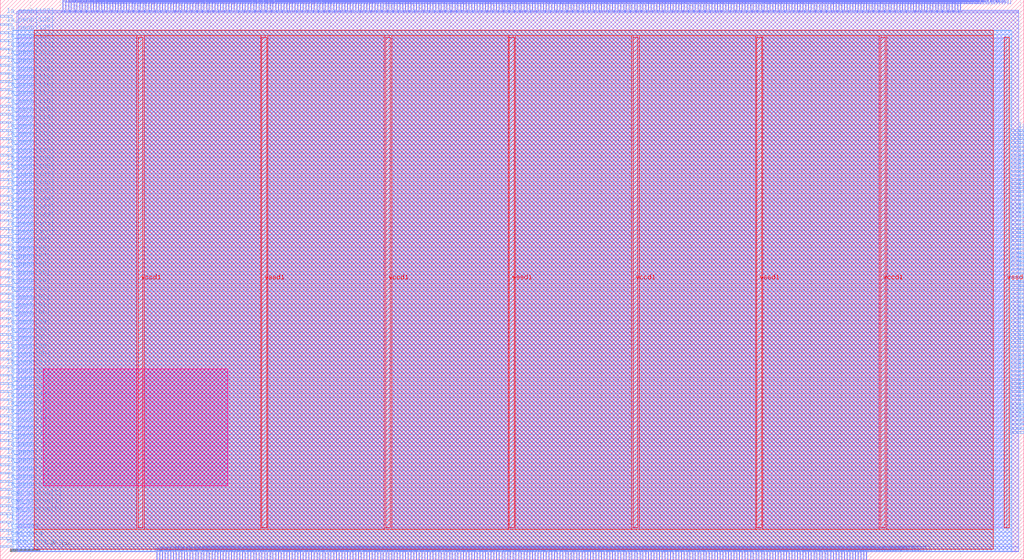
<source format=lef>
VERSION 5.7 ;
  NOWIREEXTENSIONATPIN ON ;
  DIVIDERCHAR "/" ;
  BUSBITCHARS "[]" ;
MACRO controller
  CLASS BLOCK ;
  FOREIGN controller ;
  ORIGIN 0.000 0.000 ;
  SIZE 341.035 BY 186.755 ;
  PIN becStatus[0]
    DIRECTION INPUT ;
    USE SIGNAL ;
    PORT
      LAYER met3 ;
        RECT 337.035 44.920 341.035 45.520 ;
    END
  END becStatus[0]
  PIN becStatus[1]
    DIRECTION INPUT ;
    USE SIGNAL ;
    PORT
      LAYER met3 ;
        RECT 337.035 46.280 341.035 46.880 ;
    END
  END becStatus[1]
  PIN becStatus[2]
    DIRECTION INPUT ;
    USE SIGNAL ;
    PORT
      LAYER met3 ;
        RECT 337.035 47.640 341.035 48.240 ;
    END
  END becStatus[2]
  PIN becStatus[3]
    DIRECTION INPUT ;
    USE SIGNAL ;
    PORT
      LAYER met3 ;
        RECT 337.035 49.000 341.035 49.600 ;
    END
  END becStatus[3]
  PIN data_in[0]
    DIRECTION INPUT ;
    USE SIGNAL ;
    ANTENNAGATEAREA 0.196500 ;
    PORT
      LAYER met2 ;
        RECT 20.790 182.755 21.070 186.755 ;
    END
  END data_in[0]
  PIN data_in[100]
    DIRECTION INPUT ;
    USE SIGNAL ;
    ANTENNAGATEAREA 0.196500 ;
    PORT
      LAYER met2 ;
        RECT 112.790 182.755 113.070 186.755 ;
    END
  END data_in[100]
  PIN data_in[101]
    DIRECTION INPUT ;
    USE SIGNAL ;
    ANTENNAGATEAREA 0.196500 ;
    PORT
      LAYER met2 ;
        RECT 113.710 182.755 113.990 186.755 ;
    END
  END data_in[101]
  PIN data_in[102]
    DIRECTION INPUT ;
    USE SIGNAL ;
    ANTENNAGATEAREA 0.196500 ;
    PORT
      LAYER met2 ;
        RECT 114.630 182.755 114.910 186.755 ;
    END
  END data_in[102]
  PIN data_in[103]
    DIRECTION INPUT ;
    USE SIGNAL ;
    ANTENNAGATEAREA 0.196500 ;
    PORT
      LAYER met2 ;
        RECT 115.550 182.755 115.830 186.755 ;
    END
  END data_in[103]
  PIN data_in[104]
    DIRECTION INPUT ;
    USE SIGNAL ;
    ANTENNAGATEAREA 0.196500 ;
    PORT
      LAYER met2 ;
        RECT 116.470 182.755 116.750 186.755 ;
    END
  END data_in[104]
  PIN data_in[105]
    DIRECTION INPUT ;
    USE SIGNAL ;
    ANTENNAGATEAREA 0.196500 ;
    PORT
      LAYER met2 ;
        RECT 117.390 182.755 117.670 186.755 ;
    END
  END data_in[105]
  PIN data_in[106]
    DIRECTION INPUT ;
    USE SIGNAL ;
    ANTENNAGATEAREA 0.196500 ;
    PORT
      LAYER met2 ;
        RECT 118.310 182.755 118.590 186.755 ;
    END
  END data_in[106]
  PIN data_in[107]
    DIRECTION INPUT ;
    USE SIGNAL ;
    ANTENNAGATEAREA 0.196500 ;
    PORT
      LAYER met2 ;
        RECT 119.230 182.755 119.510 186.755 ;
    END
  END data_in[107]
  PIN data_in[108]
    DIRECTION INPUT ;
    USE SIGNAL ;
    ANTENNAGATEAREA 0.196500 ;
    PORT
      LAYER met2 ;
        RECT 120.150 182.755 120.430 186.755 ;
    END
  END data_in[108]
  PIN data_in[109]
    DIRECTION INPUT ;
    USE SIGNAL ;
    ANTENNAGATEAREA 0.196500 ;
    PORT
      LAYER met2 ;
        RECT 121.070 182.755 121.350 186.755 ;
    END
  END data_in[109]
  PIN data_in[10]
    DIRECTION INPUT ;
    USE SIGNAL ;
    ANTENNAGATEAREA 0.196500 ;
    PORT
      LAYER met2 ;
        RECT 29.990 182.755 30.270 186.755 ;
    END
  END data_in[10]
  PIN data_in[110]
    DIRECTION INPUT ;
    USE SIGNAL ;
    ANTENNAGATEAREA 0.196500 ;
    PORT
      LAYER met2 ;
        RECT 121.990 182.755 122.270 186.755 ;
    END
  END data_in[110]
  PIN data_in[111]
    DIRECTION INPUT ;
    USE SIGNAL ;
    ANTENNAGATEAREA 0.196500 ;
    PORT
      LAYER met2 ;
        RECT 122.910 182.755 123.190 186.755 ;
    END
  END data_in[111]
  PIN data_in[112]
    DIRECTION INPUT ;
    USE SIGNAL ;
    ANTENNAGATEAREA 0.196500 ;
    PORT
      LAYER met2 ;
        RECT 123.830 182.755 124.110 186.755 ;
    END
  END data_in[112]
  PIN data_in[113]
    DIRECTION INPUT ;
    USE SIGNAL ;
    ANTENNAGATEAREA 0.196500 ;
    PORT
      LAYER met2 ;
        RECT 124.750 182.755 125.030 186.755 ;
    END
  END data_in[113]
  PIN data_in[114]
    DIRECTION INPUT ;
    USE SIGNAL ;
    ANTENNAGATEAREA 0.196500 ;
    PORT
      LAYER met2 ;
        RECT 125.670 182.755 125.950 186.755 ;
    END
  END data_in[114]
  PIN data_in[115]
    DIRECTION INPUT ;
    USE SIGNAL ;
    ANTENNAGATEAREA 0.196500 ;
    PORT
      LAYER met2 ;
        RECT 126.590 182.755 126.870 186.755 ;
    END
  END data_in[115]
  PIN data_in[116]
    DIRECTION INPUT ;
    USE SIGNAL ;
    ANTENNAGATEAREA 0.196500 ;
    PORT
      LAYER met2 ;
        RECT 127.510 182.755 127.790 186.755 ;
    END
  END data_in[116]
  PIN data_in[117]
    DIRECTION INPUT ;
    USE SIGNAL ;
    ANTENNAGATEAREA 0.196500 ;
    PORT
      LAYER met2 ;
        RECT 128.430 182.755 128.710 186.755 ;
    END
  END data_in[117]
  PIN data_in[118]
    DIRECTION INPUT ;
    USE SIGNAL ;
    ANTENNAGATEAREA 0.196500 ;
    PORT
      LAYER met2 ;
        RECT 129.350 182.755 129.630 186.755 ;
    END
  END data_in[118]
  PIN data_in[119]
    DIRECTION INPUT ;
    USE SIGNAL ;
    ANTENNAGATEAREA 0.196500 ;
    PORT
      LAYER met2 ;
        RECT 130.270 182.755 130.550 186.755 ;
    END
  END data_in[119]
  PIN data_in[11]
    DIRECTION INPUT ;
    USE SIGNAL ;
    ANTENNAGATEAREA 0.196500 ;
    PORT
      LAYER met2 ;
        RECT 30.910 182.755 31.190 186.755 ;
    END
  END data_in[11]
  PIN data_in[120]
    DIRECTION INPUT ;
    USE SIGNAL ;
    ANTENNAGATEAREA 0.196500 ;
    PORT
      LAYER met2 ;
        RECT 131.190 182.755 131.470 186.755 ;
    END
  END data_in[120]
  PIN data_in[121]
    DIRECTION INPUT ;
    USE SIGNAL ;
    ANTENNAGATEAREA 0.196500 ;
    PORT
      LAYER met2 ;
        RECT 132.110 182.755 132.390 186.755 ;
    END
  END data_in[121]
  PIN data_in[122]
    DIRECTION INPUT ;
    USE SIGNAL ;
    ANTENNAGATEAREA 0.196500 ;
    PORT
      LAYER met2 ;
        RECT 133.030 182.755 133.310 186.755 ;
    END
  END data_in[122]
  PIN data_in[123]
    DIRECTION INPUT ;
    USE SIGNAL ;
    ANTENNAGATEAREA 0.196500 ;
    PORT
      LAYER met2 ;
        RECT 133.950 182.755 134.230 186.755 ;
    END
  END data_in[123]
  PIN data_in[124]
    DIRECTION INPUT ;
    USE SIGNAL ;
    ANTENNAGATEAREA 0.196500 ;
    PORT
      LAYER met2 ;
        RECT 134.870 182.755 135.150 186.755 ;
    END
  END data_in[124]
  PIN data_in[125]
    DIRECTION INPUT ;
    USE SIGNAL ;
    ANTENNAGATEAREA 0.196500 ;
    PORT
      LAYER met2 ;
        RECT 135.790 182.755 136.070 186.755 ;
    END
  END data_in[125]
  PIN data_in[126]
    DIRECTION INPUT ;
    USE SIGNAL ;
    ANTENNAGATEAREA 0.196500 ;
    PORT
      LAYER met2 ;
        RECT 136.710 182.755 136.990 186.755 ;
    END
  END data_in[126]
  PIN data_in[127]
    DIRECTION INPUT ;
    USE SIGNAL ;
    ANTENNAGATEAREA 0.196500 ;
    PORT
      LAYER met2 ;
        RECT 137.630 182.755 137.910 186.755 ;
    END
  END data_in[127]
  PIN data_in[128]
    DIRECTION INPUT ;
    USE SIGNAL ;
    ANTENNAGATEAREA 0.196500 ;
    PORT
      LAYER met2 ;
        RECT 138.550 182.755 138.830 186.755 ;
    END
  END data_in[128]
  PIN data_in[129]
    DIRECTION INPUT ;
    USE SIGNAL ;
    ANTENNAGATEAREA 0.196500 ;
    PORT
      LAYER met2 ;
        RECT 139.470 182.755 139.750 186.755 ;
    END
  END data_in[129]
  PIN data_in[12]
    DIRECTION INPUT ;
    USE SIGNAL ;
    ANTENNAGATEAREA 0.196500 ;
    PORT
      LAYER met2 ;
        RECT 31.830 182.755 32.110 186.755 ;
    END
  END data_in[12]
  PIN data_in[130]
    DIRECTION INPUT ;
    USE SIGNAL ;
    ANTENNAGATEAREA 0.196500 ;
    PORT
      LAYER met2 ;
        RECT 140.390 182.755 140.670 186.755 ;
    END
  END data_in[130]
  PIN data_in[131]
    DIRECTION INPUT ;
    USE SIGNAL ;
    ANTENNAGATEAREA 0.196500 ;
    PORT
      LAYER met2 ;
        RECT 141.310 182.755 141.590 186.755 ;
    END
  END data_in[131]
  PIN data_in[132]
    DIRECTION INPUT ;
    USE SIGNAL ;
    ANTENNAGATEAREA 0.196500 ;
    PORT
      LAYER met2 ;
        RECT 142.230 182.755 142.510 186.755 ;
    END
  END data_in[132]
  PIN data_in[133]
    DIRECTION INPUT ;
    USE SIGNAL ;
    ANTENNAGATEAREA 0.196500 ;
    PORT
      LAYER met2 ;
        RECT 143.150 182.755 143.430 186.755 ;
    END
  END data_in[133]
  PIN data_in[134]
    DIRECTION INPUT ;
    USE SIGNAL ;
    ANTENNAGATEAREA 0.196500 ;
    PORT
      LAYER met2 ;
        RECT 144.070 182.755 144.350 186.755 ;
    END
  END data_in[134]
  PIN data_in[135]
    DIRECTION INPUT ;
    USE SIGNAL ;
    ANTENNAGATEAREA 0.196500 ;
    PORT
      LAYER met2 ;
        RECT 144.990 182.755 145.270 186.755 ;
    END
  END data_in[135]
  PIN data_in[136]
    DIRECTION INPUT ;
    USE SIGNAL ;
    ANTENNAGATEAREA 0.196500 ;
    PORT
      LAYER met2 ;
        RECT 145.910 182.755 146.190 186.755 ;
    END
  END data_in[136]
  PIN data_in[137]
    DIRECTION INPUT ;
    USE SIGNAL ;
    ANTENNAGATEAREA 0.196500 ;
    PORT
      LAYER met2 ;
        RECT 146.830 182.755 147.110 186.755 ;
    END
  END data_in[137]
  PIN data_in[138]
    DIRECTION INPUT ;
    USE SIGNAL ;
    ANTENNAGATEAREA 0.196500 ;
    PORT
      LAYER met2 ;
        RECT 147.750 182.755 148.030 186.755 ;
    END
  END data_in[138]
  PIN data_in[139]
    DIRECTION INPUT ;
    USE SIGNAL ;
    ANTENNAGATEAREA 0.196500 ;
    PORT
      LAYER met2 ;
        RECT 148.670 182.755 148.950 186.755 ;
    END
  END data_in[139]
  PIN data_in[13]
    DIRECTION INPUT ;
    USE SIGNAL ;
    ANTENNAGATEAREA 0.196500 ;
    PORT
      LAYER met2 ;
        RECT 32.750 182.755 33.030 186.755 ;
    END
  END data_in[13]
  PIN data_in[140]
    DIRECTION INPUT ;
    USE SIGNAL ;
    ANTENNAGATEAREA 0.196500 ;
    PORT
      LAYER met2 ;
        RECT 149.590 182.755 149.870 186.755 ;
    END
  END data_in[140]
  PIN data_in[141]
    DIRECTION INPUT ;
    USE SIGNAL ;
    ANTENNAGATEAREA 0.196500 ;
    PORT
      LAYER met2 ;
        RECT 150.510 182.755 150.790 186.755 ;
    END
  END data_in[141]
  PIN data_in[142]
    DIRECTION INPUT ;
    USE SIGNAL ;
    ANTENNAGATEAREA 0.196500 ;
    PORT
      LAYER met2 ;
        RECT 151.430 182.755 151.710 186.755 ;
    END
  END data_in[142]
  PIN data_in[143]
    DIRECTION INPUT ;
    USE SIGNAL ;
    ANTENNAGATEAREA 0.196500 ;
    PORT
      LAYER met2 ;
        RECT 152.350 182.755 152.630 186.755 ;
    END
  END data_in[143]
  PIN data_in[144]
    DIRECTION INPUT ;
    USE SIGNAL ;
    ANTENNAGATEAREA 0.196500 ;
    PORT
      LAYER met2 ;
        RECT 153.270 182.755 153.550 186.755 ;
    END
  END data_in[144]
  PIN data_in[145]
    DIRECTION INPUT ;
    USE SIGNAL ;
    ANTENNAGATEAREA 0.196500 ;
    PORT
      LAYER met2 ;
        RECT 154.190 182.755 154.470 186.755 ;
    END
  END data_in[145]
  PIN data_in[146]
    DIRECTION INPUT ;
    USE SIGNAL ;
    ANTENNAGATEAREA 0.213000 ;
    PORT
      LAYER met2 ;
        RECT 155.110 182.755 155.390 186.755 ;
    END
  END data_in[146]
  PIN data_in[147]
    DIRECTION INPUT ;
    USE SIGNAL ;
    ANTENNAGATEAREA 0.213000 ;
    PORT
      LAYER met2 ;
        RECT 156.030 182.755 156.310 186.755 ;
    END
  END data_in[147]
  PIN data_in[148]
    DIRECTION INPUT ;
    USE SIGNAL ;
    ANTENNAGATEAREA 0.213000 ;
    PORT
      LAYER met2 ;
        RECT 156.950 182.755 157.230 186.755 ;
    END
  END data_in[148]
  PIN data_in[149]
    DIRECTION INPUT ;
    USE SIGNAL ;
    ANTENNAGATEAREA 0.213000 ;
    PORT
      LAYER met2 ;
        RECT 157.870 182.755 158.150 186.755 ;
    END
  END data_in[149]
  PIN data_in[14]
    DIRECTION INPUT ;
    USE SIGNAL ;
    ANTENNAGATEAREA 0.196500 ;
    PORT
      LAYER met2 ;
        RECT 33.670 182.755 33.950 186.755 ;
    END
  END data_in[14]
  PIN data_in[150]
    DIRECTION INPUT ;
    USE SIGNAL ;
    ANTENNAGATEAREA 0.213000 ;
    PORT
      LAYER met2 ;
        RECT 158.790 182.755 159.070 186.755 ;
    END
  END data_in[150]
  PIN data_in[151]
    DIRECTION INPUT ;
    USE SIGNAL ;
    ANTENNAGATEAREA 0.213000 ;
    PORT
      LAYER met2 ;
        RECT 159.710 182.755 159.990 186.755 ;
    END
  END data_in[151]
  PIN data_in[152]
    DIRECTION INPUT ;
    USE SIGNAL ;
    ANTENNAGATEAREA 0.213000 ;
    PORT
      LAYER met2 ;
        RECT 160.630 182.755 160.910 186.755 ;
    END
  END data_in[152]
  PIN data_in[153]
    DIRECTION INPUT ;
    USE SIGNAL ;
    ANTENNAGATEAREA 0.196500 ;
    PORT
      LAYER met2 ;
        RECT 161.550 182.755 161.830 186.755 ;
    END
  END data_in[153]
  PIN data_in[154]
    DIRECTION INPUT ;
    USE SIGNAL ;
    ANTENNAGATEAREA 0.126000 ;
    PORT
      LAYER met2 ;
        RECT 162.470 182.755 162.750 186.755 ;
    END
  END data_in[154]
  PIN data_in[155]
    DIRECTION INPUT ;
    USE SIGNAL ;
    ANTENNAGATEAREA 0.213000 ;
    PORT
      LAYER met2 ;
        RECT 163.390 182.755 163.670 186.755 ;
    END
  END data_in[155]
  PIN data_in[156]
    DIRECTION INPUT ;
    USE SIGNAL ;
    ANTENNAGATEAREA 0.213000 ;
    PORT
      LAYER met2 ;
        RECT 164.310 182.755 164.590 186.755 ;
    END
  END data_in[156]
  PIN data_in[157]
    DIRECTION INPUT ;
    USE SIGNAL ;
    ANTENNAGATEAREA 0.196500 ;
    PORT
      LAYER met2 ;
        RECT 165.230 182.755 165.510 186.755 ;
    END
  END data_in[157]
  PIN data_in[158]
    DIRECTION INPUT ;
    USE SIGNAL ;
    ANTENNAGATEAREA 0.213000 ;
    PORT
      LAYER met2 ;
        RECT 166.150 182.755 166.430 186.755 ;
    END
  END data_in[158]
  PIN data_in[159]
    DIRECTION INPUT ;
    USE SIGNAL ;
    ANTENNAGATEAREA 0.213000 ;
    PORT
      LAYER met2 ;
        RECT 167.070 182.755 167.350 186.755 ;
    END
  END data_in[159]
  PIN data_in[15]
    DIRECTION INPUT ;
    USE SIGNAL ;
    ANTENNAGATEAREA 0.196500 ;
    PORT
      LAYER met2 ;
        RECT 34.590 182.755 34.870 186.755 ;
    END
  END data_in[15]
  PIN data_in[160]
    DIRECTION INPUT ;
    USE SIGNAL ;
    ANTENNAGATEAREA 0.213000 ;
    PORT
      LAYER met2 ;
        RECT 167.990 182.755 168.270 186.755 ;
    END
  END data_in[160]
  PIN data_in[161]
    DIRECTION INPUT ;
    USE SIGNAL ;
    ANTENNAGATEAREA 0.213000 ;
    PORT
      LAYER met2 ;
        RECT 168.910 182.755 169.190 186.755 ;
    END
  END data_in[161]
  PIN data_in[162]
    DIRECTION INPUT ;
    USE SIGNAL ;
    ANTENNAGATEAREA 0.196500 ;
    PORT
      LAYER met2 ;
        RECT 169.830 182.755 170.110 186.755 ;
    END
  END data_in[162]
  PIN data_in[16]
    DIRECTION INPUT ;
    USE SIGNAL ;
    ANTENNAGATEAREA 0.196500 ;
    PORT
      LAYER met2 ;
        RECT 35.510 182.755 35.790 186.755 ;
    END
  END data_in[16]
  PIN data_in[17]
    DIRECTION INPUT ;
    USE SIGNAL ;
    ANTENNAGATEAREA 0.196500 ;
    PORT
      LAYER met2 ;
        RECT 36.430 182.755 36.710 186.755 ;
    END
  END data_in[17]
  PIN data_in[18]
    DIRECTION INPUT ;
    USE SIGNAL ;
    ANTENNAGATEAREA 0.196500 ;
    PORT
      LAYER met2 ;
        RECT 37.350 182.755 37.630 186.755 ;
    END
  END data_in[18]
  PIN data_in[19]
    DIRECTION INPUT ;
    USE SIGNAL ;
    ANTENNAGATEAREA 0.196500 ;
    PORT
      LAYER met2 ;
        RECT 38.270 182.755 38.550 186.755 ;
    END
  END data_in[19]
  PIN data_in[1]
    DIRECTION INPUT ;
    USE SIGNAL ;
    ANTENNAGATEAREA 0.196500 ;
    PORT
      LAYER met2 ;
        RECT 21.710 182.755 21.990 186.755 ;
    END
  END data_in[1]
  PIN data_in[20]
    DIRECTION INPUT ;
    USE SIGNAL ;
    ANTENNAGATEAREA 0.196500 ;
    PORT
      LAYER met2 ;
        RECT 39.190 182.755 39.470 186.755 ;
    END
  END data_in[20]
  PIN data_in[21]
    DIRECTION INPUT ;
    USE SIGNAL ;
    ANTENNAGATEAREA 0.196500 ;
    PORT
      LAYER met2 ;
        RECT 40.110 182.755 40.390 186.755 ;
    END
  END data_in[21]
  PIN data_in[22]
    DIRECTION INPUT ;
    USE SIGNAL ;
    ANTENNAGATEAREA 0.196500 ;
    PORT
      LAYER met2 ;
        RECT 41.030 182.755 41.310 186.755 ;
    END
  END data_in[22]
  PIN data_in[23]
    DIRECTION INPUT ;
    USE SIGNAL ;
    ANTENNAGATEAREA 0.196500 ;
    PORT
      LAYER met2 ;
        RECT 41.950 182.755 42.230 186.755 ;
    END
  END data_in[23]
  PIN data_in[24]
    DIRECTION INPUT ;
    USE SIGNAL ;
    ANTENNAGATEAREA 0.196500 ;
    PORT
      LAYER met2 ;
        RECT 42.870 182.755 43.150 186.755 ;
    END
  END data_in[24]
  PIN data_in[25]
    DIRECTION INPUT ;
    USE SIGNAL ;
    ANTENNAGATEAREA 0.196500 ;
    PORT
      LAYER met2 ;
        RECT 43.790 182.755 44.070 186.755 ;
    END
  END data_in[25]
  PIN data_in[26]
    DIRECTION INPUT ;
    USE SIGNAL ;
    ANTENNAGATEAREA 0.196500 ;
    PORT
      LAYER met2 ;
        RECT 44.710 182.755 44.990 186.755 ;
    END
  END data_in[26]
  PIN data_in[27]
    DIRECTION INPUT ;
    USE SIGNAL ;
    ANTENNAGATEAREA 0.196500 ;
    PORT
      LAYER met2 ;
        RECT 45.630 182.755 45.910 186.755 ;
    END
  END data_in[27]
  PIN data_in[28]
    DIRECTION INPUT ;
    USE SIGNAL ;
    ANTENNAGATEAREA 0.196500 ;
    PORT
      LAYER met2 ;
        RECT 46.550 182.755 46.830 186.755 ;
    END
  END data_in[28]
  PIN data_in[29]
    DIRECTION INPUT ;
    USE SIGNAL ;
    ANTENNAGATEAREA 0.196500 ;
    PORT
      LAYER met2 ;
        RECT 47.470 182.755 47.750 186.755 ;
    END
  END data_in[29]
  PIN data_in[2]
    DIRECTION INPUT ;
    USE SIGNAL ;
    ANTENNAGATEAREA 0.196500 ;
    PORT
      LAYER met2 ;
        RECT 22.630 182.755 22.910 186.755 ;
    END
  END data_in[2]
  PIN data_in[30]
    DIRECTION INPUT ;
    USE SIGNAL ;
    ANTENNAGATEAREA 0.196500 ;
    PORT
      LAYER met2 ;
        RECT 48.390 182.755 48.670 186.755 ;
    END
  END data_in[30]
  PIN data_in[31]
    DIRECTION INPUT ;
    USE SIGNAL ;
    ANTENNAGATEAREA 0.196500 ;
    PORT
      LAYER met2 ;
        RECT 49.310 182.755 49.590 186.755 ;
    END
  END data_in[31]
  PIN data_in[32]
    DIRECTION INPUT ;
    USE SIGNAL ;
    ANTENNAGATEAREA 0.196500 ;
    PORT
      LAYER met2 ;
        RECT 50.230 182.755 50.510 186.755 ;
    END
  END data_in[32]
  PIN data_in[33]
    DIRECTION INPUT ;
    USE SIGNAL ;
    ANTENNAGATEAREA 0.196500 ;
    PORT
      LAYER met2 ;
        RECT 51.150 182.755 51.430 186.755 ;
    END
  END data_in[33]
  PIN data_in[34]
    DIRECTION INPUT ;
    USE SIGNAL ;
    ANTENNAGATEAREA 0.196500 ;
    PORT
      LAYER met2 ;
        RECT 52.070 182.755 52.350 186.755 ;
    END
  END data_in[34]
  PIN data_in[35]
    DIRECTION INPUT ;
    USE SIGNAL ;
    ANTENNAGATEAREA 0.196500 ;
    PORT
      LAYER met2 ;
        RECT 52.990 182.755 53.270 186.755 ;
    END
  END data_in[35]
  PIN data_in[36]
    DIRECTION INPUT ;
    USE SIGNAL ;
    ANTENNAGATEAREA 0.196500 ;
    PORT
      LAYER met2 ;
        RECT 53.910 182.755 54.190 186.755 ;
    END
  END data_in[36]
  PIN data_in[37]
    DIRECTION INPUT ;
    USE SIGNAL ;
    ANTENNAGATEAREA 0.196500 ;
    PORT
      LAYER met2 ;
        RECT 54.830 182.755 55.110 186.755 ;
    END
  END data_in[37]
  PIN data_in[38]
    DIRECTION INPUT ;
    USE SIGNAL ;
    ANTENNAGATEAREA 0.196500 ;
    PORT
      LAYER met2 ;
        RECT 55.750 182.755 56.030 186.755 ;
    END
  END data_in[38]
  PIN data_in[39]
    DIRECTION INPUT ;
    USE SIGNAL ;
    ANTENNAGATEAREA 0.196500 ;
    PORT
      LAYER met2 ;
        RECT 56.670 182.755 56.950 186.755 ;
    END
  END data_in[39]
  PIN data_in[3]
    DIRECTION INPUT ;
    USE SIGNAL ;
    ANTENNAGATEAREA 0.196500 ;
    PORT
      LAYER met2 ;
        RECT 23.550 182.755 23.830 186.755 ;
    END
  END data_in[3]
  PIN data_in[40]
    DIRECTION INPUT ;
    USE SIGNAL ;
    ANTENNAGATEAREA 0.196500 ;
    PORT
      LAYER met2 ;
        RECT 57.590 182.755 57.870 186.755 ;
    END
  END data_in[40]
  PIN data_in[41]
    DIRECTION INPUT ;
    USE SIGNAL ;
    ANTENNAGATEAREA 0.196500 ;
    PORT
      LAYER met2 ;
        RECT 58.510 182.755 58.790 186.755 ;
    END
  END data_in[41]
  PIN data_in[42]
    DIRECTION INPUT ;
    USE SIGNAL ;
    ANTENNAGATEAREA 0.196500 ;
    PORT
      LAYER met2 ;
        RECT 59.430 182.755 59.710 186.755 ;
    END
  END data_in[42]
  PIN data_in[43]
    DIRECTION INPUT ;
    USE SIGNAL ;
    ANTENNAGATEAREA 0.196500 ;
    PORT
      LAYER met2 ;
        RECT 60.350 182.755 60.630 186.755 ;
    END
  END data_in[43]
  PIN data_in[44]
    DIRECTION INPUT ;
    USE SIGNAL ;
    ANTENNAGATEAREA 0.196500 ;
    PORT
      LAYER met2 ;
        RECT 61.270 182.755 61.550 186.755 ;
    END
  END data_in[44]
  PIN data_in[45]
    DIRECTION INPUT ;
    USE SIGNAL ;
    ANTENNAGATEAREA 0.196500 ;
    PORT
      LAYER met2 ;
        RECT 62.190 182.755 62.470 186.755 ;
    END
  END data_in[45]
  PIN data_in[46]
    DIRECTION INPUT ;
    USE SIGNAL ;
    ANTENNAGATEAREA 0.126000 ;
    PORT
      LAYER met2 ;
        RECT 63.110 182.755 63.390 186.755 ;
    END
  END data_in[46]
  PIN data_in[47]
    DIRECTION INPUT ;
    USE SIGNAL ;
    ANTENNAGATEAREA 0.196500 ;
    PORT
      LAYER met2 ;
        RECT 64.030 182.755 64.310 186.755 ;
    END
  END data_in[47]
  PIN data_in[48]
    DIRECTION INPUT ;
    USE SIGNAL ;
    ANTENNAGATEAREA 0.196500 ;
    PORT
      LAYER met2 ;
        RECT 64.950 182.755 65.230 186.755 ;
    END
  END data_in[48]
  PIN data_in[49]
    DIRECTION INPUT ;
    USE SIGNAL ;
    ANTENNAGATEAREA 0.196500 ;
    PORT
      LAYER met2 ;
        RECT 65.870 182.755 66.150 186.755 ;
    END
  END data_in[49]
  PIN data_in[4]
    DIRECTION INPUT ;
    USE SIGNAL ;
    ANTENNAGATEAREA 0.196500 ;
    PORT
      LAYER met2 ;
        RECT 24.470 182.755 24.750 186.755 ;
    END
  END data_in[4]
  PIN data_in[50]
    DIRECTION INPUT ;
    USE SIGNAL ;
    ANTENNAGATEAREA 0.196500 ;
    PORT
      LAYER met2 ;
        RECT 66.790 182.755 67.070 186.755 ;
    END
  END data_in[50]
  PIN data_in[51]
    DIRECTION INPUT ;
    USE SIGNAL ;
    ANTENNAGATEAREA 0.196500 ;
    PORT
      LAYER met2 ;
        RECT 67.710 182.755 67.990 186.755 ;
    END
  END data_in[51]
  PIN data_in[52]
    DIRECTION INPUT ;
    USE SIGNAL ;
    ANTENNAGATEAREA 0.196500 ;
    PORT
      LAYER met2 ;
        RECT 68.630 182.755 68.910 186.755 ;
    END
  END data_in[52]
  PIN data_in[53]
    DIRECTION INPUT ;
    USE SIGNAL ;
    ANTENNAGATEAREA 0.196500 ;
    PORT
      LAYER met2 ;
        RECT 69.550 182.755 69.830 186.755 ;
    END
  END data_in[53]
  PIN data_in[54]
    DIRECTION INPUT ;
    USE SIGNAL ;
    ANTENNAGATEAREA 0.196500 ;
    PORT
      LAYER met2 ;
        RECT 70.470 182.755 70.750 186.755 ;
    END
  END data_in[54]
  PIN data_in[55]
    DIRECTION INPUT ;
    USE SIGNAL ;
    ANTENNAGATEAREA 0.196500 ;
    PORT
      LAYER met2 ;
        RECT 71.390 182.755 71.670 186.755 ;
    END
  END data_in[55]
  PIN data_in[56]
    DIRECTION INPUT ;
    USE SIGNAL ;
    ANTENNAGATEAREA 0.196500 ;
    PORT
      LAYER met2 ;
        RECT 72.310 182.755 72.590 186.755 ;
    END
  END data_in[56]
  PIN data_in[57]
    DIRECTION INPUT ;
    USE SIGNAL ;
    ANTENNAGATEAREA 0.196500 ;
    PORT
      LAYER met2 ;
        RECT 73.230 182.755 73.510 186.755 ;
    END
  END data_in[57]
  PIN data_in[58]
    DIRECTION INPUT ;
    USE SIGNAL ;
    ANTENNAGATEAREA 0.126000 ;
    PORT
      LAYER met2 ;
        RECT 74.150 182.755 74.430 186.755 ;
    END
  END data_in[58]
  PIN data_in[59]
    DIRECTION INPUT ;
    USE SIGNAL ;
    ANTENNAGATEAREA 0.196500 ;
    PORT
      LAYER met2 ;
        RECT 75.070 182.755 75.350 186.755 ;
    END
  END data_in[59]
  PIN data_in[5]
    DIRECTION INPUT ;
    USE SIGNAL ;
    ANTENNAGATEAREA 0.196500 ;
    PORT
      LAYER met2 ;
        RECT 25.390 182.755 25.670 186.755 ;
    END
  END data_in[5]
  PIN data_in[60]
    DIRECTION INPUT ;
    USE SIGNAL ;
    ANTENNAGATEAREA 0.126000 ;
    PORT
      LAYER met2 ;
        RECT 75.990 182.755 76.270 186.755 ;
    END
  END data_in[60]
  PIN data_in[61]
    DIRECTION INPUT ;
    USE SIGNAL ;
    ANTENNAGATEAREA 0.213000 ;
    PORT
      LAYER met2 ;
        RECT 76.910 182.755 77.190 186.755 ;
    END
  END data_in[61]
  PIN data_in[62]
    DIRECTION INPUT ;
    USE SIGNAL ;
    ANTENNAGATEAREA 0.213000 ;
    PORT
      LAYER met2 ;
        RECT 77.830 182.755 78.110 186.755 ;
    END
  END data_in[62]
  PIN data_in[63]
    DIRECTION INPUT ;
    USE SIGNAL ;
    ANTENNAGATEAREA 0.213000 ;
    PORT
      LAYER met2 ;
        RECT 78.750 182.755 79.030 186.755 ;
    END
  END data_in[63]
  PIN data_in[64]
    DIRECTION INPUT ;
    USE SIGNAL ;
    ANTENNAGATEAREA 0.213000 ;
    PORT
      LAYER met2 ;
        RECT 79.670 182.755 79.950 186.755 ;
    END
  END data_in[64]
  PIN data_in[65]
    DIRECTION INPUT ;
    USE SIGNAL ;
    ANTENNAGATEAREA 0.213000 ;
    PORT
      LAYER met2 ;
        RECT 80.590 182.755 80.870 186.755 ;
    END
  END data_in[65]
  PIN data_in[66]
    DIRECTION INPUT ;
    USE SIGNAL ;
    ANTENNAGATEAREA 0.213000 ;
    PORT
      LAYER met2 ;
        RECT 81.510 182.755 81.790 186.755 ;
    END
  END data_in[66]
  PIN data_in[67]
    DIRECTION INPUT ;
    USE SIGNAL ;
    ANTENNAGATEAREA 0.159000 ;
    PORT
      LAYER met2 ;
        RECT 82.430 182.755 82.710 186.755 ;
    END
  END data_in[67]
  PIN data_in[68]
    DIRECTION INPUT ;
    USE SIGNAL ;
    ANTENNAGATEAREA 0.159000 ;
    PORT
      LAYER met2 ;
        RECT 83.350 182.755 83.630 186.755 ;
    END
  END data_in[68]
  PIN data_in[69]
    DIRECTION INPUT ;
    USE SIGNAL ;
    ANTENNAGATEAREA 0.213000 ;
    PORT
      LAYER met2 ;
        RECT 84.270 182.755 84.550 186.755 ;
    END
  END data_in[69]
  PIN data_in[6]
    DIRECTION INPUT ;
    USE SIGNAL ;
    ANTENNAGATEAREA 0.196500 ;
    PORT
      LAYER met2 ;
        RECT 26.310 182.755 26.590 186.755 ;
    END
  END data_in[6]
  PIN data_in[70]
    DIRECTION INPUT ;
    USE SIGNAL ;
    ANTENNAGATEAREA 0.213000 ;
    PORT
      LAYER met2 ;
        RECT 85.190 182.755 85.470 186.755 ;
    END
  END data_in[70]
  PIN data_in[71]
    DIRECTION INPUT ;
    USE SIGNAL ;
    ANTENNAGATEAREA 0.213000 ;
    PORT
      LAYER met2 ;
        RECT 86.110 182.755 86.390 186.755 ;
    END
  END data_in[71]
  PIN data_in[72]
    DIRECTION INPUT ;
    USE SIGNAL ;
    ANTENNAGATEAREA 0.213000 ;
    PORT
      LAYER met2 ;
        RECT 87.030 182.755 87.310 186.755 ;
    END
  END data_in[72]
  PIN data_in[73]
    DIRECTION INPUT ;
    USE SIGNAL ;
    ANTENNAGATEAREA 0.159000 ;
    PORT
      LAYER met2 ;
        RECT 87.950 182.755 88.230 186.755 ;
    END
  END data_in[73]
  PIN data_in[74]
    DIRECTION INPUT ;
    USE SIGNAL ;
    ANTENNAGATEAREA 0.159000 ;
    PORT
      LAYER met2 ;
        RECT 88.870 182.755 89.150 186.755 ;
    END
  END data_in[74]
  PIN data_in[75]
    DIRECTION INPUT ;
    USE SIGNAL ;
    ANTENNAGATEAREA 0.213000 ;
    PORT
      LAYER met2 ;
        RECT 89.790 182.755 90.070 186.755 ;
    END
  END data_in[75]
  PIN data_in[76]
    DIRECTION INPUT ;
    USE SIGNAL ;
    ANTENNAGATEAREA 0.213000 ;
    PORT
      LAYER met2 ;
        RECT 90.710 182.755 90.990 186.755 ;
    END
  END data_in[76]
  PIN data_in[77]
    DIRECTION INPUT ;
    USE SIGNAL ;
    ANTENNAGATEAREA 0.159000 ;
    PORT
      LAYER met2 ;
        RECT 91.630 182.755 91.910 186.755 ;
    END
  END data_in[77]
  PIN data_in[78]
    DIRECTION INPUT ;
    USE SIGNAL ;
    ANTENNAGATEAREA 0.159000 ;
    PORT
      LAYER met2 ;
        RECT 92.550 182.755 92.830 186.755 ;
    END
  END data_in[78]
  PIN data_in[79]
    DIRECTION INPUT ;
    USE SIGNAL ;
    ANTENNAGATEAREA 0.159000 ;
    PORT
      LAYER met2 ;
        RECT 93.470 182.755 93.750 186.755 ;
    END
  END data_in[79]
  PIN data_in[7]
    DIRECTION INPUT ;
    USE SIGNAL ;
    ANTENNAGATEAREA 0.196500 ;
    PORT
      LAYER met2 ;
        RECT 27.230 182.755 27.510 186.755 ;
    END
  END data_in[7]
  PIN data_in[80]
    DIRECTION INPUT ;
    USE SIGNAL ;
    ANTENNAGATEAREA 0.126000 ;
    PORT
      LAYER met2 ;
        RECT 94.390 182.755 94.670 186.755 ;
    END
  END data_in[80]
  PIN data_in[81]
    DIRECTION INPUT ;
    USE SIGNAL ;
    ANTENNAGATEAREA 0.196500 ;
    PORT
      LAYER met2 ;
        RECT 95.310 182.755 95.590 186.755 ;
    END
  END data_in[81]
  PIN data_in[82]
    DIRECTION INPUT ;
    USE SIGNAL ;
    ANTENNAGATEAREA 0.196500 ;
    PORT
      LAYER met2 ;
        RECT 96.230 182.755 96.510 186.755 ;
    END
  END data_in[82]
  PIN data_in[83]
    DIRECTION INPUT ;
    USE SIGNAL ;
    ANTENNAGATEAREA 0.196500 ;
    PORT
      LAYER met2 ;
        RECT 97.150 182.755 97.430 186.755 ;
    END
  END data_in[83]
  PIN data_in[84]
    DIRECTION INPUT ;
    USE SIGNAL ;
    ANTENNAGATEAREA 0.196500 ;
    PORT
      LAYER met2 ;
        RECT 98.070 182.755 98.350 186.755 ;
    END
  END data_in[84]
  PIN data_in[85]
    DIRECTION INPUT ;
    USE SIGNAL ;
    ANTENNAGATEAREA 0.196500 ;
    PORT
      LAYER met2 ;
        RECT 98.990 182.755 99.270 186.755 ;
    END
  END data_in[85]
  PIN data_in[86]
    DIRECTION INPUT ;
    USE SIGNAL ;
    ANTENNAGATEAREA 0.196500 ;
    PORT
      LAYER met2 ;
        RECT 99.910 182.755 100.190 186.755 ;
    END
  END data_in[86]
  PIN data_in[87]
    DIRECTION INPUT ;
    USE SIGNAL ;
    ANTENNAGATEAREA 0.196500 ;
    PORT
      LAYER met2 ;
        RECT 100.830 182.755 101.110 186.755 ;
    END
  END data_in[87]
  PIN data_in[88]
    DIRECTION INPUT ;
    USE SIGNAL ;
    ANTENNAGATEAREA 0.196500 ;
    PORT
      LAYER met2 ;
        RECT 101.750 182.755 102.030 186.755 ;
    END
  END data_in[88]
  PIN data_in[89]
    DIRECTION INPUT ;
    USE SIGNAL ;
    ANTENNAGATEAREA 0.196500 ;
    PORT
      LAYER met2 ;
        RECT 102.670 182.755 102.950 186.755 ;
    END
  END data_in[89]
  PIN data_in[8]
    DIRECTION INPUT ;
    USE SIGNAL ;
    ANTENNAGATEAREA 0.196500 ;
    PORT
      LAYER met2 ;
        RECT 28.150 182.755 28.430 186.755 ;
    END
  END data_in[8]
  PIN data_in[90]
    DIRECTION INPUT ;
    USE SIGNAL ;
    ANTENNAGATEAREA 0.196500 ;
    PORT
      LAYER met2 ;
        RECT 103.590 182.755 103.870 186.755 ;
    END
  END data_in[90]
  PIN data_in[91]
    DIRECTION INPUT ;
    USE SIGNAL ;
    ANTENNAGATEAREA 0.196500 ;
    PORT
      LAYER met2 ;
        RECT 104.510 182.755 104.790 186.755 ;
    END
  END data_in[91]
  PIN data_in[92]
    DIRECTION INPUT ;
    USE SIGNAL ;
    ANTENNAGATEAREA 0.196500 ;
    PORT
      LAYER met2 ;
        RECT 105.430 182.755 105.710 186.755 ;
    END
  END data_in[92]
  PIN data_in[93]
    DIRECTION INPUT ;
    USE SIGNAL ;
    ANTENNAGATEAREA 0.196500 ;
    PORT
      LAYER met2 ;
        RECT 106.350 182.755 106.630 186.755 ;
    END
  END data_in[93]
  PIN data_in[94]
    DIRECTION INPUT ;
    USE SIGNAL ;
    ANTENNAGATEAREA 0.196500 ;
    PORT
      LAYER met2 ;
        RECT 107.270 182.755 107.550 186.755 ;
    END
  END data_in[94]
  PIN data_in[95]
    DIRECTION INPUT ;
    USE SIGNAL ;
    ANTENNAGATEAREA 0.196500 ;
    PORT
      LAYER met2 ;
        RECT 108.190 182.755 108.470 186.755 ;
    END
  END data_in[95]
  PIN data_in[96]
    DIRECTION INPUT ;
    USE SIGNAL ;
    ANTENNAGATEAREA 0.196500 ;
    PORT
      LAYER met2 ;
        RECT 109.110 182.755 109.390 186.755 ;
    END
  END data_in[96]
  PIN data_in[97]
    DIRECTION INPUT ;
    USE SIGNAL ;
    ANTENNAGATEAREA 0.196500 ;
    PORT
      LAYER met2 ;
        RECT 110.030 182.755 110.310 186.755 ;
    END
  END data_in[97]
  PIN data_in[98]
    DIRECTION INPUT ;
    USE SIGNAL ;
    ANTENNAGATEAREA 0.196500 ;
    PORT
      LAYER met2 ;
        RECT 110.950 182.755 111.230 186.755 ;
    END
  END data_in[98]
  PIN data_in[99]
    DIRECTION INPUT ;
    USE SIGNAL ;
    ANTENNAGATEAREA 0.196500 ;
    PORT
      LAYER met2 ;
        RECT 111.870 182.755 112.150 186.755 ;
    END
  END data_in[99]
  PIN data_in[9]
    DIRECTION INPUT ;
    USE SIGNAL ;
    ANTENNAGATEAREA 0.196500 ;
    PORT
      LAYER met2 ;
        RECT 29.070 182.755 29.350 186.755 ;
    END
  END data_in[9]
  PIN data_out[0]
    DIRECTION OUTPUT TRISTATE ;
    USE SIGNAL ;
    ANTENNADIFFAREA 2.673000 ;
    PORT
      LAYER met2 ;
        RECT 170.750 182.755 171.030 186.755 ;
    END
  END data_out[0]
  PIN data_out[100]
    DIRECTION OUTPUT TRISTATE ;
    USE SIGNAL ;
    ANTENNADIFFAREA 2.673000 ;
    PORT
      LAYER met2 ;
        RECT 262.750 182.755 263.030 186.755 ;
    END
  END data_out[100]
  PIN data_out[101]
    DIRECTION OUTPUT TRISTATE ;
    USE SIGNAL ;
    ANTENNADIFFAREA 2.673000 ;
    PORT
      LAYER met2 ;
        RECT 263.670 182.755 263.950 186.755 ;
    END
  END data_out[101]
  PIN data_out[102]
    DIRECTION OUTPUT TRISTATE ;
    USE SIGNAL ;
    ANTENNADIFFAREA 2.673000 ;
    PORT
      LAYER met2 ;
        RECT 264.590 182.755 264.870 186.755 ;
    END
  END data_out[102]
  PIN data_out[103]
    DIRECTION OUTPUT TRISTATE ;
    USE SIGNAL ;
    ANTENNADIFFAREA 2.673000 ;
    PORT
      LAYER met2 ;
        RECT 265.510 182.755 265.790 186.755 ;
    END
  END data_out[103]
  PIN data_out[104]
    DIRECTION OUTPUT TRISTATE ;
    USE SIGNAL ;
    ANTENNADIFFAREA 2.673000 ;
    PORT
      LAYER met2 ;
        RECT 266.430 182.755 266.710 186.755 ;
    END
  END data_out[104]
  PIN data_out[105]
    DIRECTION OUTPUT TRISTATE ;
    USE SIGNAL ;
    ANTENNADIFFAREA 2.673000 ;
    PORT
      LAYER met2 ;
        RECT 267.350 182.755 267.630 186.755 ;
    END
  END data_out[105]
  PIN data_out[106]
    DIRECTION OUTPUT TRISTATE ;
    USE SIGNAL ;
    ANTENNADIFFAREA 2.673000 ;
    PORT
      LAYER met2 ;
        RECT 268.270 182.755 268.550 186.755 ;
    END
  END data_out[106]
  PIN data_out[107]
    DIRECTION OUTPUT TRISTATE ;
    USE SIGNAL ;
    ANTENNADIFFAREA 2.673000 ;
    PORT
      LAYER met2 ;
        RECT 269.190 182.755 269.470 186.755 ;
    END
  END data_out[107]
  PIN data_out[108]
    DIRECTION OUTPUT TRISTATE ;
    USE SIGNAL ;
    ANTENNADIFFAREA 2.673000 ;
    PORT
      LAYER met2 ;
        RECT 270.110 182.755 270.390 186.755 ;
    END
  END data_out[108]
  PIN data_out[109]
    DIRECTION OUTPUT TRISTATE ;
    USE SIGNAL ;
    ANTENNADIFFAREA 2.673000 ;
    PORT
      LAYER met2 ;
        RECT 271.030 182.755 271.310 186.755 ;
    END
  END data_out[109]
  PIN data_out[10]
    DIRECTION OUTPUT TRISTATE ;
    USE SIGNAL ;
    ANTENNADIFFAREA 2.673000 ;
    PORT
      LAYER met2 ;
        RECT 179.950 182.755 180.230 186.755 ;
    END
  END data_out[10]
  PIN data_out[110]
    DIRECTION OUTPUT TRISTATE ;
    USE SIGNAL ;
    ANTENNADIFFAREA 2.673000 ;
    PORT
      LAYER met2 ;
        RECT 271.950 182.755 272.230 186.755 ;
    END
  END data_out[110]
  PIN data_out[111]
    DIRECTION OUTPUT TRISTATE ;
    USE SIGNAL ;
    ANTENNADIFFAREA 2.673000 ;
    PORT
      LAYER met2 ;
        RECT 272.870 182.755 273.150 186.755 ;
    END
  END data_out[111]
  PIN data_out[112]
    DIRECTION OUTPUT TRISTATE ;
    USE SIGNAL ;
    ANTENNADIFFAREA 2.673000 ;
    PORT
      LAYER met2 ;
        RECT 273.790 182.755 274.070 186.755 ;
    END
  END data_out[112]
  PIN data_out[113]
    DIRECTION OUTPUT TRISTATE ;
    USE SIGNAL ;
    ANTENNADIFFAREA 2.673000 ;
    PORT
      LAYER met2 ;
        RECT 274.710 182.755 274.990 186.755 ;
    END
  END data_out[113]
  PIN data_out[114]
    DIRECTION OUTPUT TRISTATE ;
    USE SIGNAL ;
    ANTENNADIFFAREA 2.673000 ;
    PORT
      LAYER met2 ;
        RECT 275.630 182.755 275.910 186.755 ;
    END
  END data_out[114]
  PIN data_out[115]
    DIRECTION OUTPUT TRISTATE ;
    USE SIGNAL ;
    ANTENNADIFFAREA 2.673000 ;
    PORT
      LAYER met2 ;
        RECT 276.550 182.755 276.830 186.755 ;
    END
  END data_out[115]
  PIN data_out[116]
    DIRECTION OUTPUT TRISTATE ;
    USE SIGNAL ;
    ANTENNADIFFAREA 2.673000 ;
    PORT
      LAYER met2 ;
        RECT 277.470 182.755 277.750 186.755 ;
    END
  END data_out[116]
  PIN data_out[117]
    DIRECTION OUTPUT TRISTATE ;
    USE SIGNAL ;
    ANTENNADIFFAREA 2.673000 ;
    PORT
      LAYER met2 ;
        RECT 278.390 182.755 278.670 186.755 ;
    END
  END data_out[117]
  PIN data_out[118]
    DIRECTION OUTPUT TRISTATE ;
    USE SIGNAL ;
    ANTENNADIFFAREA 2.673000 ;
    PORT
      LAYER met2 ;
        RECT 279.310 182.755 279.590 186.755 ;
    END
  END data_out[118]
  PIN data_out[119]
    DIRECTION OUTPUT TRISTATE ;
    USE SIGNAL ;
    ANTENNADIFFAREA 2.673000 ;
    PORT
      LAYER met2 ;
        RECT 280.230 182.755 280.510 186.755 ;
    END
  END data_out[119]
  PIN data_out[11]
    DIRECTION OUTPUT TRISTATE ;
    USE SIGNAL ;
    ANTENNADIFFAREA 2.673000 ;
    PORT
      LAYER met2 ;
        RECT 180.870 182.755 181.150 186.755 ;
    END
  END data_out[11]
  PIN data_out[120]
    DIRECTION OUTPUT TRISTATE ;
    USE SIGNAL ;
    ANTENNADIFFAREA 2.673000 ;
    PORT
      LAYER met2 ;
        RECT 281.150 182.755 281.430 186.755 ;
    END
  END data_out[120]
  PIN data_out[121]
    DIRECTION OUTPUT TRISTATE ;
    USE SIGNAL ;
    ANTENNADIFFAREA 2.673000 ;
    PORT
      LAYER met2 ;
        RECT 282.070 182.755 282.350 186.755 ;
    END
  END data_out[121]
  PIN data_out[122]
    DIRECTION OUTPUT TRISTATE ;
    USE SIGNAL ;
    ANTENNADIFFAREA 2.673000 ;
    PORT
      LAYER met2 ;
        RECT 282.990 182.755 283.270 186.755 ;
    END
  END data_out[122]
  PIN data_out[123]
    DIRECTION OUTPUT TRISTATE ;
    USE SIGNAL ;
    ANTENNADIFFAREA 2.673000 ;
    PORT
      LAYER met2 ;
        RECT 283.910 182.755 284.190 186.755 ;
    END
  END data_out[123]
  PIN data_out[124]
    DIRECTION OUTPUT TRISTATE ;
    USE SIGNAL ;
    ANTENNADIFFAREA 2.673000 ;
    PORT
      LAYER met2 ;
        RECT 284.830 182.755 285.110 186.755 ;
    END
  END data_out[124]
  PIN data_out[125]
    DIRECTION OUTPUT TRISTATE ;
    USE SIGNAL ;
    ANTENNADIFFAREA 2.673000 ;
    PORT
      LAYER met2 ;
        RECT 285.750 182.755 286.030 186.755 ;
    END
  END data_out[125]
  PIN data_out[126]
    DIRECTION OUTPUT TRISTATE ;
    USE SIGNAL ;
    ANTENNADIFFAREA 2.673000 ;
    PORT
      LAYER met2 ;
        RECT 286.670 182.755 286.950 186.755 ;
    END
  END data_out[126]
  PIN data_out[127]
    DIRECTION OUTPUT TRISTATE ;
    USE SIGNAL ;
    ANTENNADIFFAREA 2.673000 ;
    PORT
      LAYER met2 ;
        RECT 287.590 182.755 287.870 186.755 ;
    END
  END data_out[127]
  PIN data_out[128]
    DIRECTION OUTPUT TRISTATE ;
    USE SIGNAL ;
    ANTENNADIFFAREA 2.673000 ;
    PORT
      LAYER met2 ;
        RECT 288.510 182.755 288.790 186.755 ;
    END
  END data_out[128]
  PIN data_out[129]
    DIRECTION OUTPUT TRISTATE ;
    USE SIGNAL ;
    ANTENNADIFFAREA 2.673000 ;
    PORT
      LAYER met2 ;
        RECT 289.430 182.755 289.710 186.755 ;
    END
  END data_out[129]
  PIN data_out[12]
    DIRECTION OUTPUT TRISTATE ;
    USE SIGNAL ;
    ANTENNADIFFAREA 2.673000 ;
    PORT
      LAYER met2 ;
        RECT 181.790 182.755 182.070 186.755 ;
    END
  END data_out[12]
  PIN data_out[130]
    DIRECTION OUTPUT TRISTATE ;
    USE SIGNAL ;
    ANTENNADIFFAREA 2.673000 ;
    PORT
      LAYER met2 ;
        RECT 290.350 182.755 290.630 186.755 ;
    END
  END data_out[130]
  PIN data_out[131]
    DIRECTION OUTPUT TRISTATE ;
    USE SIGNAL ;
    ANTENNADIFFAREA 2.673000 ;
    PORT
      LAYER met2 ;
        RECT 291.270 182.755 291.550 186.755 ;
    END
  END data_out[131]
  PIN data_out[132]
    DIRECTION OUTPUT TRISTATE ;
    USE SIGNAL ;
    ANTENNADIFFAREA 2.673000 ;
    PORT
      LAYER met2 ;
        RECT 292.190 182.755 292.470 186.755 ;
    END
  END data_out[132]
  PIN data_out[133]
    DIRECTION OUTPUT TRISTATE ;
    USE SIGNAL ;
    ANTENNADIFFAREA 2.673000 ;
    PORT
      LAYER met2 ;
        RECT 293.110 182.755 293.390 186.755 ;
    END
  END data_out[133]
  PIN data_out[134]
    DIRECTION OUTPUT TRISTATE ;
    USE SIGNAL ;
    ANTENNADIFFAREA 2.673000 ;
    PORT
      LAYER met2 ;
        RECT 294.030 182.755 294.310 186.755 ;
    END
  END data_out[134]
  PIN data_out[135]
    DIRECTION OUTPUT TRISTATE ;
    USE SIGNAL ;
    ANTENNADIFFAREA 2.673000 ;
    PORT
      LAYER met2 ;
        RECT 294.950 182.755 295.230 186.755 ;
    END
  END data_out[135]
  PIN data_out[136]
    DIRECTION OUTPUT TRISTATE ;
    USE SIGNAL ;
    ANTENNADIFFAREA 2.673000 ;
    PORT
      LAYER met2 ;
        RECT 295.870 182.755 296.150 186.755 ;
    END
  END data_out[136]
  PIN data_out[137]
    DIRECTION OUTPUT TRISTATE ;
    USE SIGNAL ;
    ANTENNADIFFAREA 2.673000 ;
    PORT
      LAYER met2 ;
        RECT 296.790 182.755 297.070 186.755 ;
    END
  END data_out[137]
  PIN data_out[138]
    DIRECTION OUTPUT TRISTATE ;
    USE SIGNAL ;
    ANTENNADIFFAREA 2.673000 ;
    PORT
      LAYER met2 ;
        RECT 297.710 182.755 297.990 186.755 ;
    END
  END data_out[138]
  PIN data_out[139]
    DIRECTION OUTPUT TRISTATE ;
    USE SIGNAL ;
    ANTENNADIFFAREA 2.673000 ;
    PORT
      LAYER met2 ;
        RECT 298.630 182.755 298.910 186.755 ;
    END
  END data_out[139]
  PIN data_out[13]
    DIRECTION OUTPUT TRISTATE ;
    USE SIGNAL ;
    ANTENNADIFFAREA 2.673000 ;
    PORT
      LAYER met2 ;
        RECT 182.710 182.755 182.990 186.755 ;
    END
  END data_out[13]
  PIN data_out[140]
    DIRECTION OUTPUT TRISTATE ;
    USE SIGNAL ;
    ANTENNADIFFAREA 2.673000 ;
    PORT
      LAYER met2 ;
        RECT 299.550 182.755 299.830 186.755 ;
    END
  END data_out[140]
  PIN data_out[141]
    DIRECTION OUTPUT TRISTATE ;
    USE SIGNAL ;
    ANTENNADIFFAREA 2.673000 ;
    PORT
      LAYER met2 ;
        RECT 300.470 182.755 300.750 186.755 ;
    END
  END data_out[141]
  PIN data_out[142]
    DIRECTION OUTPUT TRISTATE ;
    USE SIGNAL ;
    ANTENNADIFFAREA 2.673000 ;
    PORT
      LAYER met2 ;
        RECT 301.390 182.755 301.670 186.755 ;
    END
  END data_out[142]
  PIN data_out[143]
    DIRECTION OUTPUT TRISTATE ;
    USE SIGNAL ;
    ANTENNADIFFAREA 2.673000 ;
    PORT
      LAYER met2 ;
        RECT 302.310 182.755 302.590 186.755 ;
    END
  END data_out[143]
  PIN data_out[144]
    DIRECTION OUTPUT TRISTATE ;
    USE SIGNAL ;
    ANTENNADIFFAREA 2.673000 ;
    PORT
      LAYER met2 ;
        RECT 303.230 182.755 303.510 186.755 ;
    END
  END data_out[144]
  PIN data_out[145]
    DIRECTION OUTPUT TRISTATE ;
    USE SIGNAL ;
    ANTENNADIFFAREA 2.673000 ;
    PORT
      LAYER met2 ;
        RECT 304.150 182.755 304.430 186.755 ;
    END
  END data_out[145]
  PIN data_out[146]
    DIRECTION OUTPUT TRISTATE ;
    USE SIGNAL ;
    ANTENNADIFFAREA 2.673000 ;
    PORT
      LAYER met2 ;
        RECT 305.070 182.755 305.350 186.755 ;
    END
  END data_out[146]
  PIN data_out[147]
    DIRECTION OUTPUT TRISTATE ;
    USE SIGNAL ;
    ANTENNADIFFAREA 2.673000 ;
    PORT
      LAYER met2 ;
        RECT 305.990 182.755 306.270 186.755 ;
    END
  END data_out[147]
  PIN data_out[148]
    DIRECTION OUTPUT TRISTATE ;
    USE SIGNAL ;
    ANTENNADIFFAREA 2.673000 ;
    PORT
      LAYER met2 ;
        RECT 306.910 182.755 307.190 186.755 ;
    END
  END data_out[148]
  PIN data_out[149]
    DIRECTION OUTPUT TRISTATE ;
    USE SIGNAL ;
    ANTENNADIFFAREA 2.673000 ;
    PORT
      LAYER met2 ;
        RECT 307.830 182.755 308.110 186.755 ;
    END
  END data_out[149]
  PIN data_out[14]
    DIRECTION OUTPUT TRISTATE ;
    USE SIGNAL ;
    ANTENNADIFFAREA 2.673000 ;
    PORT
      LAYER met2 ;
        RECT 183.630 182.755 183.910 186.755 ;
    END
  END data_out[14]
  PIN data_out[150]
    DIRECTION OUTPUT TRISTATE ;
    USE SIGNAL ;
    ANTENNADIFFAREA 2.673000 ;
    PORT
      LAYER met2 ;
        RECT 308.750 182.755 309.030 186.755 ;
    END
  END data_out[150]
  PIN data_out[151]
    DIRECTION OUTPUT TRISTATE ;
    USE SIGNAL ;
    ANTENNADIFFAREA 2.673000 ;
    PORT
      LAYER met2 ;
        RECT 309.670 182.755 309.950 186.755 ;
    END
  END data_out[151]
  PIN data_out[152]
    DIRECTION OUTPUT TRISTATE ;
    USE SIGNAL ;
    ANTENNADIFFAREA 2.673000 ;
    PORT
      LAYER met2 ;
        RECT 310.590 182.755 310.870 186.755 ;
    END
  END data_out[152]
  PIN data_out[153]
    DIRECTION OUTPUT TRISTATE ;
    USE SIGNAL ;
    ANTENNADIFFAREA 2.673000 ;
    PORT
      LAYER met2 ;
        RECT 311.510 182.755 311.790 186.755 ;
    END
  END data_out[153]
  PIN data_out[154]
    DIRECTION OUTPUT TRISTATE ;
    USE SIGNAL ;
    ANTENNADIFFAREA 2.673000 ;
    PORT
      LAYER met2 ;
        RECT 312.430 182.755 312.710 186.755 ;
    END
  END data_out[154]
  PIN data_out[155]
    DIRECTION OUTPUT TRISTATE ;
    USE SIGNAL ;
    ANTENNADIFFAREA 2.673000 ;
    PORT
      LAYER met2 ;
        RECT 313.350 182.755 313.630 186.755 ;
    END
  END data_out[155]
  PIN data_out[156]
    DIRECTION OUTPUT TRISTATE ;
    USE SIGNAL ;
    ANTENNADIFFAREA 2.673000 ;
    PORT
      LAYER met2 ;
        RECT 314.270 182.755 314.550 186.755 ;
    END
  END data_out[156]
  PIN data_out[157]
    DIRECTION OUTPUT TRISTATE ;
    USE SIGNAL ;
    ANTENNADIFFAREA 2.673000 ;
    PORT
      LAYER met2 ;
        RECT 315.190 182.755 315.470 186.755 ;
    END
  END data_out[157]
  PIN data_out[158]
    DIRECTION OUTPUT TRISTATE ;
    USE SIGNAL ;
    ANTENNADIFFAREA 2.673000 ;
    PORT
      LAYER met2 ;
        RECT 316.110 182.755 316.390 186.755 ;
    END
  END data_out[158]
  PIN data_out[159]
    DIRECTION OUTPUT TRISTATE ;
    USE SIGNAL ;
    ANTENNADIFFAREA 2.673000 ;
    PORT
      LAYER met2 ;
        RECT 317.030 182.755 317.310 186.755 ;
    END
  END data_out[159]
  PIN data_out[15]
    DIRECTION OUTPUT TRISTATE ;
    USE SIGNAL ;
    ANTENNADIFFAREA 2.673000 ;
    PORT
      LAYER met2 ;
        RECT 184.550 182.755 184.830 186.755 ;
    END
  END data_out[15]
  PIN data_out[160]
    DIRECTION OUTPUT TRISTATE ;
    USE SIGNAL ;
    ANTENNADIFFAREA 2.673000 ;
    PORT
      LAYER met2 ;
        RECT 317.950 182.755 318.230 186.755 ;
    END
  END data_out[160]
  PIN data_out[161]
    DIRECTION OUTPUT TRISTATE ;
    USE SIGNAL ;
    ANTENNADIFFAREA 2.673000 ;
    PORT
      LAYER met2 ;
        RECT 318.870 182.755 319.150 186.755 ;
    END
  END data_out[161]
  PIN data_out[162]
    DIRECTION OUTPUT TRISTATE ;
    USE SIGNAL ;
    ANTENNADIFFAREA 2.673000 ;
    PORT
      LAYER met2 ;
        RECT 319.790 182.755 320.070 186.755 ;
    END
  END data_out[162]
  PIN data_out[16]
    DIRECTION OUTPUT TRISTATE ;
    USE SIGNAL ;
    ANTENNADIFFAREA 2.673000 ;
    PORT
      LAYER met2 ;
        RECT 185.470 182.755 185.750 186.755 ;
    END
  END data_out[16]
  PIN data_out[17]
    DIRECTION OUTPUT TRISTATE ;
    USE SIGNAL ;
    ANTENNADIFFAREA 2.673000 ;
    PORT
      LAYER met2 ;
        RECT 186.390 182.755 186.670 186.755 ;
    END
  END data_out[17]
  PIN data_out[18]
    DIRECTION OUTPUT TRISTATE ;
    USE SIGNAL ;
    ANTENNADIFFAREA 2.673000 ;
    PORT
      LAYER met2 ;
        RECT 187.310 182.755 187.590 186.755 ;
    END
  END data_out[18]
  PIN data_out[19]
    DIRECTION OUTPUT TRISTATE ;
    USE SIGNAL ;
    ANTENNADIFFAREA 2.673000 ;
    PORT
      LAYER met2 ;
        RECT 188.230 182.755 188.510 186.755 ;
    END
  END data_out[19]
  PIN data_out[1]
    DIRECTION OUTPUT TRISTATE ;
    USE SIGNAL ;
    ANTENNADIFFAREA 2.673000 ;
    PORT
      LAYER met2 ;
        RECT 171.670 182.755 171.950 186.755 ;
    END
  END data_out[1]
  PIN data_out[20]
    DIRECTION OUTPUT TRISTATE ;
    USE SIGNAL ;
    ANTENNADIFFAREA 2.673000 ;
    PORT
      LAYER met2 ;
        RECT 189.150 182.755 189.430 186.755 ;
    END
  END data_out[20]
  PIN data_out[21]
    DIRECTION OUTPUT TRISTATE ;
    USE SIGNAL ;
    ANTENNADIFFAREA 2.673000 ;
    PORT
      LAYER met2 ;
        RECT 190.070 182.755 190.350 186.755 ;
    END
  END data_out[21]
  PIN data_out[22]
    DIRECTION OUTPUT TRISTATE ;
    USE SIGNAL ;
    ANTENNADIFFAREA 2.673000 ;
    PORT
      LAYER met2 ;
        RECT 190.990 182.755 191.270 186.755 ;
    END
  END data_out[22]
  PIN data_out[23]
    DIRECTION OUTPUT TRISTATE ;
    USE SIGNAL ;
    ANTENNADIFFAREA 2.673000 ;
    PORT
      LAYER met2 ;
        RECT 191.910 182.755 192.190 186.755 ;
    END
  END data_out[23]
  PIN data_out[24]
    DIRECTION OUTPUT TRISTATE ;
    USE SIGNAL ;
    ANTENNADIFFAREA 2.673000 ;
    PORT
      LAYER met2 ;
        RECT 192.830 182.755 193.110 186.755 ;
    END
  END data_out[24]
  PIN data_out[25]
    DIRECTION OUTPUT TRISTATE ;
    USE SIGNAL ;
    ANTENNADIFFAREA 2.673000 ;
    PORT
      LAYER met2 ;
        RECT 193.750 182.755 194.030 186.755 ;
    END
  END data_out[25]
  PIN data_out[26]
    DIRECTION OUTPUT TRISTATE ;
    USE SIGNAL ;
    ANTENNADIFFAREA 2.673000 ;
    PORT
      LAYER met2 ;
        RECT 194.670 182.755 194.950 186.755 ;
    END
  END data_out[26]
  PIN data_out[27]
    DIRECTION OUTPUT TRISTATE ;
    USE SIGNAL ;
    ANTENNADIFFAREA 2.673000 ;
    PORT
      LAYER met2 ;
        RECT 195.590 182.755 195.870 186.755 ;
    END
  END data_out[27]
  PIN data_out[28]
    DIRECTION OUTPUT TRISTATE ;
    USE SIGNAL ;
    ANTENNADIFFAREA 2.673000 ;
    PORT
      LAYER met2 ;
        RECT 196.510 182.755 196.790 186.755 ;
    END
  END data_out[28]
  PIN data_out[29]
    DIRECTION OUTPUT TRISTATE ;
    USE SIGNAL ;
    ANTENNADIFFAREA 2.673000 ;
    PORT
      LAYER met2 ;
        RECT 197.430 182.755 197.710 186.755 ;
    END
  END data_out[29]
  PIN data_out[2]
    DIRECTION OUTPUT TRISTATE ;
    USE SIGNAL ;
    ANTENNADIFFAREA 2.673000 ;
    PORT
      LAYER met2 ;
        RECT 172.590 182.755 172.870 186.755 ;
    END
  END data_out[2]
  PIN data_out[30]
    DIRECTION OUTPUT TRISTATE ;
    USE SIGNAL ;
    ANTENNADIFFAREA 2.673000 ;
    PORT
      LAYER met2 ;
        RECT 198.350 182.755 198.630 186.755 ;
    END
  END data_out[30]
  PIN data_out[31]
    DIRECTION OUTPUT TRISTATE ;
    USE SIGNAL ;
    ANTENNADIFFAREA 2.673000 ;
    PORT
      LAYER met2 ;
        RECT 199.270 182.755 199.550 186.755 ;
    END
  END data_out[31]
  PIN data_out[32]
    DIRECTION OUTPUT TRISTATE ;
    USE SIGNAL ;
    ANTENNADIFFAREA 2.673000 ;
    PORT
      LAYER met2 ;
        RECT 200.190 182.755 200.470 186.755 ;
    END
  END data_out[32]
  PIN data_out[33]
    DIRECTION OUTPUT TRISTATE ;
    USE SIGNAL ;
    ANTENNADIFFAREA 2.673000 ;
    PORT
      LAYER met2 ;
        RECT 201.110 182.755 201.390 186.755 ;
    END
  END data_out[33]
  PIN data_out[34]
    DIRECTION OUTPUT TRISTATE ;
    USE SIGNAL ;
    ANTENNADIFFAREA 2.673000 ;
    PORT
      LAYER met2 ;
        RECT 202.030 182.755 202.310 186.755 ;
    END
  END data_out[34]
  PIN data_out[35]
    DIRECTION OUTPUT TRISTATE ;
    USE SIGNAL ;
    ANTENNADIFFAREA 2.673000 ;
    PORT
      LAYER met2 ;
        RECT 202.950 182.755 203.230 186.755 ;
    END
  END data_out[35]
  PIN data_out[36]
    DIRECTION OUTPUT TRISTATE ;
    USE SIGNAL ;
    ANTENNADIFFAREA 2.673000 ;
    PORT
      LAYER met2 ;
        RECT 203.870 182.755 204.150 186.755 ;
    END
  END data_out[36]
  PIN data_out[37]
    DIRECTION OUTPUT TRISTATE ;
    USE SIGNAL ;
    ANTENNADIFFAREA 2.673000 ;
    PORT
      LAYER met2 ;
        RECT 204.790 182.755 205.070 186.755 ;
    END
  END data_out[37]
  PIN data_out[38]
    DIRECTION OUTPUT TRISTATE ;
    USE SIGNAL ;
    ANTENNADIFFAREA 2.673000 ;
    PORT
      LAYER met2 ;
        RECT 205.710 182.755 205.990 186.755 ;
    END
  END data_out[38]
  PIN data_out[39]
    DIRECTION OUTPUT TRISTATE ;
    USE SIGNAL ;
    ANTENNADIFFAREA 2.673000 ;
    PORT
      LAYER met2 ;
        RECT 206.630 182.755 206.910 186.755 ;
    END
  END data_out[39]
  PIN data_out[3]
    DIRECTION OUTPUT TRISTATE ;
    USE SIGNAL ;
    ANTENNADIFFAREA 2.673000 ;
    PORT
      LAYER met2 ;
        RECT 173.510 182.755 173.790 186.755 ;
    END
  END data_out[3]
  PIN data_out[40]
    DIRECTION OUTPUT TRISTATE ;
    USE SIGNAL ;
    ANTENNADIFFAREA 2.673000 ;
    PORT
      LAYER met2 ;
        RECT 207.550 182.755 207.830 186.755 ;
    END
  END data_out[40]
  PIN data_out[41]
    DIRECTION OUTPUT TRISTATE ;
    USE SIGNAL ;
    ANTENNADIFFAREA 2.673000 ;
    PORT
      LAYER met2 ;
        RECT 208.470 182.755 208.750 186.755 ;
    END
  END data_out[41]
  PIN data_out[42]
    DIRECTION OUTPUT TRISTATE ;
    USE SIGNAL ;
    ANTENNADIFFAREA 2.673000 ;
    PORT
      LAYER met2 ;
        RECT 209.390 182.755 209.670 186.755 ;
    END
  END data_out[42]
  PIN data_out[43]
    DIRECTION OUTPUT TRISTATE ;
    USE SIGNAL ;
    ANTENNADIFFAREA 2.673000 ;
    PORT
      LAYER met2 ;
        RECT 210.310 182.755 210.590 186.755 ;
    END
  END data_out[43]
  PIN data_out[44]
    DIRECTION OUTPUT TRISTATE ;
    USE SIGNAL ;
    ANTENNADIFFAREA 2.673000 ;
    PORT
      LAYER met2 ;
        RECT 211.230 182.755 211.510 186.755 ;
    END
  END data_out[44]
  PIN data_out[45]
    DIRECTION OUTPUT TRISTATE ;
    USE SIGNAL ;
    ANTENNADIFFAREA 2.673000 ;
    PORT
      LAYER met2 ;
        RECT 212.150 182.755 212.430 186.755 ;
    END
  END data_out[45]
  PIN data_out[46]
    DIRECTION OUTPUT TRISTATE ;
    USE SIGNAL ;
    ANTENNADIFFAREA 2.673000 ;
    PORT
      LAYER met2 ;
        RECT 213.070 182.755 213.350 186.755 ;
    END
  END data_out[46]
  PIN data_out[47]
    DIRECTION OUTPUT TRISTATE ;
    USE SIGNAL ;
    ANTENNADIFFAREA 2.673000 ;
    PORT
      LAYER met2 ;
        RECT 213.990 182.755 214.270 186.755 ;
    END
  END data_out[47]
  PIN data_out[48]
    DIRECTION OUTPUT TRISTATE ;
    USE SIGNAL ;
    ANTENNADIFFAREA 2.673000 ;
    PORT
      LAYER met2 ;
        RECT 214.910 182.755 215.190 186.755 ;
    END
  END data_out[48]
  PIN data_out[49]
    DIRECTION OUTPUT TRISTATE ;
    USE SIGNAL ;
    ANTENNADIFFAREA 2.673000 ;
    PORT
      LAYER met2 ;
        RECT 215.830 182.755 216.110 186.755 ;
    END
  END data_out[49]
  PIN data_out[4]
    DIRECTION OUTPUT TRISTATE ;
    USE SIGNAL ;
    ANTENNADIFFAREA 2.673000 ;
    PORT
      LAYER met2 ;
        RECT 174.430 182.755 174.710 186.755 ;
    END
  END data_out[4]
  PIN data_out[50]
    DIRECTION OUTPUT TRISTATE ;
    USE SIGNAL ;
    ANTENNADIFFAREA 2.673000 ;
    PORT
      LAYER met2 ;
        RECT 216.750 182.755 217.030 186.755 ;
    END
  END data_out[50]
  PIN data_out[51]
    DIRECTION OUTPUT TRISTATE ;
    USE SIGNAL ;
    ANTENNADIFFAREA 2.673000 ;
    PORT
      LAYER met2 ;
        RECT 217.670 182.755 217.950 186.755 ;
    END
  END data_out[51]
  PIN data_out[52]
    DIRECTION OUTPUT TRISTATE ;
    USE SIGNAL ;
    ANTENNADIFFAREA 2.673000 ;
    PORT
      LAYER met2 ;
        RECT 218.590 182.755 218.870 186.755 ;
    END
  END data_out[52]
  PIN data_out[53]
    DIRECTION OUTPUT TRISTATE ;
    USE SIGNAL ;
    ANTENNADIFFAREA 2.673000 ;
    PORT
      LAYER met2 ;
        RECT 219.510 182.755 219.790 186.755 ;
    END
  END data_out[53]
  PIN data_out[54]
    DIRECTION OUTPUT TRISTATE ;
    USE SIGNAL ;
    ANTENNADIFFAREA 2.673000 ;
    PORT
      LAYER met2 ;
        RECT 220.430 182.755 220.710 186.755 ;
    END
  END data_out[54]
  PIN data_out[55]
    DIRECTION OUTPUT TRISTATE ;
    USE SIGNAL ;
    ANTENNADIFFAREA 2.673000 ;
    PORT
      LAYER met2 ;
        RECT 221.350 182.755 221.630 186.755 ;
    END
  END data_out[55]
  PIN data_out[56]
    DIRECTION OUTPUT TRISTATE ;
    USE SIGNAL ;
    ANTENNADIFFAREA 2.673000 ;
    PORT
      LAYER met2 ;
        RECT 222.270 182.755 222.550 186.755 ;
    END
  END data_out[56]
  PIN data_out[57]
    DIRECTION OUTPUT TRISTATE ;
    USE SIGNAL ;
    ANTENNADIFFAREA 2.673000 ;
    PORT
      LAYER met2 ;
        RECT 223.190 182.755 223.470 186.755 ;
    END
  END data_out[57]
  PIN data_out[58]
    DIRECTION OUTPUT TRISTATE ;
    USE SIGNAL ;
    ANTENNADIFFAREA 2.673000 ;
    PORT
      LAYER met2 ;
        RECT 224.110 182.755 224.390 186.755 ;
    END
  END data_out[58]
  PIN data_out[59]
    DIRECTION OUTPUT TRISTATE ;
    USE SIGNAL ;
    ANTENNADIFFAREA 2.673000 ;
    PORT
      LAYER met2 ;
        RECT 225.030 182.755 225.310 186.755 ;
    END
  END data_out[59]
  PIN data_out[5]
    DIRECTION OUTPUT TRISTATE ;
    USE SIGNAL ;
    ANTENNADIFFAREA 2.673000 ;
    PORT
      LAYER met2 ;
        RECT 175.350 182.755 175.630 186.755 ;
    END
  END data_out[5]
  PIN data_out[60]
    DIRECTION OUTPUT TRISTATE ;
    USE SIGNAL ;
    ANTENNADIFFAREA 2.673000 ;
    PORT
      LAYER met2 ;
        RECT 225.950 182.755 226.230 186.755 ;
    END
  END data_out[60]
  PIN data_out[61]
    DIRECTION OUTPUT TRISTATE ;
    USE SIGNAL ;
    ANTENNADIFFAREA 2.673000 ;
    PORT
      LAYER met2 ;
        RECT 226.870 182.755 227.150 186.755 ;
    END
  END data_out[61]
  PIN data_out[62]
    DIRECTION OUTPUT TRISTATE ;
    USE SIGNAL ;
    ANTENNADIFFAREA 2.673000 ;
    PORT
      LAYER met2 ;
        RECT 227.790 182.755 228.070 186.755 ;
    END
  END data_out[62]
  PIN data_out[63]
    DIRECTION OUTPUT TRISTATE ;
    USE SIGNAL ;
    ANTENNADIFFAREA 2.673000 ;
    PORT
      LAYER met2 ;
        RECT 228.710 182.755 228.990 186.755 ;
    END
  END data_out[63]
  PIN data_out[64]
    DIRECTION OUTPUT TRISTATE ;
    USE SIGNAL ;
    ANTENNADIFFAREA 2.673000 ;
    PORT
      LAYER met2 ;
        RECT 229.630 182.755 229.910 186.755 ;
    END
  END data_out[64]
  PIN data_out[65]
    DIRECTION OUTPUT TRISTATE ;
    USE SIGNAL ;
    ANTENNADIFFAREA 2.673000 ;
    PORT
      LAYER met2 ;
        RECT 230.550 182.755 230.830 186.755 ;
    END
  END data_out[65]
  PIN data_out[66]
    DIRECTION OUTPUT TRISTATE ;
    USE SIGNAL ;
    ANTENNADIFFAREA 2.673000 ;
    PORT
      LAYER met2 ;
        RECT 231.470 182.755 231.750 186.755 ;
    END
  END data_out[66]
  PIN data_out[67]
    DIRECTION OUTPUT TRISTATE ;
    USE SIGNAL ;
    ANTENNADIFFAREA 2.673000 ;
    PORT
      LAYER met2 ;
        RECT 232.390 182.755 232.670 186.755 ;
    END
  END data_out[67]
  PIN data_out[68]
    DIRECTION OUTPUT TRISTATE ;
    USE SIGNAL ;
    ANTENNADIFFAREA 2.673000 ;
    PORT
      LAYER met2 ;
        RECT 233.310 182.755 233.590 186.755 ;
    END
  END data_out[68]
  PIN data_out[69]
    DIRECTION OUTPUT TRISTATE ;
    USE SIGNAL ;
    ANTENNADIFFAREA 2.673000 ;
    PORT
      LAYER met2 ;
        RECT 234.230 182.755 234.510 186.755 ;
    END
  END data_out[69]
  PIN data_out[6]
    DIRECTION OUTPUT TRISTATE ;
    USE SIGNAL ;
    ANTENNADIFFAREA 2.673000 ;
    PORT
      LAYER met2 ;
        RECT 176.270 182.755 176.550 186.755 ;
    END
  END data_out[6]
  PIN data_out[70]
    DIRECTION OUTPUT TRISTATE ;
    USE SIGNAL ;
    ANTENNADIFFAREA 2.673000 ;
    PORT
      LAYER met2 ;
        RECT 235.150 182.755 235.430 186.755 ;
    END
  END data_out[70]
  PIN data_out[71]
    DIRECTION OUTPUT TRISTATE ;
    USE SIGNAL ;
    ANTENNADIFFAREA 2.673000 ;
    PORT
      LAYER met2 ;
        RECT 236.070 182.755 236.350 186.755 ;
    END
  END data_out[71]
  PIN data_out[72]
    DIRECTION OUTPUT TRISTATE ;
    USE SIGNAL ;
    ANTENNADIFFAREA 2.673000 ;
    PORT
      LAYER met2 ;
        RECT 236.990 182.755 237.270 186.755 ;
    END
  END data_out[72]
  PIN data_out[73]
    DIRECTION OUTPUT TRISTATE ;
    USE SIGNAL ;
    ANTENNADIFFAREA 2.673000 ;
    PORT
      LAYER met2 ;
        RECT 237.910 182.755 238.190 186.755 ;
    END
  END data_out[73]
  PIN data_out[74]
    DIRECTION OUTPUT TRISTATE ;
    USE SIGNAL ;
    ANTENNADIFFAREA 2.673000 ;
    PORT
      LAYER met2 ;
        RECT 238.830 182.755 239.110 186.755 ;
    END
  END data_out[74]
  PIN data_out[75]
    DIRECTION OUTPUT TRISTATE ;
    USE SIGNAL ;
    ANTENNADIFFAREA 2.673000 ;
    PORT
      LAYER met2 ;
        RECT 239.750 182.755 240.030 186.755 ;
    END
  END data_out[75]
  PIN data_out[76]
    DIRECTION OUTPUT TRISTATE ;
    USE SIGNAL ;
    ANTENNADIFFAREA 2.673000 ;
    PORT
      LAYER met2 ;
        RECT 240.670 182.755 240.950 186.755 ;
    END
  END data_out[76]
  PIN data_out[77]
    DIRECTION OUTPUT TRISTATE ;
    USE SIGNAL ;
    ANTENNADIFFAREA 2.673000 ;
    PORT
      LAYER met2 ;
        RECT 241.590 182.755 241.870 186.755 ;
    END
  END data_out[77]
  PIN data_out[78]
    DIRECTION OUTPUT TRISTATE ;
    USE SIGNAL ;
    ANTENNADIFFAREA 2.673000 ;
    PORT
      LAYER met2 ;
        RECT 242.510 182.755 242.790 186.755 ;
    END
  END data_out[78]
  PIN data_out[79]
    DIRECTION OUTPUT TRISTATE ;
    USE SIGNAL ;
    ANTENNADIFFAREA 2.673000 ;
    PORT
      LAYER met2 ;
        RECT 243.430 182.755 243.710 186.755 ;
    END
  END data_out[79]
  PIN data_out[7]
    DIRECTION OUTPUT TRISTATE ;
    USE SIGNAL ;
    ANTENNADIFFAREA 2.673000 ;
    PORT
      LAYER met2 ;
        RECT 177.190 182.755 177.470 186.755 ;
    END
  END data_out[7]
  PIN data_out[80]
    DIRECTION OUTPUT TRISTATE ;
    USE SIGNAL ;
    ANTENNADIFFAREA 2.673000 ;
    PORT
      LAYER met2 ;
        RECT 244.350 182.755 244.630 186.755 ;
    END
  END data_out[80]
  PIN data_out[81]
    DIRECTION OUTPUT TRISTATE ;
    USE SIGNAL ;
    ANTENNADIFFAREA 2.673000 ;
    PORT
      LAYER met2 ;
        RECT 245.270 182.755 245.550 186.755 ;
    END
  END data_out[81]
  PIN data_out[82]
    DIRECTION OUTPUT TRISTATE ;
    USE SIGNAL ;
    ANTENNADIFFAREA 2.673000 ;
    PORT
      LAYER met2 ;
        RECT 246.190 182.755 246.470 186.755 ;
    END
  END data_out[82]
  PIN data_out[83]
    DIRECTION OUTPUT TRISTATE ;
    USE SIGNAL ;
    ANTENNADIFFAREA 2.673000 ;
    PORT
      LAYER met2 ;
        RECT 247.110 182.755 247.390 186.755 ;
    END
  END data_out[83]
  PIN data_out[84]
    DIRECTION OUTPUT TRISTATE ;
    USE SIGNAL ;
    ANTENNADIFFAREA 2.673000 ;
    PORT
      LAYER met2 ;
        RECT 248.030 182.755 248.310 186.755 ;
    END
  END data_out[84]
  PIN data_out[85]
    DIRECTION OUTPUT TRISTATE ;
    USE SIGNAL ;
    ANTENNADIFFAREA 2.673000 ;
    PORT
      LAYER met2 ;
        RECT 248.950 182.755 249.230 186.755 ;
    END
  END data_out[85]
  PIN data_out[86]
    DIRECTION OUTPUT TRISTATE ;
    USE SIGNAL ;
    ANTENNADIFFAREA 2.673000 ;
    PORT
      LAYER met2 ;
        RECT 249.870 182.755 250.150 186.755 ;
    END
  END data_out[86]
  PIN data_out[87]
    DIRECTION OUTPUT TRISTATE ;
    USE SIGNAL ;
    ANTENNADIFFAREA 2.673000 ;
    PORT
      LAYER met2 ;
        RECT 250.790 182.755 251.070 186.755 ;
    END
  END data_out[87]
  PIN data_out[88]
    DIRECTION OUTPUT TRISTATE ;
    USE SIGNAL ;
    ANTENNADIFFAREA 2.673000 ;
    PORT
      LAYER met2 ;
        RECT 251.710 182.755 251.990 186.755 ;
    END
  END data_out[88]
  PIN data_out[89]
    DIRECTION OUTPUT TRISTATE ;
    USE SIGNAL ;
    ANTENNADIFFAREA 2.673000 ;
    PORT
      LAYER met2 ;
        RECT 252.630 182.755 252.910 186.755 ;
    END
  END data_out[89]
  PIN data_out[8]
    DIRECTION OUTPUT TRISTATE ;
    USE SIGNAL ;
    ANTENNADIFFAREA 2.673000 ;
    PORT
      LAYER met2 ;
        RECT 178.110 182.755 178.390 186.755 ;
    END
  END data_out[8]
  PIN data_out[90]
    DIRECTION OUTPUT TRISTATE ;
    USE SIGNAL ;
    ANTENNADIFFAREA 2.673000 ;
    PORT
      LAYER met2 ;
        RECT 253.550 182.755 253.830 186.755 ;
    END
  END data_out[90]
  PIN data_out[91]
    DIRECTION OUTPUT TRISTATE ;
    USE SIGNAL ;
    ANTENNADIFFAREA 2.673000 ;
    PORT
      LAYER met2 ;
        RECT 254.470 182.755 254.750 186.755 ;
    END
  END data_out[91]
  PIN data_out[92]
    DIRECTION OUTPUT TRISTATE ;
    USE SIGNAL ;
    ANTENNADIFFAREA 2.673000 ;
    PORT
      LAYER met2 ;
        RECT 255.390 182.755 255.670 186.755 ;
    END
  END data_out[92]
  PIN data_out[93]
    DIRECTION OUTPUT TRISTATE ;
    USE SIGNAL ;
    ANTENNADIFFAREA 2.673000 ;
    PORT
      LAYER met2 ;
        RECT 256.310 182.755 256.590 186.755 ;
    END
  END data_out[93]
  PIN data_out[94]
    DIRECTION OUTPUT TRISTATE ;
    USE SIGNAL ;
    ANTENNADIFFAREA 2.673000 ;
    PORT
      LAYER met2 ;
        RECT 257.230 182.755 257.510 186.755 ;
    END
  END data_out[94]
  PIN data_out[95]
    DIRECTION OUTPUT TRISTATE ;
    USE SIGNAL ;
    ANTENNADIFFAREA 2.673000 ;
    PORT
      LAYER met2 ;
        RECT 258.150 182.755 258.430 186.755 ;
    END
  END data_out[95]
  PIN data_out[96]
    DIRECTION OUTPUT TRISTATE ;
    USE SIGNAL ;
    ANTENNADIFFAREA 2.673000 ;
    PORT
      LAYER met2 ;
        RECT 259.070 182.755 259.350 186.755 ;
    END
  END data_out[96]
  PIN data_out[97]
    DIRECTION OUTPUT TRISTATE ;
    USE SIGNAL ;
    ANTENNADIFFAREA 2.673000 ;
    PORT
      LAYER met2 ;
        RECT 259.990 182.755 260.270 186.755 ;
    END
  END data_out[97]
  PIN data_out[98]
    DIRECTION OUTPUT TRISTATE ;
    USE SIGNAL ;
    ANTENNADIFFAREA 2.673000 ;
    PORT
      LAYER met2 ;
        RECT 260.910 182.755 261.190 186.755 ;
    END
  END data_out[98]
  PIN data_out[99]
    DIRECTION OUTPUT TRISTATE ;
    USE SIGNAL ;
    ANTENNADIFFAREA 2.673000 ;
    PORT
      LAYER met2 ;
        RECT 261.830 182.755 262.110 186.755 ;
    END
  END data_out[99]
  PIN data_out[9]
    DIRECTION OUTPUT TRISTATE ;
    USE SIGNAL ;
    ANTENNADIFFAREA 2.673000 ;
    PORT
      LAYER met2 ;
        RECT 179.030 182.755 179.310 186.755 ;
    END
  END data_out[9]
  PIN ki
    DIRECTION OUTPUT TRISTATE ;
    USE SIGNAL ;
    ANTENNADIFFAREA 2.673000 ;
    PORT
      LAYER met3 ;
        RECT 0.000 12.280 4.000 12.880 ;
    END
  END ki
  PIN la_data_in[0]
    DIRECTION INPUT ;
    USE SIGNAL ;
    ANTENNAGATEAREA 0.126000 ;
    PORT
      LAYER met2 ;
        RECT 53.910 0.000 54.190 4.000 ;
    END
  END la_data_in[0]
  PIN la_data_in[100]
    DIRECTION INPUT ;
    USE SIGNAL ;
    PORT
      LAYER met2 ;
        RECT 145.910 0.000 146.190 4.000 ;
    END
  END la_data_in[100]
  PIN la_data_in[101]
    DIRECTION INPUT ;
    USE SIGNAL ;
    PORT
      LAYER met2 ;
        RECT 146.830 0.000 147.110 4.000 ;
    END
  END la_data_in[101]
  PIN la_data_in[102]
    DIRECTION INPUT ;
    USE SIGNAL ;
    PORT
      LAYER met2 ;
        RECT 147.750 0.000 148.030 4.000 ;
    END
  END la_data_in[102]
  PIN la_data_in[103]
    DIRECTION INPUT ;
    USE SIGNAL ;
    PORT
      LAYER met2 ;
        RECT 148.670 0.000 148.950 4.000 ;
    END
  END la_data_in[103]
  PIN la_data_in[104]
    DIRECTION INPUT ;
    USE SIGNAL ;
    PORT
      LAYER met2 ;
        RECT 149.590 0.000 149.870 4.000 ;
    END
  END la_data_in[104]
  PIN la_data_in[105]
    DIRECTION INPUT ;
    USE SIGNAL ;
    PORT
      LAYER met2 ;
        RECT 150.510 0.000 150.790 4.000 ;
    END
  END la_data_in[105]
  PIN la_data_in[106]
    DIRECTION INPUT ;
    USE SIGNAL ;
    PORT
      LAYER met2 ;
        RECT 151.430 0.000 151.710 4.000 ;
    END
  END la_data_in[106]
  PIN la_data_in[107]
    DIRECTION INPUT ;
    USE SIGNAL ;
    PORT
      LAYER met2 ;
        RECT 152.350 0.000 152.630 4.000 ;
    END
  END la_data_in[107]
  PIN la_data_in[108]
    DIRECTION INPUT ;
    USE SIGNAL ;
    PORT
      LAYER met2 ;
        RECT 153.270 0.000 153.550 4.000 ;
    END
  END la_data_in[108]
  PIN la_data_in[109]
    DIRECTION INPUT ;
    USE SIGNAL ;
    PORT
      LAYER met2 ;
        RECT 154.190 0.000 154.470 4.000 ;
    END
  END la_data_in[109]
  PIN la_data_in[10]
    DIRECTION INPUT ;
    USE SIGNAL ;
    ANTENNAGATEAREA 0.126000 ;
    PORT
      LAYER met2 ;
        RECT 63.110 0.000 63.390 4.000 ;
    END
  END la_data_in[10]
  PIN la_data_in[110]
    DIRECTION INPUT ;
    USE SIGNAL ;
    PORT
      LAYER met2 ;
        RECT 155.110 0.000 155.390 4.000 ;
    END
  END la_data_in[110]
  PIN la_data_in[111]
    DIRECTION INPUT ;
    USE SIGNAL ;
    PORT
      LAYER met2 ;
        RECT 156.030 0.000 156.310 4.000 ;
    END
  END la_data_in[111]
  PIN la_data_in[112]
    DIRECTION INPUT ;
    USE SIGNAL ;
    PORT
      LAYER met2 ;
        RECT 156.950 0.000 157.230 4.000 ;
    END
  END la_data_in[112]
  PIN la_data_in[113]
    DIRECTION INPUT ;
    USE SIGNAL ;
    PORT
      LAYER met2 ;
        RECT 157.870 0.000 158.150 4.000 ;
    END
  END la_data_in[113]
  PIN la_data_in[114]
    DIRECTION INPUT ;
    USE SIGNAL ;
    PORT
      LAYER met2 ;
        RECT 158.790 0.000 159.070 4.000 ;
    END
  END la_data_in[114]
  PIN la_data_in[115]
    DIRECTION INPUT ;
    USE SIGNAL ;
    PORT
      LAYER met2 ;
        RECT 159.710 0.000 159.990 4.000 ;
    END
  END la_data_in[115]
  PIN la_data_in[116]
    DIRECTION INPUT ;
    USE SIGNAL ;
    PORT
      LAYER met2 ;
        RECT 160.630 0.000 160.910 4.000 ;
    END
  END la_data_in[116]
  PIN la_data_in[117]
    DIRECTION INPUT ;
    USE SIGNAL ;
    PORT
      LAYER met2 ;
        RECT 161.550 0.000 161.830 4.000 ;
    END
  END la_data_in[117]
  PIN la_data_in[118]
    DIRECTION INPUT ;
    USE SIGNAL ;
    PORT
      LAYER met2 ;
        RECT 162.470 0.000 162.750 4.000 ;
    END
  END la_data_in[118]
  PIN la_data_in[119]
    DIRECTION INPUT ;
    USE SIGNAL ;
    PORT
      LAYER met2 ;
        RECT 163.390 0.000 163.670 4.000 ;
    END
  END la_data_in[119]
  PIN la_data_in[11]
    DIRECTION INPUT ;
    USE SIGNAL ;
    ANTENNAGATEAREA 0.126000 ;
    PORT
      LAYER met2 ;
        RECT 64.030 0.000 64.310 4.000 ;
    END
  END la_data_in[11]
  PIN la_data_in[120]
    DIRECTION INPUT ;
    USE SIGNAL ;
    PORT
      LAYER met2 ;
        RECT 164.310 0.000 164.590 4.000 ;
    END
  END la_data_in[120]
  PIN la_data_in[121]
    DIRECTION INPUT ;
    USE SIGNAL ;
    PORT
      LAYER met2 ;
        RECT 165.230 0.000 165.510 4.000 ;
    END
  END la_data_in[121]
  PIN la_data_in[122]
    DIRECTION INPUT ;
    USE SIGNAL ;
    PORT
      LAYER met2 ;
        RECT 166.150 0.000 166.430 4.000 ;
    END
  END la_data_in[122]
  PIN la_data_in[123]
    DIRECTION INPUT ;
    USE SIGNAL ;
    PORT
      LAYER met2 ;
        RECT 167.070 0.000 167.350 4.000 ;
    END
  END la_data_in[123]
  PIN la_data_in[124]
    DIRECTION INPUT ;
    USE SIGNAL ;
    PORT
      LAYER met2 ;
        RECT 167.990 0.000 168.270 4.000 ;
    END
  END la_data_in[124]
  PIN la_data_in[125]
    DIRECTION INPUT ;
    USE SIGNAL ;
    PORT
      LAYER met2 ;
        RECT 168.910 0.000 169.190 4.000 ;
    END
  END la_data_in[125]
  PIN la_data_in[126]
    DIRECTION INPUT ;
    USE SIGNAL ;
    PORT
      LAYER met2 ;
        RECT 169.830 0.000 170.110 4.000 ;
    END
  END la_data_in[126]
  PIN la_data_in[127]
    DIRECTION INPUT ;
    USE SIGNAL ;
    PORT
      LAYER met2 ;
        RECT 170.750 0.000 171.030 4.000 ;
    END
  END la_data_in[127]
  PIN la_data_in[12]
    DIRECTION INPUT ;
    USE SIGNAL ;
    ANTENNAGATEAREA 0.126000 ;
    PORT
      LAYER met2 ;
        RECT 64.950 0.000 65.230 4.000 ;
    END
  END la_data_in[12]
  PIN la_data_in[13]
    DIRECTION INPUT ;
    USE SIGNAL ;
    ANTENNAGATEAREA 0.126000 ;
    PORT
      LAYER met2 ;
        RECT 65.870 0.000 66.150 4.000 ;
    END
  END la_data_in[13]
  PIN la_data_in[14]
    DIRECTION INPUT ;
    USE SIGNAL ;
    ANTENNAGATEAREA 0.126000 ;
    PORT
      LAYER met2 ;
        RECT 66.790 0.000 67.070 4.000 ;
    END
  END la_data_in[14]
  PIN la_data_in[15]
    DIRECTION INPUT ;
    USE SIGNAL ;
    ANTENNAGATEAREA 0.126000 ;
    PORT
      LAYER met2 ;
        RECT 67.710 0.000 67.990 4.000 ;
    END
  END la_data_in[15]
  PIN la_data_in[16]
    DIRECTION INPUT ;
    USE SIGNAL ;
    ANTENNAGATEAREA 0.126000 ;
    PORT
      LAYER met2 ;
        RECT 68.630 0.000 68.910 4.000 ;
    END
  END la_data_in[16]
  PIN la_data_in[17]
    DIRECTION INPUT ;
    USE SIGNAL ;
    ANTENNAGATEAREA 0.126000 ;
    PORT
      LAYER met2 ;
        RECT 69.550 0.000 69.830 4.000 ;
    END
  END la_data_in[17]
  PIN la_data_in[18]
    DIRECTION INPUT ;
    USE SIGNAL ;
    ANTENNAGATEAREA 0.126000 ;
    PORT
      LAYER met2 ;
        RECT 70.470 0.000 70.750 4.000 ;
    END
  END la_data_in[18]
  PIN la_data_in[19]
    DIRECTION INPUT ;
    USE SIGNAL ;
    ANTENNAGATEAREA 0.126000 ;
    PORT
      LAYER met2 ;
        RECT 71.390 0.000 71.670 4.000 ;
    END
  END la_data_in[19]
  PIN la_data_in[1]
    DIRECTION INPUT ;
    USE SIGNAL ;
    ANTENNAGATEAREA 0.126000 ;
    PORT
      LAYER met2 ;
        RECT 54.830 0.000 55.110 4.000 ;
    END
  END la_data_in[1]
  PIN la_data_in[20]
    DIRECTION INPUT ;
    USE SIGNAL ;
    ANTENNAGATEAREA 0.126000 ;
    PORT
      LAYER met2 ;
        RECT 72.310 0.000 72.590 4.000 ;
    END
  END la_data_in[20]
  PIN la_data_in[21]
    DIRECTION INPUT ;
    USE SIGNAL ;
    ANTENNAGATEAREA 0.126000 ;
    ANTENNADIFFAREA 0.434700 ;
    PORT
      LAYER met2 ;
        RECT 73.230 0.000 73.510 4.000 ;
    END
  END la_data_in[21]
  PIN la_data_in[22]
    DIRECTION INPUT ;
    USE SIGNAL ;
    ANTENNAGATEAREA 0.126000 ;
    ANTENNADIFFAREA 0.434700 ;
    PORT
      LAYER met2 ;
        RECT 74.150 0.000 74.430 4.000 ;
    END
  END la_data_in[22]
  PIN la_data_in[23]
    DIRECTION INPUT ;
    USE SIGNAL ;
    ANTENNAGATEAREA 0.126000 ;
    ANTENNADIFFAREA 0.434700 ;
    PORT
      LAYER met2 ;
        RECT 75.070 0.000 75.350 4.000 ;
    END
  END la_data_in[23]
  PIN la_data_in[24]
    DIRECTION INPUT ;
    USE SIGNAL ;
    ANTENNAGATEAREA 0.126000 ;
    PORT
      LAYER met2 ;
        RECT 75.990 0.000 76.270 4.000 ;
    END
  END la_data_in[24]
  PIN la_data_in[25]
    DIRECTION INPUT ;
    USE SIGNAL ;
    ANTENNAGATEAREA 0.126000 ;
    ANTENNADIFFAREA 0.434700 ;
    PORT
      LAYER met2 ;
        RECT 76.910 0.000 77.190 4.000 ;
    END
  END la_data_in[25]
  PIN la_data_in[26]
    DIRECTION INPUT ;
    USE SIGNAL ;
    ANTENNAGATEAREA 0.126000 ;
    PORT
      LAYER met2 ;
        RECT 77.830 0.000 78.110 4.000 ;
    END
  END la_data_in[26]
  PIN la_data_in[27]
    DIRECTION INPUT ;
    USE SIGNAL ;
    ANTENNAGATEAREA 0.126000 ;
    PORT
      LAYER met2 ;
        RECT 78.750 0.000 79.030 4.000 ;
    END
  END la_data_in[27]
  PIN la_data_in[28]
    DIRECTION INPUT ;
    USE SIGNAL ;
    ANTENNAGATEAREA 0.126000 ;
    PORT
      LAYER met2 ;
        RECT 79.670 0.000 79.950 4.000 ;
    END
  END la_data_in[28]
  PIN la_data_in[29]
    DIRECTION INPUT ;
    USE SIGNAL ;
    ANTENNAGATEAREA 0.126000 ;
    PORT
      LAYER met2 ;
        RECT 80.590 0.000 80.870 4.000 ;
    END
  END la_data_in[29]
  PIN la_data_in[2]
    DIRECTION INPUT ;
    USE SIGNAL ;
    ANTENNAGATEAREA 0.126000 ;
    PORT
      LAYER met2 ;
        RECT 55.750 0.000 56.030 4.000 ;
    END
  END la_data_in[2]
  PIN la_data_in[30]
    DIRECTION INPUT ;
    USE SIGNAL ;
    ANTENNAGATEAREA 0.126000 ;
    ANTENNADIFFAREA 0.434700 ;
    PORT
      LAYER met2 ;
        RECT 81.510 0.000 81.790 4.000 ;
    END
  END la_data_in[30]
  PIN la_data_in[31]
    DIRECTION INPUT ;
    USE SIGNAL ;
    ANTENNAGATEAREA 0.126000 ;
    PORT
      LAYER met2 ;
        RECT 82.430 0.000 82.710 4.000 ;
    END
  END la_data_in[31]
  PIN la_data_in[32]
    DIRECTION INPUT ;
    USE SIGNAL ;
    ANTENNAGATEAREA 0.126000 ;
    ANTENNADIFFAREA 0.434700 ;
    PORT
      LAYER met2 ;
        RECT 83.350 0.000 83.630 4.000 ;
    END
  END la_data_in[32]
  PIN la_data_in[33]
    DIRECTION INPUT ;
    USE SIGNAL ;
    ANTENNAGATEAREA 0.126000 ;
    PORT
      LAYER met2 ;
        RECT 84.270 0.000 84.550 4.000 ;
    END
  END la_data_in[33]
  PIN la_data_in[34]
    DIRECTION INPUT ;
    USE SIGNAL ;
    ANTENNAGATEAREA 0.126000 ;
    ANTENNADIFFAREA 0.434700 ;
    PORT
      LAYER met2 ;
        RECT 85.190 0.000 85.470 4.000 ;
    END
  END la_data_in[34]
  PIN la_data_in[35]
    DIRECTION INPUT ;
    USE SIGNAL ;
    ANTENNAGATEAREA 0.126000 ;
    PORT
      LAYER met2 ;
        RECT 86.110 0.000 86.390 4.000 ;
    END
  END la_data_in[35]
  PIN la_data_in[36]
    DIRECTION INPUT ;
    USE SIGNAL ;
    ANTENNAGATEAREA 0.126000 ;
    PORT
      LAYER met2 ;
        RECT 87.030 0.000 87.310 4.000 ;
    END
  END la_data_in[36]
  PIN la_data_in[37]
    DIRECTION INPUT ;
    USE SIGNAL ;
    ANTENNAGATEAREA 0.126000 ;
    PORT
      LAYER met2 ;
        RECT 87.950 0.000 88.230 4.000 ;
    END
  END la_data_in[37]
  PIN la_data_in[38]
    DIRECTION INPUT ;
    USE SIGNAL ;
    ANTENNAGATEAREA 0.126000 ;
    PORT
      LAYER met2 ;
        RECT 88.870 0.000 89.150 4.000 ;
    END
  END la_data_in[38]
  PIN la_data_in[39]
    DIRECTION INPUT ;
    USE SIGNAL ;
    ANTENNAGATEAREA 0.126000 ;
    PORT
      LAYER met2 ;
        RECT 89.790 0.000 90.070 4.000 ;
    END
  END la_data_in[39]
  PIN la_data_in[3]
    DIRECTION INPUT ;
    USE SIGNAL ;
    ANTENNAGATEAREA 0.126000 ;
    PORT
      LAYER met2 ;
        RECT 56.670 0.000 56.950 4.000 ;
    END
  END la_data_in[3]
  PIN la_data_in[40]
    DIRECTION INPUT ;
    USE SIGNAL ;
    ANTENNAGATEAREA 0.126000 ;
    ANTENNADIFFAREA 0.434700 ;
    PORT
      LAYER met2 ;
        RECT 90.710 0.000 90.990 4.000 ;
    END
  END la_data_in[40]
  PIN la_data_in[41]
    DIRECTION INPUT ;
    USE SIGNAL ;
    ANTENNAGATEAREA 0.126000 ;
    PORT
      LAYER met2 ;
        RECT 91.630 0.000 91.910 4.000 ;
    END
  END la_data_in[41]
  PIN la_data_in[42]
    DIRECTION INPUT ;
    USE SIGNAL ;
    ANTENNAGATEAREA 0.126000 ;
    PORT
      LAYER met2 ;
        RECT 92.550 0.000 92.830 4.000 ;
    END
  END la_data_in[42]
  PIN la_data_in[43]
    DIRECTION INPUT ;
    USE SIGNAL ;
    ANTENNAGATEAREA 0.126000 ;
    PORT
      LAYER met2 ;
        RECT 93.470 0.000 93.750 4.000 ;
    END
  END la_data_in[43]
  PIN la_data_in[44]
    DIRECTION INPUT ;
    USE SIGNAL ;
    ANTENNAGATEAREA 0.126000 ;
    PORT
      LAYER met2 ;
        RECT 94.390 0.000 94.670 4.000 ;
    END
  END la_data_in[44]
  PIN la_data_in[45]
    DIRECTION INPUT ;
    USE SIGNAL ;
    ANTENNAGATEAREA 0.126000 ;
    ANTENNADIFFAREA 0.434700 ;
    PORT
      LAYER met2 ;
        RECT 95.310 0.000 95.590 4.000 ;
    END
  END la_data_in[45]
  PIN la_data_in[46]
    DIRECTION INPUT ;
    USE SIGNAL ;
    ANTENNAGATEAREA 0.126000 ;
    PORT
      LAYER met2 ;
        RECT 96.230 0.000 96.510 4.000 ;
    END
  END la_data_in[46]
  PIN la_data_in[47]
    DIRECTION INPUT ;
    USE SIGNAL ;
    ANTENNAGATEAREA 0.126000 ;
    PORT
      LAYER met2 ;
        RECT 97.150 0.000 97.430 4.000 ;
    END
  END la_data_in[47]
  PIN la_data_in[48]
    DIRECTION INPUT ;
    USE SIGNAL ;
    ANTENNAGATEAREA 0.126000 ;
    ANTENNADIFFAREA 0.434700 ;
    PORT
      LAYER met2 ;
        RECT 98.070 0.000 98.350 4.000 ;
    END
  END la_data_in[48]
  PIN la_data_in[49]
    DIRECTION INPUT ;
    USE SIGNAL ;
    ANTENNAGATEAREA 0.126000 ;
    PORT
      LAYER met2 ;
        RECT 98.990 0.000 99.270 4.000 ;
    END
  END la_data_in[49]
  PIN la_data_in[4]
    DIRECTION INPUT ;
    USE SIGNAL ;
    ANTENNAGATEAREA 0.126000 ;
    PORT
      LAYER met2 ;
        RECT 57.590 0.000 57.870 4.000 ;
    END
  END la_data_in[4]
  PIN la_data_in[50]
    DIRECTION INPUT ;
    USE SIGNAL ;
    ANTENNAGATEAREA 0.126000 ;
    PORT
      LAYER met2 ;
        RECT 99.910 0.000 100.190 4.000 ;
    END
  END la_data_in[50]
  PIN la_data_in[51]
    DIRECTION INPUT ;
    USE SIGNAL ;
    ANTENNAGATEAREA 0.126000 ;
    ANTENNADIFFAREA 0.434700 ;
    PORT
      LAYER met2 ;
        RECT 100.830 0.000 101.110 4.000 ;
    END
  END la_data_in[51]
  PIN la_data_in[52]
    DIRECTION INPUT ;
    USE SIGNAL ;
    ANTENNAGATEAREA 0.126000 ;
    ANTENNADIFFAREA 0.434700 ;
    PORT
      LAYER met2 ;
        RECT 101.750 0.000 102.030 4.000 ;
    END
  END la_data_in[52]
  PIN la_data_in[53]
    DIRECTION INPUT ;
    USE SIGNAL ;
    ANTENNAGATEAREA 0.126000 ;
    ANTENNADIFFAREA 0.434700 ;
    PORT
      LAYER met2 ;
        RECT 102.670 0.000 102.950 4.000 ;
    END
  END la_data_in[53]
  PIN la_data_in[54]
    DIRECTION INPUT ;
    USE SIGNAL ;
    ANTENNAGATEAREA 0.126000 ;
    PORT
      LAYER met2 ;
        RECT 103.590 0.000 103.870 4.000 ;
    END
  END la_data_in[54]
  PIN la_data_in[55]
    DIRECTION INPUT ;
    USE SIGNAL ;
    ANTENNAGATEAREA 0.126000 ;
    PORT
      LAYER met2 ;
        RECT 104.510 0.000 104.790 4.000 ;
    END
  END la_data_in[55]
  PIN la_data_in[56]
    DIRECTION INPUT ;
    USE SIGNAL ;
    ANTENNAGATEAREA 0.126000 ;
    PORT
      LAYER met2 ;
        RECT 105.430 0.000 105.710 4.000 ;
    END
  END la_data_in[56]
  PIN la_data_in[57]
    DIRECTION INPUT ;
    USE SIGNAL ;
    ANTENNAGATEAREA 0.126000 ;
    PORT
      LAYER met2 ;
        RECT 106.350 0.000 106.630 4.000 ;
    END
  END la_data_in[57]
  PIN la_data_in[58]
    DIRECTION INPUT ;
    USE SIGNAL ;
    ANTENNAGATEAREA 0.126000 ;
    PORT
      LAYER met2 ;
        RECT 107.270 0.000 107.550 4.000 ;
    END
  END la_data_in[58]
  PIN la_data_in[59]
    DIRECTION INPUT ;
    USE SIGNAL ;
    ANTENNAGATEAREA 0.126000 ;
    PORT
      LAYER met2 ;
        RECT 108.190 0.000 108.470 4.000 ;
    END
  END la_data_in[59]
  PIN la_data_in[5]
    DIRECTION INPUT ;
    USE SIGNAL ;
    ANTENNAGATEAREA 0.126000 ;
    PORT
      LAYER met2 ;
        RECT 58.510 0.000 58.790 4.000 ;
    END
  END la_data_in[5]
  PIN la_data_in[60]
    DIRECTION INPUT ;
    USE SIGNAL ;
    ANTENNAGATEAREA 0.126000 ;
    PORT
      LAYER met2 ;
        RECT 109.110 0.000 109.390 4.000 ;
    END
  END la_data_in[60]
  PIN la_data_in[61]
    DIRECTION INPUT ;
    USE SIGNAL ;
    ANTENNAGATEAREA 0.126000 ;
    PORT
      LAYER met2 ;
        RECT 110.030 0.000 110.310 4.000 ;
    END
  END la_data_in[61]
  PIN la_data_in[62]
    DIRECTION INPUT ;
    USE SIGNAL ;
    ANTENNAGATEAREA 0.126000 ;
    PORT
      LAYER met2 ;
        RECT 110.950 0.000 111.230 4.000 ;
    END
  END la_data_in[62]
  PIN la_data_in[63]
    DIRECTION INPUT ;
    USE SIGNAL ;
    ANTENNAGATEAREA 0.126000 ;
    PORT
      LAYER met2 ;
        RECT 111.870 0.000 112.150 4.000 ;
    END
  END la_data_in[63]
  PIN la_data_in[64]
    DIRECTION INPUT ;
    USE SIGNAL ;
    ANTENNAGATEAREA 0.126000 ;
    PORT
      LAYER met2 ;
        RECT 112.790 0.000 113.070 4.000 ;
    END
  END la_data_in[64]
  PIN la_data_in[65]
    DIRECTION INPUT ;
    USE SIGNAL ;
    ANTENNAGATEAREA 0.126000 ;
    PORT
      LAYER met2 ;
        RECT 113.710 0.000 113.990 4.000 ;
    END
  END la_data_in[65]
  PIN la_data_in[66]
    DIRECTION INPUT ;
    USE SIGNAL ;
    ANTENNAGATEAREA 0.126000 ;
    PORT
      LAYER met2 ;
        RECT 114.630 0.000 114.910 4.000 ;
    END
  END la_data_in[66]
  PIN la_data_in[67]
    DIRECTION INPUT ;
    USE SIGNAL ;
    ANTENNAGATEAREA 0.126000 ;
    PORT
      LAYER met2 ;
        RECT 115.550 0.000 115.830 4.000 ;
    END
  END la_data_in[67]
  PIN la_data_in[68]
    DIRECTION INPUT ;
    USE SIGNAL ;
    ANTENNAGATEAREA 0.126000 ;
    PORT
      LAYER met2 ;
        RECT 116.470 0.000 116.750 4.000 ;
    END
  END la_data_in[68]
  PIN la_data_in[69]
    DIRECTION INPUT ;
    USE SIGNAL ;
    ANTENNAGATEAREA 0.126000 ;
    PORT
      LAYER met2 ;
        RECT 117.390 0.000 117.670 4.000 ;
    END
  END la_data_in[69]
  PIN la_data_in[6]
    DIRECTION INPUT ;
    USE SIGNAL ;
    ANTENNAGATEAREA 0.126000 ;
    PORT
      LAYER met2 ;
        RECT 59.430 0.000 59.710 4.000 ;
    END
  END la_data_in[6]
  PIN la_data_in[70]
    DIRECTION INPUT ;
    USE SIGNAL ;
    ANTENNAGATEAREA 0.126000 ;
    PORT
      LAYER met2 ;
        RECT 118.310 0.000 118.590 4.000 ;
    END
  END la_data_in[70]
  PIN la_data_in[71]
    DIRECTION INPUT ;
    USE SIGNAL ;
    ANTENNAGATEAREA 0.126000 ;
    PORT
      LAYER met2 ;
        RECT 119.230 0.000 119.510 4.000 ;
    END
  END la_data_in[71]
  PIN la_data_in[72]
    DIRECTION INPUT ;
    USE SIGNAL ;
    ANTENNAGATEAREA 0.126000 ;
    PORT
      LAYER met2 ;
        RECT 120.150 0.000 120.430 4.000 ;
    END
  END la_data_in[72]
  PIN la_data_in[73]
    DIRECTION INPUT ;
    USE SIGNAL ;
    ANTENNAGATEAREA 0.126000 ;
    PORT
      LAYER met2 ;
        RECT 121.070 0.000 121.350 4.000 ;
    END
  END la_data_in[73]
  PIN la_data_in[74]
    DIRECTION INPUT ;
    USE SIGNAL ;
    ANTENNAGATEAREA 0.126000 ;
    PORT
      LAYER met2 ;
        RECT 121.990 0.000 122.270 4.000 ;
    END
  END la_data_in[74]
  PIN la_data_in[75]
    DIRECTION INPUT ;
    USE SIGNAL ;
    ANTENNAGATEAREA 0.126000 ;
    PORT
      LAYER met2 ;
        RECT 122.910 0.000 123.190 4.000 ;
    END
  END la_data_in[75]
  PIN la_data_in[76]
    DIRECTION INPUT ;
    USE SIGNAL ;
    ANTENNAGATEAREA 0.126000 ;
    PORT
      LAYER met2 ;
        RECT 123.830 0.000 124.110 4.000 ;
    END
  END la_data_in[76]
  PIN la_data_in[77]
    DIRECTION INPUT ;
    USE SIGNAL ;
    ANTENNAGATEAREA 0.126000 ;
    PORT
      LAYER met2 ;
        RECT 124.750 0.000 125.030 4.000 ;
    END
  END la_data_in[77]
  PIN la_data_in[78]
    DIRECTION INPUT ;
    USE SIGNAL ;
    ANTENNAGATEAREA 0.126000 ;
    PORT
      LAYER met2 ;
        RECT 125.670 0.000 125.950 4.000 ;
    END
  END la_data_in[78]
  PIN la_data_in[79]
    DIRECTION INPUT ;
    USE SIGNAL ;
    ANTENNAGATEAREA 0.126000 ;
    PORT
      LAYER met2 ;
        RECT 126.590 0.000 126.870 4.000 ;
    END
  END la_data_in[79]
  PIN la_data_in[7]
    DIRECTION INPUT ;
    USE SIGNAL ;
    ANTENNAGATEAREA 0.126000 ;
    PORT
      LAYER met2 ;
        RECT 60.350 0.000 60.630 4.000 ;
    END
  END la_data_in[7]
  PIN la_data_in[80]
    DIRECTION INPUT ;
    USE SIGNAL ;
    ANTENNAGATEAREA 0.126000 ;
    PORT
      LAYER met2 ;
        RECT 127.510 0.000 127.790 4.000 ;
    END
  END la_data_in[80]
  PIN la_data_in[81]
    DIRECTION INPUT ;
    USE SIGNAL ;
    ANTENNAGATEAREA 0.126000 ;
    PORT
      LAYER met2 ;
        RECT 128.430 0.000 128.710 4.000 ;
    END
  END la_data_in[81]
  PIN la_data_in[82]
    DIRECTION INPUT ;
    USE SIGNAL ;
    ANTENNAGATEAREA 0.126000 ;
    PORT
      LAYER met2 ;
        RECT 129.350 0.000 129.630 4.000 ;
    END
  END la_data_in[82]
  PIN la_data_in[83]
    DIRECTION INPUT ;
    USE SIGNAL ;
    ANTENNAGATEAREA 0.126000 ;
    PORT
      LAYER met2 ;
        RECT 130.270 0.000 130.550 4.000 ;
    END
  END la_data_in[83]
  PIN la_data_in[84]
    DIRECTION INPUT ;
    USE SIGNAL ;
    ANTENNAGATEAREA 0.126000 ;
    PORT
      LAYER met2 ;
        RECT 131.190 0.000 131.470 4.000 ;
    END
  END la_data_in[84]
  PIN la_data_in[85]
    DIRECTION INPUT ;
    USE SIGNAL ;
    ANTENNAGATEAREA 0.126000 ;
    PORT
      LAYER met2 ;
        RECT 132.110 0.000 132.390 4.000 ;
    END
  END la_data_in[85]
  PIN la_data_in[86]
    DIRECTION INPUT ;
    USE SIGNAL ;
    ANTENNAGATEAREA 0.126000 ;
    PORT
      LAYER met2 ;
        RECT 133.030 0.000 133.310 4.000 ;
    END
  END la_data_in[86]
  PIN la_data_in[87]
    DIRECTION INPUT ;
    USE SIGNAL ;
    ANTENNAGATEAREA 0.126000 ;
    PORT
      LAYER met2 ;
        RECT 133.950 0.000 134.230 4.000 ;
    END
  END la_data_in[87]
  PIN la_data_in[88]
    DIRECTION INPUT ;
    USE SIGNAL ;
    ANTENNAGATEAREA 0.126000 ;
    PORT
      LAYER met2 ;
        RECT 134.870 0.000 135.150 4.000 ;
    END
  END la_data_in[88]
  PIN la_data_in[89]
    DIRECTION INPUT ;
    USE SIGNAL ;
    ANTENNAGATEAREA 0.126000 ;
    PORT
      LAYER met2 ;
        RECT 135.790 0.000 136.070 4.000 ;
    END
  END la_data_in[89]
  PIN la_data_in[8]
    DIRECTION INPUT ;
    USE SIGNAL ;
    ANTENNAGATEAREA 0.126000 ;
    PORT
      LAYER met2 ;
        RECT 61.270 0.000 61.550 4.000 ;
    END
  END la_data_in[8]
  PIN la_data_in[90]
    DIRECTION INPUT ;
    USE SIGNAL ;
    ANTENNAGATEAREA 0.126000 ;
    PORT
      LAYER met2 ;
        RECT 136.710 0.000 136.990 4.000 ;
    END
  END la_data_in[90]
  PIN la_data_in[91]
    DIRECTION INPUT ;
    USE SIGNAL ;
    ANTENNAGATEAREA 0.126000 ;
    PORT
      LAYER met2 ;
        RECT 137.630 0.000 137.910 4.000 ;
    END
  END la_data_in[91]
  PIN la_data_in[92]
    DIRECTION INPUT ;
    USE SIGNAL ;
    ANTENNAGATEAREA 0.126000 ;
    PORT
      LAYER met2 ;
        RECT 138.550 0.000 138.830 4.000 ;
    END
  END la_data_in[92]
  PIN la_data_in[93]
    DIRECTION INPUT ;
    USE SIGNAL ;
    ANTENNAGATEAREA 0.126000 ;
    PORT
      LAYER met2 ;
        RECT 139.470 0.000 139.750 4.000 ;
    END
  END la_data_in[93]
  PIN la_data_in[94]
    DIRECTION INPUT ;
    USE SIGNAL ;
    ANTENNAGATEAREA 0.126000 ;
    PORT
      LAYER met2 ;
        RECT 140.390 0.000 140.670 4.000 ;
    END
  END la_data_in[94]
  PIN la_data_in[95]
    DIRECTION INPUT ;
    USE SIGNAL ;
    ANTENNAGATEAREA 0.126000 ;
    PORT
      LAYER met2 ;
        RECT 141.310 0.000 141.590 4.000 ;
    END
  END la_data_in[95]
  PIN la_data_in[96]
    DIRECTION INPUT ;
    USE SIGNAL ;
    PORT
      LAYER met2 ;
        RECT 142.230 0.000 142.510 4.000 ;
    END
  END la_data_in[96]
  PIN la_data_in[97]
    DIRECTION INPUT ;
    USE SIGNAL ;
    PORT
      LAYER met2 ;
        RECT 143.150 0.000 143.430 4.000 ;
    END
  END la_data_in[97]
  PIN la_data_in[98]
    DIRECTION INPUT ;
    USE SIGNAL ;
    PORT
      LAYER met2 ;
        RECT 144.070 0.000 144.350 4.000 ;
    END
  END la_data_in[98]
  PIN la_data_in[99]
    DIRECTION INPUT ;
    USE SIGNAL ;
    PORT
      LAYER met2 ;
        RECT 144.990 0.000 145.270 4.000 ;
    END
  END la_data_in[99]
  PIN la_data_in[9]
    DIRECTION INPUT ;
    USE SIGNAL ;
    ANTENNAGATEAREA 0.126000 ;
    PORT
      LAYER met2 ;
        RECT 62.190 0.000 62.470 4.000 ;
    END
  END la_data_in[9]
  PIN la_data_out[0]
    DIRECTION OUTPUT TRISTATE ;
    USE SIGNAL ;
    PORT
      LAYER met2 ;
        RECT 171.670 0.000 171.950 4.000 ;
    END
  END la_data_out[0]
  PIN la_data_out[100]
    DIRECTION OUTPUT TRISTATE ;
    USE SIGNAL ;
    ANTENNADIFFAREA 2.673000 ;
    PORT
      LAYER met2 ;
        RECT 263.670 0.000 263.950 4.000 ;
    END
  END la_data_out[100]
  PIN la_data_out[101]
    DIRECTION OUTPUT TRISTATE ;
    USE SIGNAL ;
    ANTENNADIFFAREA 2.673000 ;
    PORT
      LAYER met2 ;
        RECT 264.590 0.000 264.870 4.000 ;
    END
  END la_data_out[101]
  PIN la_data_out[102]
    DIRECTION OUTPUT TRISTATE ;
    USE SIGNAL ;
    ANTENNADIFFAREA 2.673000 ;
    PORT
      LAYER met2 ;
        RECT 265.510 0.000 265.790 4.000 ;
    END
  END la_data_out[102]
  PIN la_data_out[103]
    DIRECTION OUTPUT TRISTATE ;
    USE SIGNAL ;
    ANTENNADIFFAREA 2.673000 ;
    PORT
      LAYER met2 ;
        RECT 266.430 0.000 266.710 4.000 ;
    END
  END la_data_out[103]
  PIN la_data_out[104]
    DIRECTION OUTPUT TRISTATE ;
    USE SIGNAL ;
    ANTENNADIFFAREA 2.673000 ;
    PORT
      LAYER met2 ;
        RECT 267.350 0.000 267.630 4.000 ;
    END
  END la_data_out[104]
  PIN la_data_out[105]
    DIRECTION OUTPUT TRISTATE ;
    USE SIGNAL ;
    ANTENNADIFFAREA 2.673000 ;
    PORT
      LAYER met2 ;
        RECT 268.270 0.000 268.550 4.000 ;
    END
  END la_data_out[105]
  PIN la_data_out[106]
    DIRECTION OUTPUT TRISTATE ;
    USE SIGNAL ;
    ANTENNADIFFAREA 2.673000 ;
    PORT
      LAYER met2 ;
        RECT 269.190 0.000 269.470 4.000 ;
    END
  END la_data_out[106]
  PIN la_data_out[107]
    DIRECTION OUTPUT TRISTATE ;
    USE SIGNAL ;
    ANTENNADIFFAREA 2.673000 ;
    PORT
      LAYER met2 ;
        RECT 270.110 0.000 270.390 4.000 ;
    END
  END la_data_out[107]
  PIN la_data_out[108]
    DIRECTION OUTPUT TRISTATE ;
    USE SIGNAL ;
    ANTENNADIFFAREA 2.673000 ;
    PORT
      LAYER met2 ;
        RECT 271.030 0.000 271.310 4.000 ;
    END
  END la_data_out[108]
  PIN la_data_out[109]
    DIRECTION OUTPUT TRISTATE ;
    USE SIGNAL ;
    ANTENNADIFFAREA 2.673000 ;
    PORT
      LAYER met2 ;
        RECT 271.950 0.000 272.230 4.000 ;
    END
  END la_data_out[109]
  PIN la_data_out[10]
    DIRECTION OUTPUT TRISTATE ;
    USE SIGNAL ;
    PORT
      LAYER met2 ;
        RECT 180.870 0.000 181.150 4.000 ;
    END
  END la_data_out[10]
  PIN la_data_out[110]
    DIRECTION OUTPUT TRISTATE ;
    USE SIGNAL ;
    ANTENNADIFFAREA 2.673000 ;
    PORT
      LAYER met2 ;
        RECT 272.870 0.000 273.150 4.000 ;
    END
  END la_data_out[110]
  PIN la_data_out[111]
    DIRECTION OUTPUT TRISTATE ;
    USE SIGNAL ;
    ANTENNADIFFAREA 2.673000 ;
    PORT
      LAYER met2 ;
        RECT 273.790 0.000 274.070 4.000 ;
    END
  END la_data_out[111]
  PIN la_data_out[112]
    DIRECTION OUTPUT TRISTATE ;
    USE SIGNAL ;
    ANTENNADIFFAREA 2.673000 ;
    PORT
      LAYER met2 ;
        RECT 274.710 0.000 274.990 4.000 ;
    END
  END la_data_out[112]
  PIN la_data_out[113]
    DIRECTION OUTPUT TRISTATE ;
    USE SIGNAL ;
    ANTENNADIFFAREA 2.673000 ;
    PORT
      LAYER met2 ;
        RECT 275.630 0.000 275.910 4.000 ;
    END
  END la_data_out[113]
  PIN la_data_out[114]
    DIRECTION OUTPUT TRISTATE ;
    USE SIGNAL ;
    PORT
      LAYER met2 ;
        RECT 276.550 0.000 276.830 4.000 ;
    END
  END la_data_out[114]
  PIN la_data_out[115]
    DIRECTION OUTPUT TRISTATE ;
    USE SIGNAL ;
    PORT
      LAYER met2 ;
        RECT 277.470 0.000 277.750 4.000 ;
    END
  END la_data_out[115]
  PIN la_data_out[116]
    DIRECTION OUTPUT TRISTATE ;
    USE SIGNAL ;
    PORT
      LAYER met2 ;
        RECT 278.390 0.000 278.670 4.000 ;
    END
  END la_data_out[116]
  PIN la_data_out[117]
    DIRECTION OUTPUT TRISTATE ;
    USE SIGNAL ;
    PORT
      LAYER met2 ;
        RECT 279.310 0.000 279.590 4.000 ;
    END
  END la_data_out[117]
  PIN la_data_out[118]
    DIRECTION OUTPUT TRISTATE ;
    USE SIGNAL ;
    PORT
      LAYER met2 ;
        RECT 280.230 0.000 280.510 4.000 ;
    END
  END la_data_out[118]
  PIN la_data_out[119]
    DIRECTION OUTPUT TRISTATE ;
    USE SIGNAL ;
    PORT
      LAYER met2 ;
        RECT 281.150 0.000 281.430 4.000 ;
    END
  END la_data_out[119]
  PIN la_data_out[11]
    DIRECTION OUTPUT TRISTATE ;
    USE SIGNAL ;
    PORT
      LAYER met2 ;
        RECT 181.790 0.000 182.070 4.000 ;
    END
  END la_data_out[11]
  PIN la_data_out[120]
    DIRECTION OUTPUT TRISTATE ;
    USE SIGNAL ;
    PORT
      LAYER met2 ;
        RECT 282.070 0.000 282.350 4.000 ;
    END
  END la_data_out[120]
  PIN la_data_out[121]
    DIRECTION OUTPUT TRISTATE ;
    USE SIGNAL ;
    PORT
      LAYER met2 ;
        RECT 282.990 0.000 283.270 4.000 ;
    END
  END la_data_out[121]
  PIN la_data_out[122]
    DIRECTION OUTPUT TRISTATE ;
    USE SIGNAL ;
    ANTENNADIFFAREA 2.673000 ;
    PORT
      LAYER met2 ;
        RECT 283.910 0.000 284.190 4.000 ;
    END
  END la_data_out[122]
  PIN la_data_out[123]
    DIRECTION OUTPUT TRISTATE ;
    USE SIGNAL ;
    ANTENNADIFFAREA 2.673000 ;
    PORT
      LAYER met2 ;
        RECT 284.830 0.000 285.110 4.000 ;
    END
  END la_data_out[123]
  PIN la_data_out[124]
    DIRECTION OUTPUT TRISTATE ;
    USE SIGNAL ;
    ANTENNADIFFAREA 2.673000 ;
    PORT
      LAYER met2 ;
        RECT 285.750 0.000 286.030 4.000 ;
    END
  END la_data_out[124]
  PIN la_data_out[125]
    DIRECTION OUTPUT TRISTATE ;
    USE SIGNAL ;
    ANTENNADIFFAREA 2.673000 ;
    PORT
      LAYER met2 ;
        RECT 286.670 0.000 286.950 4.000 ;
    END
  END la_data_out[125]
  PIN la_data_out[126]
    DIRECTION OUTPUT TRISTATE ;
    USE SIGNAL ;
    ANTENNADIFFAREA 2.673000 ;
    PORT
      LAYER met2 ;
        RECT 287.590 0.000 287.870 4.000 ;
    END
  END la_data_out[126]
  PIN la_data_out[127]
    DIRECTION OUTPUT TRISTATE ;
    USE SIGNAL ;
    ANTENNADIFFAREA 2.673000 ;
    PORT
      LAYER met2 ;
        RECT 288.510 0.000 288.790 4.000 ;
    END
  END la_data_out[127]
  PIN la_data_out[12]
    DIRECTION OUTPUT TRISTATE ;
    USE SIGNAL ;
    PORT
      LAYER met2 ;
        RECT 182.710 0.000 182.990 4.000 ;
    END
  END la_data_out[12]
  PIN la_data_out[13]
    DIRECTION OUTPUT TRISTATE ;
    USE SIGNAL ;
    PORT
      LAYER met2 ;
        RECT 183.630 0.000 183.910 4.000 ;
    END
  END la_data_out[13]
  PIN la_data_out[14]
    DIRECTION OUTPUT TRISTATE ;
    USE SIGNAL ;
    PORT
      LAYER met2 ;
        RECT 184.550 0.000 184.830 4.000 ;
    END
  END la_data_out[14]
  PIN la_data_out[15]
    DIRECTION OUTPUT TRISTATE ;
    USE SIGNAL ;
    PORT
      LAYER met2 ;
        RECT 185.470 0.000 185.750 4.000 ;
    END
  END la_data_out[15]
  PIN la_data_out[16]
    DIRECTION OUTPUT TRISTATE ;
    USE SIGNAL ;
    PORT
      LAYER met2 ;
        RECT 186.390 0.000 186.670 4.000 ;
    END
  END la_data_out[16]
  PIN la_data_out[17]
    DIRECTION OUTPUT TRISTATE ;
    USE SIGNAL ;
    PORT
      LAYER met2 ;
        RECT 187.310 0.000 187.590 4.000 ;
    END
  END la_data_out[17]
  PIN la_data_out[18]
    DIRECTION OUTPUT TRISTATE ;
    USE SIGNAL ;
    PORT
      LAYER met2 ;
        RECT 188.230 0.000 188.510 4.000 ;
    END
  END la_data_out[18]
  PIN la_data_out[19]
    DIRECTION OUTPUT TRISTATE ;
    USE SIGNAL ;
    PORT
      LAYER met2 ;
        RECT 189.150 0.000 189.430 4.000 ;
    END
  END la_data_out[19]
  PIN la_data_out[1]
    DIRECTION OUTPUT TRISTATE ;
    USE SIGNAL ;
    PORT
      LAYER met2 ;
        RECT 172.590 0.000 172.870 4.000 ;
    END
  END la_data_out[1]
  PIN la_data_out[20]
    DIRECTION OUTPUT TRISTATE ;
    USE SIGNAL ;
    PORT
      LAYER met2 ;
        RECT 190.070 0.000 190.350 4.000 ;
    END
  END la_data_out[20]
  PIN la_data_out[21]
    DIRECTION OUTPUT TRISTATE ;
    USE SIGNAL ;
    PORT
      LAYER met2 ;
        RECT 190.990 0.000 191.270 4.000 ;
    END
  END la_data_out[21]
  PIN la_data_out[22]
    DIRECTION OUTPUT TRISTATE ;
    USE SIGNAL ;
    PORT
      LAYER met2 ;
        RECT 191.910 0.000 192.190 4.000 ;
    END
  END la_data_out[22]
  PIN la_data_out[23]
    DIRECTION OUTPUT TRISTATE ;
    USE SIGNAL ;
    PORT
      LAYER met2 ;
        RECT 192.830 0.000 193.110 4.000 ;
    END
  END la_data_out[23]
  PIN la_data_out[24]
    DIRECTION OUTPUT TRISTATE ;
    USE SIGNAL ;
    PORT
      LAYER met2 ;
        RECT 193.750 0.000 194.030 4.000 ;
    END
  END la_data_out[24]
  PIN la_data_out[25]
    DIRECTION OUTPUT TRISTATE ;
    USE SIGNAL ;
    PORT
      LAYER met2 ;
        RECT 194.670 0.000 194.950 4.000 ;
    END
  END la_data_out[25]
  PIN la_data_out[26]
    DIRECTION OUTPUT TRISTATE ;
    USE SIGNAL ;
    PORT
      LAYER met2 ;
        RECT 195.590 0.000 195.870 4.000 ;
    END
  END la_data_out[26]
  PIN la_data_out[27]
    DIRECTION OUTPUT TRISTATE ;
    USE SIGNAL ;
    PORT
      LAYER met2 ;
        RECT 196.510 0.000 196.790 4.000 ;
    END
  END la_data_out[27]
  PIN la_data_out[28]
    DIRECTION OUTPUT TRISTATE ;
    USE SIGNAL ;
    PORT
      LAYER met2 ;
        RECT 197.430 0.000 197.710 4.000 ;
    END
  END la_data_out[28]
  PIN la_data_out[29]
    DIRECTION OUTPUT TRISTATE ;
    USE SIGNAL ;
    PORT
      LAYER met2 ;
        RECT 198.350 0.000 198.630 4.000 ;
    END
  END la_data_out[29]
  PIN la_data_out[2]
    DIRECTION OUTPUT TRISTATE ;
    USE SIGNAL ;
    PORT
      LAYER met2 ;
        RECT 173.510 0.000 173.790 4.000 ;
    END
  END la_data_out[2]
  PIN la_data_out[30]
    DIRECTION OUTPUT TRISTATE ;
    USE SIGNAL ;
    PORT
      LAYER met2 ;
        RECT 199.270 0.000 199.550 4.000 ;
    END
  END la_data_out[30]
  PIN la_data_out[31]
    DIRECTION OUTPUT TRISTATE ;
    USE SIGNAL ;
    PORT
      LAYER met2 ;
        RECT 200.190 0.000 200.470 4.000 ;
    END
  END la_data_out[31]
  PIN la_data_out[32]
    DIRECTION OUTPUT TRISTATE ;
    USE SIGNAL ;
    ANTENNADIFFAREA 2.673000 ;
    PORT
      LAYER met2 ;
        RECT 201.110 0.000 201.390 4.000 ;
    END
  END la_data_out[32]
  PIN la_data_out[33]
    DIRECTION OUTPUT TRISTATE ;
    USE SIGNAL ;
    ANTENNADIFFAREA 2.673000 ;
    PORT
      LAYER met2 ;
        RECT 202.030 0.000 202.310 4.000 ;
    END
  END la_data_out[33]
  PIN la_data_out[34]
    DIRECTION OUTPUT TRISTATE ;
    USE SIGNAL ;
    ANTENNADIFFAREA 2.673000 ;
    PORT
      LAYER met2 ;
        RECT 202.950 0.000 203.230 4.000 ;
    END
  END la_data_out[34]
  PIN la_data_out[35]
    DIRECTION OUTPUT TRISTATE ;
    USE SIGNAL ;
    ANTENNADIFFAREA 2.673000 ;
    PORT
      LAYER met2 ;
        RECT 203.870 0.000 204.150 4.000 ;
    END
  END la_data_out[35]
  PIN la_data_out[36]
    DIRECTION OUTPUT TRISTATE ;
    USE SIGNAL ;
    ANTENNADIFFAREA 2.673000 ;
    PORT
      LAYER met2 ;
        RECT 204.790 0.000 205.070 4.000 ;
    END
  END la_data_out[36]
  PIN la_data_out[37]
    DIRECTION OUTPUT TRISTATE ;
    USE SIGNAL ;
    ANTENNADIFFAREA 2.673000 ;
    PORT
      LAYER met2 ;
        RECT 205.710 0.000 205.990 4.000 ;
    END
  END la_data_out[37]
  PIN la_data_out[38]
    DIRECTION OUTPUT TRISTATE ;
    USE SIGNAL ;
    ANTENNADIFFAREA 2.673000 ;
    PORT
      LAYER met2 ;
        RECT 206.630 0.000 206.910 4.000 ;
    END
  END la_data_out[38]
  PIN la_data_out[39]
    DIRECTION OUTPUT TRISTATE ;
    USE SIGNAL ;
    ANTENNADIFFAREA 2.673000 ;
    PORT
      LAYER met2 ;
        RECT 207.550 0.000 207.830 4.000 ;
    END
  END la_data_out[39]
  PIN la_data_out[3]
    DIRECTION OUTPUT TRISTATE ;
    USE SIGNAL ;
    PORT
      LAYER met2 ;
        RECT 174.430 0.000 174.710 4.000 ;
    END
  END la_data_out[3]
  PIN la_data_out[40]
    DIRECTION OUTPUT TRISTATE ;
    USE SIGNAL ;
    ANTENNADIFFAREA 2.673000 ;
    PORT
      LAYER met2 ;
        RECT 208.470 0.000 208.750 4.000 ;
    END
  END la_data_out[40]
  PIN la_data_out[41]
    DIRECTION OUTPUT TRISTATE ;
    USE SIGNAL ;
    ANTENNADIFFAREA 2.673000 ;
    PORT
      LAYER met2 ;
        RECT 209.390 0.000 209.670 4.000 ;
    END
  END la_data_out[41]
  PIN la_data_out[42]
    DIRECTION OUTPUT TRISTATE ;
    USE SIGNAL ;
    ANTENNADIFFAREA 2.673000 ;
    PORT
      LAYER met2 ;
        RECT 210.310 0.000 210.590 4.000 ;
    END
  END la_data_out[42]
  PIN la_data_out[43]
    DIRECTION OUTPUT TRISTATE ;
    USE SIGNAL ;
    ANTENNADIFFAREA 2.673000 ;
    PORT
      LAYER met2 ;
        RECT 211.230 0.000 211.510 4.000 ;
    END
  END la_data_out[43]
  PIN la_data_out[44]
    DIRECTION OUTPUT TRISTATE ;
    USE SIGNAL ;
    ANTENNADIFFAREA 2.673000 ;
    PORT
      LAYER met2 ;
        RECT 212.150 0.000 212.430 4.000 ;
    END
  END la_data_out[44]
  PIN la_data_out[45]
    DIRECTION OUTPUT TRISTATE ;
    USE SIGNAL ;
    ANTENNADIFFAREA 2.673000 ;
    PORT
      LAYER met2 ;
        RECT 213.070 0.000 213.350 4.000 ;
    END
  END la_data_out[45]
  PIN la_data_out[46]
    DIRECTION OUTPUT TRISTATE ;
    USE SIGNAL ;
    ANTENNADIFFAREA 2.673000 ;
    PORT
      LAYER met2 ;
        RECT 213.990 0.000 214.270 4.000 ;
    END
  END la_data_out[46]
  PIN la_data_out[47]
    DIRECTION OUTPUT TRISTATE ;
    USE SIGNAL ;
    ANTENNADIFFAREA 2.673000 ;
    PORT
      LAYER met2 ;
        RECT 214.910 0.000 215.190 4.000 ;
    END
  END la_data_out[47]
  PIN la_data_out[48]
    DIRECTION OUTPUT TRISTATE ;
    USE SIGNAL ;
    ANTENNADIFFAREA 2.673000 ;
    PORT
      LAYER met2 ;
        RECT 215.830 0.000 216.110 4.000 ;
    END
  END la_data_out[48]
  PIN la_data_out[49]
    DIRECTION OUTPUT TRISTATE ;
    USE SIGNAL ;
    ANTENNADIFFAREA 2.673000 ;
    PORT
      LAYER met2 ;
        RECT 216.750 0.000 217.030 4.000 ;
    END
  END la_data_out[49]
  PIN la_data_out[4]
    DIRECTION OUTPUT TRISTATE ;
    USE SIGNAL ;
    PORT
      LAYER met2 ;
        RECT 175.350 0.000 175.630 4.000 ;
    END
  END la_data_out[4]
  PIN la_data_out[50]
    DIRECTION OUTPUT TRISTATE ;
    USE SIGNAL ;
    ANTENNADIFFAREA 2.673000 ;
    PORT
      LAYER met2 ;
        RECT 217.670 0.000 217.950 4.000 ;
    END
  END la_data_out[50]
  PIN la_data_out[51]
    DIRECTION OUTPUT TRISTATE ;
    USE SIGNAL ;
    ANTENNADIFFAREA 2.673000 ;
    PORT
      LAYER met2 ;
        RECT 218.590 0.000 218.870 4.000 ;
    END
  END la_data_out[51]
  PIN la_data_out[52]
    DIRECTION OUTPUT TRISTATE ;
    USE SIGNAL ;
    ANTENNADIFFAREA 2.673000 ;
    PORT
      LAYER met2 ;
        RECT 219.510 0.000 219.790 4.000 ;
    END
  END la_data_out[52]
  PIN la_data_out[53]
    DIRECTION OUTPUT TRISTATE ;
    USE SIGNAL ;
    ANTENNADIFFAREA 2.673000 ;
    PORT
      LAYER met2 ;
        RECT 220.430 0.000 220.710 4.000 ;
    END
  END la_data_out[53]
  PIN la_data_out[54]
    DIRECTION OUTPUT TRISTATE ;
    USE SIGNAL ;
    ANTENNADIFFAREA 2.673000 ;
    PORT
      LAYER met2 ;
        RECT 221.350 0.000 221.630 4.000 ;
    END
  END la_data_out[54]
  PIN la_data_out[55]
    DIRECTION OUTPUT TRISTATE ;
    USE SIGNAL ;
    ANTENNADIFFAREA 2.673000 ;
    PORT
      LAYER met2 ;
        RECT 222.270 0.000 222.550 4.000 ;
    END
  END la_data_out[55]
  PIN la_data_out[56]
    DIRECTION OUTPUT TRISTATE ;
    USE SIGNAL ;
    ANTENNADIFFAREA 2.673000 ;
    PORT
      LAYER met2 ;
        RECT 223.190 0.000 223.470 4.000 ;
    END
  END la_data_out[56]
  PIN la_data_out[57]
    DIRECTION OUTPUT TRISTATE ;
    USE SIGNAL ;
    ANTENNADIFFAREA 2.673000 ;
    PORT
      LAYER met2 ;
        RECT 224.110 0.000 224.390 4.000 ;
    END
  END la_data_out[57]
  PIN la_data_out[58]
    DIRECTION OUTPUT TRISTATE ;
    USE SIGNAL ;
    ANTENNADIFFAREA 2.673000 ;
    PORT
      LAYER met2 ;
        RECT 225.030 0.000 225.310 4.000 ;
    END
  END la_data_out[58]
  PIN la_data_out[59]
    DIRECTION OUTPUT TRISTATE ;
    USE SIGNAL ;
    ANTENNADIFFAREA 2.673000 ;
    PORT
      LAYER met2 ;
        RECT 225.950 0.000 226.230 4.000 ;
    END
  END la_data_out[59]
  PIN la_data_out[5]
    DIRECTION OUTPUT TRISTATE ;
    USE SIGNAL ;
    PORT
      LAYER met2 ;
        RECT 176.270 0.000 176.550 4.000 ;
    END
  END la_data_out[5]
  PIN la_data_out[60]
    DIRECTION OUTPUT TRISTATE ;
    USE SIGNAL ;
    ANTENNADIFFAREA 2.673000 ;
    PORT
      LAYER met2 ;
        RECT 226.870 0.000 227.150 4.000 ;
    END
  END la_data_out[60]
  PIN la_data_out[61]
    DIRECTION OUTPUT TRISTATE ;
    USE SIGNAL ;
    ANTENNADIFFAREA 2.673000 ;
    PORT
      LAYER met2 ;
        RECT 227.790 0.000 228.070 4.000 ;
    END
  END la_data_out[61]
  PIN la_data_out[62]
    DIRECTION OUTPUT TRISTATE ;
    USE SIGNAL ;
    ANTENNADIFFAREA 2.673000 ;
    PORT
      LAYER met2 ;
        RECT 228.710 0.000 228.990 4.000 ;
    END
  END la_data_out[62]
  PIN la_data_out[63]
    DIRECTION OUTPUT TRISTATE ;
    USE SIGNAL ;
    ANTENNADIFFAREA 2.673000 ;
    PORT
      LAYER met2 ;
        RECT 229.630 0.000 229.910 4.000 ;
    END
  END la_data_out[63]
  PIN la_data_out[64]
    DIRECTION OUTPUT TRISTATE ;
    USE SIGNAL ;
    ANTENNADIFFAREA 2.673000 ;
    PORT
      LAYER met2 ;
        RECT 230.550 0.000 230.830 4.000 ;
    END
  END la_data_out[64]
  PIN la_data_out[65]
    DIRECTION OUTPUT TRISTATE ;
    USE SIGNAL ;
    ANTENNADIFFAREA 2.673000 ;
    PORT
      LAYER met2 ;
        RECT 231.470 0.000 231.750 4.000 ;
    END
  END la_data_out[65]
  PIN la_data_out[66]
    DIRECTION OUTPUT TRISTATE ;
    USE SIGNAL ;
    ANTENNADIFFAREA 2.673000 ;
    PORT
      LAYER met2 ;
        RECT 232.390 0.000 232.670 4.000 ;
    END
  END la_data_out[66]
  PIN la_data_out[67]
    DIRECTION OUTPUT TRISTATE ;
    USE SIGNAL ;
    ANTENNADIFFAREA 2.673000 ;
    PORT
      LAYER met2 ;
        RECT 233.310 0.000 233.590 4.000 ;
    END
  END la_data_out[67]
  PIN la_data_out[68]
    DIRECTION OUTPUT TRISTATE ;
    USE SIGNAL ;
    ANTENNADIFFAREA 2.673000 ;
    PORT
      LAYER met2 ;
        RECT 234.230 0.000 234.510 4.000 ;
    END
  END la_data_out[68]
  PIN la_data_out[69]
    DIRECTION OUTPUT TRISTATE ;
    USE SIGNAL ;
    ANTENNADIFFAREA 2.673000 ;
    PORT
      LAYER met2 ;
        RECT 235.150 0.000 235.430 4.000 ;
    END
  END la_data_out[69]
  PIN la_data_out[6]
    DIRECTION OUTPUT TRISTATE ;
    USE SIGNAL ;
    PORT
      LAYER met2 ;
        RECT 177.190 0.000 177.470 4.000 ;
    END
  END la_data_out[6]
  PIN la_data_out[70]
    DIRECTION OUTPUT TRISTATE ;
    USE SIGNAL ;
    ANTENNADIFFAREA 2.673000 ;
    PORT
      LAYER met2 ;
        RECT 236.070 0.000 236.350 4.000 ;
    END
  END la_data_out[70]
  PIN la_data_out[71]
    DIRECTION OUTPUT TRISTATE ;
    USE SIGNAL ;
    ANTENNADIFFAREA 2.673000 ;
    PORT
      LAYER met2 ;
        RECT 236.990 0.000 237.270 4.000 ;
    END
  END la_data_out[71]
  PIN la_data_out[72]
    DIRECTION OUTPUT TRISTATE ;
    USE SIGNAL ;
    ANTENNADIFFAREA 2.673000 ;
    PORT
      LAYER met2 ;
        RECT 237.910 0.000 238.190 4.000 ;
    END
  END la_data_out[72]
  PIN la_data_out[73]
    DIRECTION OUTPUT TRISTATE ;
    USE SIGNAL ;
    ANTENNADIFFAREA 2.673000 ;
    PORT
      LAYER met2 ;
        RECT 238.830 0.000 239.110 4.000 ;
    END
  END la_data_out[73]
  PIN la_data_out[74]
    DIRECTION OUTPUT TRISTATE ;
    USE SIGNAL ;
    ANTENNADIFFAREA 2.673000 ;
    PORT
      LAYER met2 ;
        RECT 239.750 0.000 240.030 4.000 ;
    END
  END la_data_out[74]
  PIN la_data_out[75]
    DIRECTION OUTPUT TRISTATE ;
    USE SIGNAL ;
    ANTENNADIFFAREA 2.673000 ;
    PORT
      LAYER met2 ;
        RECT 240.670 0.000 240.950 4.000 ;
    END
  END la_data_out[75]
  PIN la_data_out[76]
    DIRECTION OUTPUT TRISTATE ;
    USE SIGNAL ;
    ANTENNADIFFAREA 2.673000 ;
    PORT
      LAYER met2 ;
        RECT 241.590 0.000 241.870 4.000 ;
    END
  END la_data_out[76]
  PIN la_data_out[77]
    DIRECTION OUTPUT TRISTATE ;
    USE SIGNAL ;
    ANTENNADIFFAREA 2.673000 ;
    PORT
      LAYER met2 ;
        RECT 242.510 0.000 242.790 4.000 ;
    END
  END la_data_out[77]
  PIN la_data_out[78]
    DIRECTION OUTPUT TRISTATE ;
    USE SIGNAL ;
    ANTENNADIFFAREA 2.673000 ;
    PORT
      LAYER met2 ;
        RECT 243.430 0.000 243.710 4.000 ;
    END
  END la_data_out[78]
  PIN la_data_out[79]
    DIRECTION OUTPUT TRISTATE ;
    USE SIGNAL ;
    ANTENNADIFFAREA 2.673000 ;
    PORT
      LAYER met2 ;
        RECT 244.350 0.000 244.630 4.000 ;
    END
  END la_data_out[79]
  PIN la_data_out[7]
    DIRECTION OUTPUT TRISTATE ;
    USE SIGNAL ;
    PORT
      LAYER met2 ;
        RECT 178.110 0.000 178.390 4.000 ;
    END
  END la_data_out[7]
  PIN la_data_out[80]
    DIRECTION OUTPUT TRISTATE ;
    USE SIGNAL ;
    ANTENNADIFFAREA 2.673000 ;
    PORT
      LAYER met2 ;
        RECT 245.270 0.000 245.550 4.000 ;
    END
  END la_data_out[80]
  PIN la_data_out[81]
    DIRECTION OUTPUT TRISTATE ;
    USE SIGNAL ;
    ANTENNADIFFAREA 2.673000 ;
    PORT
      LAYER met2 ;
        RECT 246.190 0.000 246.470 4.000 ;
    END
  END la_data_out[81]
  PIN la_data_out[82]
    DIRECTION OUTPUT TRISTATE ;
    USE SIGNAL ;
    ANTENNADIFFAREA 2.673000 ;
    PORT
      LAYER met2 ;
        RECT 247.110 0.000 247.390 4.000 ;
    END
  END la_data_out[82]
  PIN la_data_out[83]
    DIRECTION OUTPUT TRISTATE ;
    USE SIGNAL ;
    ANTENNADIFFAREA 2.673000 ;
    PORT
      LAYER met2 ;
        RECT 248.030 0.000 248.310 4.000 ;
    END
  END la_data_out[83]
  PIN la_data_out[84]
    DIRECTION OUTPUT TRISTATE ;
    USE SIGNAL ;
    ANTENNADIFFAREA 2.673000 ;
    PORT
      LAYER met2 ;
        RECT 248.950 0.000 249.230 4.000 ;
    END
  END la_data_out[84]
  PIN la_data_out[85]
    DIRECTION OUTPUT TRISTATE ;
    USE SIGNAL ;
    ANTENNADIFFAREA 2.673000 ;
    PORT
      LAYER met2 ;
        RECT 249.870 0.000 250.150 4.000 ;
    END
  END la_data_out[85]
  PIN la_data_out[86]
    DIRECTION OUTPUT TRISTATE ;
    USE SIGNAL ;
    ANTENNADIFFAREA 2.673000 ;
    PORT
      LAYER met2 ;
        RECT 250.790 0.000 251.070 4.000 ;
    END
  END la_data_out[86]
  PIN la_data_out[87]
    DIRECTION OUTPUT TRISTATE ;
    USE SIGNAL ;
    ANTENNADIFFAREA 2.673000 ;
    PORT
      LAYER met2 ;
        RECT 251.710 0.000 251.990 4.000 ;
    END
  END la_data_out[87]
  PIN la_data_out[88]
    DIRECTION OUTPUT TRISTATE ;
    USE SIGNAL ;
    ANTENNADIFFAREA 2.673000 ;
    PORT
      LAYER met2 ;
        RECT 252.630 0.000 252.910 4.000 ;
    END
  END la_data_out[88]
  PIN la_data_out[89]
    DIRECTION OUTPUT TRISTATE ;
    USE SIGNAL ;
    ANTENNADIFFAREA 2.673000 ;
    PORT
      LAYER met2 ;
        RECT 253.550 0.000 253.830 4.000 ;
    END
  END la_data_out[89]
  PIN la_data_out[8]
    DIRECTION OUTPUT TRISTATE ;
    USE SIGNAL ;
    PORT
      LAYER met2 ;
        RECT 179.030 0.000 179.310 4.000 ;
    END
  END la_data_out[8]
  PIN la_data_out[90]
    DIRECTION OUTPUT TRISTATE ;
    USE SIGNAL ;
    ANTENNADIFFAREA 2.673000 ;
    PORT
      LAYER met2 ;
        RECT 254.470 0.000 254.750 4.000 ;
    END
  END la_data_out[90]
  PIN la_data_out[91]
    DIRECTION OUTPUT TRISTATE ;
    USE SIGNAL ;
    ANTENNADIFFAREA 2.673000 ;
    PORT
      LAYER met2 ;
        RECT 255.390 0.000 255.670 4.000 ;
    END
  END la_data_out[91]
  PIN la_data_out[92]
    DIRECTION OUTPUT TRISTATE ;
    USE SIGNAL ;
    ANTENNADIFFAREA 2.673000 ;
    PORT
      LAYER met2 ;
        RECT 256.310 0.000 256.590 4.000 ;
    END
  END la_data_out[92]
  PIN la_data_out[93]
    DIRECTION OUTPUT TRISTATE ;
    USE SIGNAL ;
    ANTENNADIFFAREA 2.673000 ;
    PORT
      LAYER met2 ;
        RECT 257.230 0.000 257.510 4.000 ;
    END
  END la_data_out[93]
  PIN la_data_out[94]
    DIRECTION OUTPUT TRISTATE ;
    USE SIGNAL ;
    ANTENNADIFFAREA 2.673000 ;
    PORT
      LAYER met2 ;
        RECT 258.150 0.000 258.430 4.000 ;
    END
  END la_data_out[94]
  PIN la_data_out[95]
    DIRECTION OUTPUT TRISTATE ;
    USE SIGNAL ;
    ANTENNADIFFAREA 2.673000 ;
    PORT
      LAYER met2 ;
        RECT 259.070 0.000 259.350 4.000 ;
    END
  END la_data_out[95]
  PIN la_data_out[96]
    DIRECTION OUTPUT TRISTATE ;
    USE SIGNAL ;
    ANTENNADIFFAREA 2.673000 ;
    PORT
      LAYER met2 ;
        RECT 259.990 0.000 260.270 4.000 ;
    END
  END la_data_out[96]
  PIN la_data_out[97]
    DIRECTION OUTPUT TRISTATE ;
    USE SIGNAL ;
    ANTENNADIFFAREA 2.673000 ;
    PORT
      LAYER met2 ;
        RECT 260.910 0.000 261.190 4.000 ;
    END
  END la_data_out[97]
  PIN la_data_out[98]
    DIRECTION OUTPUT TRISTATE ;
    USE SIGNAL ;
    ANTENNADIFFAREA 2.673000 ;
    PORT
      LAYER met2 ;
        RECT 261.830 0.000 262.110 4.000 ;
    END
  END la_data_out[98]
  PIN la_data_out[99]
    DIRECTION OUTPUT TRISTATE ;
    USE SIGNAL ;
    ANTENNADIFFAREA 2.673000 ;
    PORT
      LAYER met2 ;
        RECT 262.750 0.000 263.030 4.000 ;
    END
  END la_data_out[99]
  PIN la_data_out[9]
    DIRECTION OUTPUT TRISTATE ;
    USE SIGNAL ;
    PORT
      LAYER met2 ;
        RECT 179.950 0.000 180.230 4.000 ;
    END
  END la_data_out[9]
  PIN la_oenb[0]
    DIRECTION INPUT ;
    USE SIGNAL ;
    PORT
      LAYER met3 ;
        RECT 337.035 50.360 341.035 50.960 ;
    END
  END la_oenb[0]
  PIN la_oenb[100]
    DIRECTION INPUT ;
    USE SIGNAL ;
    PORT
      LAYER met3 ;
        RECT 0.000 107.480 4.000 108.080 ;
    END
  END la_oenb[100]
  PIN la_oenb[101]
    DIRECTION INPUT ;
    USE SIGNAL ;
    PORT
      LAYER met3 ;
        RECT 0.000 110.200 4.000 110.800 ;
    END
  END la_oenb[101]
  PIN la_oenb[102]
    DIRECTION INPUT ;
    USE SIGNAL ;
    PORT
      LAYER met3 ;
        RECT 0.000 112.920 4.000 113.520 ;
    END
  END la_oenb[102]
  PIN la_oenb[103]
    DIRECTION INPUT ;
    USE SIGNAL ;
    PORT
      LAYER met3 ;
        RECT 0.000 115.640 4.000 116.240 ;
    END
  END la_oenb[103]
  PIN la_oenb[104]
    DIRECTION INPUT ;
    USE SIGNAL ;
    PORT
      LAYER met3 ;
        RECT 0.000 118.360 4.000 118.960 ;
    END
  END la_oenb[104]
  PIN la_oenb[105]
    DIRECTION INPUT ;
    USE SIGNAL ;
    PORT
      LAYER met3 ;
        RECT 0.000 121.080 4.000 121.680 ;
    END
  END la_oenb[105]
  PIN la_oenb[106]
    DIRECTION INPUT ;
    USE SIGNAL ;
    PORT
      LAYER met3 ;
        RECT 0.000 123.800 4.000 124.400 ;
    END
  END la_oenb[106]
  PIN la_oenb[107]
    DIRECTION INPUT ;
    USE SIGNAL ;
    PORT
      LAYER met3 ;
        RECT 0.000 126.520 4.000 127.120 ;
    END
  END la_oenb[107]
  PIN la_oenb[108]
    DIRECTION INPUT ;
    USE SIGNAL ;
    PORT
      LAYER met3 ;
        RECT 0.000 129.240 4.000 129.840 ;
    END
  END la_oenb[108]
  PIN la_oenb[109]
    DIRECTION INPUT ;
    USE SIGNAL ;
    PORT
      LAYER met3 ;
        RECT 0.000 131.960 4.000 132.560 ;
    END
  END la_oenb[109]
  PIN la_oenb[10]
    DIRECTION INPUT ;
    USE SIGNAL ;
    PORT
      LAYER met3 ;
        RECT 337.035 63.960 341.035 64.560 ;
    END
  END la_oenb[10]
  PIN la_oenb[110]
    DIRECTION INPUT ;
    USE SIGNAL ;
    PORT
      LAYER met3 ;
        RECT 0.000 134.680 4.000 135.280 ;
    END
  END la_oenb[110]
  PIN la_oenb[111]
    DIRECTION INPUT ;
    USE SIGNAL ;
    PORT
      LAYER met3 ;
        RECT 0.000 137.400 4.000 138.000 ;
    END
  END la_oenb[111]
  PIN la_oenb[112]
    DIRECTION INPUT ;
    USE SIGNAL ;
    PORT
      LAYER met3 ;
        RECT 0.000 140.120 4.000 140.720 ;
    END
  END la_oenb[112]
  PIN la_oenb[113]
    DIRECTION INPUT ;
    USE SIGNAL ;
    PORT
      LAYER met3 ;
        RECT 0.000 142.840 4.000 143.440 ;
    END
  END la_oenb[113]
  PIN la_oenb[114]
    DIRECTION INPUT ;
    USE SIGNAL ;
    PORT
      LAYER met3 ;
        RECT 0.000 145.560 4.000 146.160 ;
    END
  END la_oenb[114]
  PIN la_oenb[115]
    DIRECTION INPUT ;
    USE SIGNAL ;
    PORT
      LAYER met3 ;
        RECT 0.000 148.280 4.000 148.880 ;
    END
  END la_oenb[115]
  PIN la_oenb[116]
    DIRECTION INPUT ;
    USE SIGNAL ;
    PORT
      LAYER met3 ;
        RECT 0.000 151.000 4.000 151.600 ;
    END
  END la_oenb[116]
  PIN la_oenb[117]
    DIRECTION INPUT ;
    USE SIGNAL ;
    PORT
      LAYER met3 ;
        RECT 0.000 153.720 4.000 154.320 ;
    END
  END la_oenb[117]
  PIN la_oenb[118]
    DIRECTION INPUT ;
    USE SIGNAL ;
    PORT
      LAYER met3 ;
        RECT 0.000 156.440 4.000 157.040 ;
    END
  END la_oenb[118]
  PIN la_oenb[119]
    DIRECTION INPUT ;
    USE SIGNAL ;
    PORT
      LAYER met3 ;
        RECT 0.000 159.160 4.000 159.760 ;
    END
  END la_oenb[119]
  PIN la_oenb[11]
    DIRECTION INPUT ;
    USE SIGNAL ;
    PORT
      LAYER met3 ;
        RECT 337.035 65.320 341.035 65.920 ;
    END
  END la_oenb[11]
  PIN la_oenb[120]
    DIRECTION INPUT ;
    USE SIGNAL ;
    PORT
      LAYER met3 ;
        RECT 0.000 161.880 4.000 162.480 ;
    END
  END la_oenb[120]
  PIN la_oenb[121]
    DIRECTION INPUT ;
    USE SIGNAL ;
    PORT
      LAYER met3 ;
        RECT 0.000 164.600 4.000 165.200 ;
    END
  END la_oenb[121]
  PIN la_oenb[122]
    DIRECTION INPUT ;
    USE SIGNAL ;
    PORT
      LAYER met3 ;
        RECT 0.000 167.320 4.000 167.920 ;
    END
  END la_oenb[122]
  PIN la_oenb[123]
    DIRECTION INPUT ;
    USE SIGNAL ;
    PORT
      LAYER met3 ;
        RECT 0.000 170.040 4.000 170.640 ;
    END
  END la_oenb[123]
  PIN la_oenb[124]
    DIRECTION INPUT ;
    USE SIGNAL ;
    PORT
      LAYER met3 ;
        RECT 0.000 172.760 4.000 173.360 ;
    END
  END la_oenb[124]
  PIN la_oenb[125]
    DIRECTION INPUT ;
    USE SIGNAL ;
    PORT
      LAYER met3 ;
        RECT 0.000 175.480 4.000 176.080 ;
    END
  END la_oenb[125]
  PIN la_oenb[126]
    DIRECTION INPUT ;
    USE SIGNAL ;
    PORT
      LAYER met3 ;
        RECT 0.000 178.200 4.000 178.800 ;
    END
  END la_oenb[126]
  PIN la_oenb[127]
    DIRECTION INPUT ;
    USE SIGNAL ;
    PORT
      LAYER met3 ;
        RECT 0.000 180.920 4.000 181.520 ;
    END
  END la_oenb[127]
  PIN la_oenb[12]
    DIRECTION INPUT ;
    USE SIGNAL ;
    PORT
      LAYER met3 ;
        RECT 337.035 66.680 341.035 67.280 ;
    END
  END la_oenb[12]
  PIN la_oenb[13]
    DIRECTION INPUT ;
    USE SIGNAL ;
    PORT
      LAYER met3 ;
        RECT 337.035 68.040 341.035 68.640 ;
    END
  END la_oenb[13]
  PIN la_oenb[14]
    DIRECTION INPUT ;
    USE SIGNAL ;
    PORT
      LAYER met3 ;
        RECT 337.035 69.400 341.035 70.000 ;
    END
  END la_oenb[14]
  PIN la_oenb[15]
    DIRECTION INPUT ;
    USE SIGNAL ;
    PORT
      LAYER met3 ;
        RECT 337.035 70.760 341.035 71.360 ;
    END
  END la_oenb[15]
  PIN la_oenb[16]
    DIRECTION INPUT ;
    USE SIGNAL ;
    PORT
      LAYER met3 ;
        RECT 337.035 72.120 341.035 72.720 ;
    END
  END la_oenb[16]
  PIN la_oenb[17]
    DIRECTION INPUT ;
    USE SIGNAL ;
    PORT
      LAYER met3 ;
        RECT 337.035 73.480 341.035 74.080 ;
    END
  END la_oenb[17]
  PIN la_oenb[18]
    DIRECTION INPUT ;
    USE SIGNAL ;
    PORT
      LAYER met3 ;
        RECT 337.035 74.840 341.035 75.440 ;
    END
  END la_oenb[18]
  PIN la_oenb[19]
    DIRECTION INPUT ;
    USE SIGNAL ;
    PORT
      LAYER met3 ;
        RECT 337.035 76.200 341.035 76.800 ;
    END
  END la_oenb[19]
  PIN la_oenb[1]
    DIRECTION INPUT ;
    USE SIGNAL ;
    PORT
      LAYER met3 ;
        RECT 337.035 51.720 341.035 52.320 ;
    END
  END la_oenb[1]
  PIN la_oenb[20]
    DIRECTION INPUT ;
    USE SIGNAL ;
    PORT
      LAYER met3 ;
        RECT 337.035 77.560 341.035 78.160 ;
    END
  END la_oenb[20]
  PIN la_oenb[21]
    DIRECTION INPUT ;
    USE SIGNAL ;
    PORT
      LAYER met3 ;
        RECT 337.035 78.920 341.035 79.520 ;
    END
  END la_oenb[21]
  PIN la_oenb[22]
    DIRECTION INPUT ;
    USE SIGNAL ;
    PORT
      LAYER met3 ;
        RECT 337.035 80.280 341.035 80.880 ;
    END
  END la_oenb[22]
  PIN la_oenb[23]
    DIRECTION INPUT ;
    USE SIGNAL ;
    PORT
      LAYER met3 ;
        RECT 337.035 81.640 341.035 82.240 ;
    END
  END la_oenb[23]
  PIN la_oenb[24]
    DIRECTION INPUT ;
    USE SIGNAL ;
    PORT
      LAYER met3 ;
        RECT 337.035 83.000 341.035 83.600 ;
    END
  END la_oenb[24]
  PIN la_oenb[25]
    DIRECTION INPUT ;
    USE SIGNAL ;
    PORT
      LAYER met3 ;
        RECT 337.035 84.360 341.035 84.960 ;
    END
  END la_oenb[25]
  PIN la_oenb[26]
    DIRECTION INPUT ;
    USE SIGNAL ;
    PORT
      LAYER met3 ;
        RECT 337.035 85.720 341.035 86.320 ;
    END
  END la_oenb[26]
  PIN la_oenb[27]
    DIRECTION INPUT ;
    USE SIGNAL ;
    PORT
      LAYER met3 ;
        RECT 337.035 87.080 341.035 87.680 ;
    END
  END la_oenb[27]
  PIN la_oenb[28]
    DIRECTION INPUT ;
    USE SIGNAL ;
    PORT
      LAYER met3 ;
        RECT 337.035 88.440 341.035 89.040 ;
    END
  END la_oenb[28]
  PIN la_oenb[29]
    DIRECTION INPUT ;
    USE SIGNAL ;
    PORT
      LAYER met3 ;
        RECT 337.035 89.800 341.035 90.400 ;
    END
  END la_oenb[29]
  PIN la_oenb[2]
    DIRECTION INPUT ;
    USE SIGNAL ;
    PORT
      LAYER met3 ;
        RECT 337.035 53.080 341.035 53.680 ;
    END
  END la_oenb[2]
  PIN la_oenb[30]
    DIRECTION INPUT ;
    USE SIGNAL ;
    PORT
      LAYER met3 ;
        RECT 337.035 91.160 341.035 91.760 ;
    END
  END la_oenb[30]
  PIN la_oenb[31]
    DIRECTION INPUT ;
    USE SIGNAL ;
    PORT
      LAYER met3 ;
        RECT 337.035 92.520 341.035 93.120 ;
    END
  END la_oenb[31]
  PIN la_oenb[32]
    DIRECTION INPUT ;
    USE SIGNAL ;
    PORT
      LAYER met3 ;
        RECT 337.035 93.880 341.035 94.480 ;
    END
  END la_oenb[32]
  PIN la_oenb[33]
    DIRECTION INPUT ;
    USE SIGNAL ;
    PORT
      LAYER met3 ;
        RECT 337.035 95.240 341.035 95.840 ;
    END
  END la_oenb[33]
  PIN la_oenb[34]
    DIRECTION INPUT ;
    USE SIGNAL ;
    PORT
      LAYER met3 ;
        RECT 337.035 96.600 341.035 97.200 ;
    END
  END la_oenb[34]
  PIN la_oenb[35]
    DIRECTION INPUT ;
    USE SIGNAL ;
    PORT
      LAYER met3 ;
        RECT 337.035 97.960 341.035 98.560 ;
    END
  END la_oenb[35]
  PIN la_oenb[36]
    DIRECTION INPUT ;
    USE SIGNAL ;
    PORT
      LAYER met3 ;
        RECT 337.035 99.320 341.035 99.920 ;
    END
  END la_oenb[36]
  PIN la_oenb[37]
    DIRECTION INPUT ;
    USE SIGNAL ;
    PORT
      LAYER met3 ;
        RECT 337.035 100.680 341.035 101.280 ;
    END
  END la_oenb[37]
  PIN la_oenb[38]
    DIRECTION INPUT ;
    USE SIGNAL ;
    PORT
      LAYER met3 ;
        RECT 337.035 102.040 341.035 102.640 ;
    END
  END la_oenb[38]
  PIN la_oenb[39]
    DIRECTION INPUT ;
    USE SIGNAL ;
    PORT
      LAYER met3 ;
        RECT 337.035 103.400 341.035 104.000 ;
    END
  END la_oenb[39]
  PIN la_oenb[3]
    DIRECTION INPUT ;
    USE SIGNAL ;
    PORT
      LAYER met3 ;
        RECT 337.035 54.440 341.035 55.040 ;
    END
  END la_oenb[3]
  PIN la_oenb[40]
    DIRECTION INPUT ;
    USE SIGNAL ;
    PORT
      LAYER met3 ;
        RECT 337.035 104.760 341.035 105.360 ;
    END
  END la_oenb[40]
  PIN la_oenb[41]
    DIRECTION INPUT ;
    USE SIGNAL ;
    PORT
      LAYER met3 ;
        RECT 337.035 106.120 341.035 106.720 ;
    END
  END la_oenb[41]
  PIN la_oenb[42]
    DIRECTION INPUT ;
    USE SIGNAL ;
    PORT
      LAYER met3 ;
        RECT 337.035 107.480 341.035 108.080 ;
    END
  END la_oenb[42]
  PIN la_oenb[43]
    DIRECTION INPUT ;
    USE SIGNAL ;
    PORT
      LAYER met3 ;
        RECT 337.035 108.840 341.035 109.440 ;
    END
  END la_oenb[43]
  PIN la_oenb[44]
    DIRECTION INPUT ;
    USE SIGNAL ;
    PORT
      LAYER met3 ;
        RECT 337.035 110.200 341.035 110.800 ;
    END
  END la_oenb[44]
  PIN la_oenb[45]
    DIRECTION INPUT ;
    USE SIGNAL ;
    PORT
      LAYER met3 ;
        RECT 337.035 111.560 341.035 112.160 ;
    END
  END la_oenb[45]
  PIN la_oenb[46]
    DIRECTION INPUT ;
    USE SIGNAL ;
    PORT
      LAYER met3 ;
        RECT 337.035 112.920 341.035 113.520 ;
    END
  END la_oenb[46]
  PIN la_oenb[47]
    DIRECTION INPUT ;
    USE SIGNAL ;
    PORT
      LAYER met3 ;
        RECT 337.035 114.280 341.035 114.880 ;
    END
  END la_oenb[47]
  PIN la_oenb[48]
    DIRECTION INPUT ;
    USE SIGNAL ;
    PORT
      LAYER met3 ;
        RECT 337.035 115.640 341.035 116.240 ;
    END
  END la_oenb[48]
  PIN la_oenb[49]
    DIRECTION INPUT ;
    USE SIGNAL ;
    PORT
      LAYER met3 ;
        RECT 337.035 117.000 341.035 117.600 ;
    END
  END la_oenb[49]
  PIN la_oenb[4]
    DIRECTION INPUT ;
    USE SIGNAL ;
    PORT
      LAYER met3 ;
        RECT 337.035 55.800 341.035 56.400 ;
    END
  END la_oenb[4]
  PIN la_oenb[50]
    DIRECTION INPUT ;
    USE SIGNAL ;
    PORT
      LAYER met3 ;
        RECT 337.035 118.360 341.035 118.960 ;
    END
  END la_oenb[50]
  PIN la_oenb[51]
    DIRECTION INPUT ;
    USE SIGNAL ;
    PORT
      LAYER met3 ;
        RECT 337.035 119.720 341.035 120.320 ;
    END
  END la_oenb[51]
  PIN la_oenb[52]
    DIRECTION INPUT ;
    USE SIGNAL ;
    PORT
      LAYER met3 ;
        RECT 337.035 121.080 341.035 121.680 ;
    END
  END la_oenb[52]
  PIN la_oenb[53]
    DIRECTION INPUT ;
    USE SIGNAL ;
    PORT
      LAYER met3 ;
        RECT 337.035 122.440 341.035 123.040 ;
    END
  END la_oenb[53]
  PIN la_oenb[54]
    DIRECTION INPUT ;
    USE SIGNAL ;
    PORT
      LAYER met3 ;
        RECT 337.035 123.800 341.035 124.400 ;
    END
  END la_oenb[54]
  PIN la_oenb[55]
    DIRECTION INPUT ;
    USE SIGNAL ;
    PORT
      LAYER met3 ;
        RECT 337.035 125.160 341.035 125.760 ;
    END
  END la_oenb[55]
  PIN la_oenb[56]
    DIRECTION INPUT ;
    USE SIGNAL ;
    PORT
      LAYER met3 ;
        RECT 337.035 126.520 341.035 127.120 ;
    END
  END la_oenb[56]
  PIN la_oenb[57]
    DIRECTION INPUT ;
    USE SIGNAL ;
    PORT
      LAYER met3 ;
        RECT 337.035 127.880 341.035 128.480 ;
    END
  END la_oenb[57]
  PIN la_oenb[58]
    DIRECTION INPUT ;
    USE SIGNAL ;
    PORT
      LAYER met3 ;
        RECT 337.035 129.240 341.035 129.840 ;
    END
  END la_oenb[58]
  PIN la_oenb[59]
    DIRECTION INPUT ;
    USE SIGNAL ;
    PORT
      LAYER met3 ;
        RECT 337.035 130.600 341.035 131.200 ;
    END
  END la_oenb[59]
  PIN la_oenb[5]
    DIRECTION INPUT ;
    USE SIGNAL ;
    PORT
      LAYER met3 ;
        RECT 337.035 57.160 341.035 57.760 ;
    END
  END la_oenb[5]
  PIN la_oenb[60]
    DIRECTION INPUT ;
    USE SIGNAL ;
    PORT
      LAYER met3 ;
        RECT 337.035 131.960 341.035 132.560 ;
    END
  END la_oenb[60]
  PIN la_oenb[61]
    DIRECTION INPUT ;
    USE SIGNAL ;
    PORT
      LAYER met3 ;
        RECT 337.035 133.320 341.035 133.920 ;
    END
  END la_oenb[61]
  PIN la_oenb[62]
    DIRECTION INPUT ;
    USE SIGNAL ;
    PORT
      LAYER met3 ;
        RECT 337.035 134.680 341.035 135.280 ;
    END
  END la_oenb[62]
  PIN la_oenb[63]
    DIRECTION INPUT ;
    USE SIGNAL ;
    PORT
      LAYER met3 ;
        RECT 337.035 136.040 341.035 136.640 ;
    END
  END la_oenb[63]
  PIN la_oenb[64]
    DIRECTION INPUT ;
    USE SIGNAL ;
    PORT
      LAYER met3 ;
        RECT 337.035 137.400 341.035 138.000 ;
    END
  END la_oenb[64]
  PIN la_oenb[65]
    DIRECTION INPUT ;
    USE SIGNAL ;
    PORT
      LAYER met3 ;
        RECT 337.035 138.760 341.035 139.360 ;
    END
  END la_oenb[65]
  PIN la_oenb[66]
    DIRECTION INPUT ;
    USE SIGNAL ;
    PORT
      LAYER met3 ;
        RECT 337.035 140.120 341.035 140.720 ;
    END
  END la_oenb[66]
  PIN la_oenb[67]
    DIRECTION INPUT ;
    USE SIGNAL ;
    PORT
      LAYER met3 ;
        RECT 337.035 141.480 341.035 142.080 ;
    END
  END la_oenb[67]
  PIN la_oenb[68]
    DIRECTION INPUT ;
    USE SIGNAL ;
    PORT
      LAYER met3 ;
        RECT 337.035 142.840 341.035 143.440 ;
    END
  END la_oenb[68]
  PIN la_oenb[69]
    DIRECTION INPUT ;
    USE SIGNAL ;
    PORT
      LAYER met3 ;
        RECT 0.000 23.160 4.000 23.760 ;
    END
  END la_oenb[69]
  PIN la_oenb[6]
    DIRECTION INPUT ;
    USE SIGNAL ;
    PORT
      LAYER met3 ;
        RECT 337.035 58.520 341.035 59.120 ;
    END
  END la_oenb[6]
  PIN la_oenb[70]
    DIRECTION INPUT ;
    USE SIGNAL ;
    PORT
      LAYER met3 ;
        RECT 0.000 25.880 4.000 26.480 ;
    END
  END la_oenb[70]
  PIN la_oenb[71]
    DIRECTION INPUT ;
    USE SIGNAL ;
    PORT
      LAYER met3 ;
        RECT 0.000 28.600 4.000 29.200 ;
    END
  END la_oenb[71]
  PIN la_oenb[72]
    DIRECTION INPUT ;
    USE SIGNAL ;
    PORT
      LAYER met3 ;
        RECT 0.000 31.320 4.000 31.920 ;
    END
  END la_oenb[72]
  PIN la_oenb[73]
    DIRECTION INPUT ;
    USE SIGNAL ;
    PORT
      LAYER met3 ;
        RECT 0.000 34.040 4.000 34.640 ;
    END
  END la_oenb[73]
  PIN la_oenb[74]
    DIRECTION INPUT ;
    USE SIGNAL ;
    PORT
      LAYER met3 ;
        RECT 0.000 36.760 4.000 37.360 ;
    END
  END la_oenb[74]
  PIN la_oenb[75]
    DIRECTION INPUT ;
    USE SIGNAL ;
    PORT
      LAYER met3 ;
        RECT 0.000 39.480 4.000 40.080 ;
    END
  END la_oenb[75]
  PIN la_oenb[76]
    DIRECTION INPUT ;
    USE SIGNAL ;
    PORT
      LAYER met3 ;
        RECT 0.000 42.200 4.000 42.800 ;
    END
  END la_oenb[76]
  PIN la_oenb[77]
    DIRECTION INPUT ;
    USE SIGNAL ;
    PORT
      LAYER met3 ;
        RECT 0.000 44.920 4.000 45.520 ;
    END
  END la_oenb[77]
  PIN la_oenb[78]
    DIRECTION INPUT ;
    USE SIGNAL ;
    PORT
      LAYER met3 ;
        RECT 0.000 47.640 4.000 48.240 ;
    END
  END la_oenb[78]
  PIN la_oenb[79]
    DIRECTION INPUT ;
    USE SIGNAL ;
    PORT
      LAYER met3 ;
        RECT 0.000 50.360 4.000 50.960 ;
    END
  END la_oenb[79]
  PIN la_oenb[7]
    DIRECTION INPUT ;
    USE SIGNAL ;
    PORT
      LAYER met3 ;
        RECT 337.035 59.880 341.035 60.480 ;
    END
  END la_oenb[7]
  PIN la_oenb[80]
    DIRECTION INPUT ;
    USE SIGNAL ;
    PORT
      LAYER met3 ;
        RECT 0.000 53.080 4.000 53.680 ;
    END
  END la_oenb[80]
  PIN la_oenb[81]
    DIRECTION INPUT ;
    USE SIGNAL ;
    PORT
      LAYER met3 ;
        RECT 0.000 55.800 4.000 56.400 ;
    END
  END la_oenb[81]
  PIN la_oenb[82]
    DIRECTION INPUT ;
    USE SIGNAL ;
    PORT
      LAYER met3 ;
        RECT 0.000 58.520 4.000 59.120 ;
    END
  END la_oenb[82]
  PIN la_oenb[83]
    DIRECTION INPUT ;
    USE SIGNAL ;
    PORT
      LAYER met3 ;
        RECT 0.000 61.240 4.000 61.840 ;
    END
  END la_oenb[83]
  PIN la_oenb[84]
    DIRECTION INPUT ;
    USE SIGNAL ;
    PORT
      LAYER met3 ;
        RECT 0.000 63.960 4.000 64.560 ;
    END
  END la_oenb[84]
  PIN la_oenb[85]
    DIRECTION INPUT ;
    USE SIGNAL ;
    PORT
      LAYER met3 ;
        RECT 0.000 66.680 4.000 67.280 ;
    END
  END la_oenb[85]
  PIN la_oenb[86]
    DIRECTION INPUT ;
    USE SIGNAL ;
    PORT
      LAYER met3 ;
        RECT 0.000 69.400 4.000 70.000 ;
    END
  END la_oenb[86]
  PIN la_oenb[87]
    DIRECTION INPUT ;
    USE SIGNAL ;
    PORT
      LAYER met3 ;
        RECT 0.000 72.120 4.000 72.720 ;
    END
  END la_oenb[87]
  PIN la_oenb[88]
    DIRECTION INPUT ;
    USE SIGNAL ;
    PORT
      LAYER met3 ;
        RECT 0.000 74.840 4.000 75.440 ;
    END
  END la_oenb[88]
  PIN la_oenb[89]
    DIRECTION INPUT ;
    USE SIGNAL ;
    PORT
      LAYER met3 ;
        RECT 0.000 77.560 4.000 78.160 ;
    END
  END la_oenb[89]
  PIN la_oenb[8]
    DIRECTION INPUT ;
    USE SIGNAL ;
    PORT
      LAYER met3 ;
        RECT 337.035 61.240 341.035 61.840 ;
    END
  END la_oenb[8]
  PIN la_oenb[90]
    DIRECTION INPUT ;
    USE SIGNAL ;
    PORT
      LAYER met3 ;
        RECT 0.000 80.280 4.000 80.880 ;
    END
  END la_oenb[90]
  PIN la_oenb[91]
    DIRECTION INPUT ;
    USE SIGNAL ;
    PORT
      LAYER met3 ;
        RECT 0.000 83.000 4.000 83.600 ;
    END
  END la_oenb[91]
  PIN la_oenb[92]
    DIRECTION INPUT ;
    USE SIGNAL ;
    PORT
      LAYER met3 ;
        RECT 0.000 85.720 4.000 86.320 ;
    END
  END la_oenb[92]
  PIN la_oenb[93]
    DIRECTION INPUT ;
    USE SIGNAL ;
    PORT
      LAYER met3 ;
        RECT 0.000 88.440 4.000 89.040 ;
    END
  END la_oenb[93]
  PIN la_oenb[94]
    DIRECTION INPUT ;
    USE SIGNAL ;
    PORT
      LAYER met3 ;
        RECT 0.000 91.160 4.000 91.760 ;
    END
  END la_oenb[94]
  PIN la_oenb[95]
    DIRECTION INPUT ;
    USE SIGNAL ;
    PORT
      LAYER met3 ;
        RECT 0.000 93.880 4.000 94.480 ;
    END
  END la_oenb[95]
  PIN la_oenb[96]
    DIRECTION INPUT ;
    USE SIGNAL ;
    PORT
      LAYER met3 ;
        RECT 0.000 96.600 4.000 97.200 ;
    END
  END la_oenb[96]
  PIN la_oenb[97]
    DIRECTION INPUT ;
    USE SIGNAL ;
    PORT
      LAYER met3 ;
        RECT 0.000 99.320 4.000 99.920 ;
    END
  END la_oenb[97]
  PIN la_oenb[98]
    DIRECTION INPUT ;
    USE SIGNAL ;
    PORT
      LAYER met3 ;
        RECT 0.000 102.040 4.000 102.640 ;
    END
  END la_oenb[98]
  PIN la_oenb[99]
    DIRECTION INPUT ;
    USE SIGNAL ;
    PORT
      LAYER met3 ;
        RECT 0.000 104.760 4.000 105.360 ;
    END
  END la_oenb[99]
  PIN la_oenb[9]
    DIRECTION INPUT ;
    USE SIGNAL ;
    PORT
      LAYER met3 ;
        RECT 337.035 62.600 341.035 63.200 ;
    END
  END la_oenb[9]
  PIN load_data
    DIRECTION OUTPUT TRISTATE ;
    USE SIGNAL ;
    ANTENNADIFFAREA 2.673000 ;
    PORT
      LAYER met3 ;
        RECT 0.000 6.840 4.000 7.440 ;
    END
  END load_data
  PIN load_status[0]
    DIRECTION OUTPUT TRISTATE ;
    USE SIGNAL ;
    ANTENNADIFFAREA 2.673000 ;
    PORT
      LAYER met3 ;
        RECT 0.000 15.000 4.000 15.600 ;
    END
  END load_status[0]
  PIN load_status[1]
    DIRECTION OUTPUT TRISTATE ;
    USE SIGNAL ;
    ANTENNADIFFAREA 2.673000 ;
    PORT
      LAYER met3 ;
        RECT 0.000 17.720 4.000 18.320 ;
    END
  END load_status[1]
  PIN load_status[2]
    DIRECTION OUTPUT TRISTATE ;
    USE SIGNAL ;
    ANTENNADIFFAREA 2.673000 ;
    PORT
      LAYER met3 ;
        RECT 0.000 20.440 4.000 21.040 ;
    END
  END load_status[2]
  PIN master_ena_proc
    DIRECTION OUTPUT TRISTATE ;
    USE SIGNAL ;
    ANTENNADIFFAREA 2.673000 ;
    PORT
      LAYER met3 ;
        RECT 0.000 4.120 4.000 4.720 ;
    END
  END master_ena_proc
  PIN next_key
    DIRECTION INPUT ;
    USE SIGNAL ;
    ANTENNAGATEAREA 0.213000 ;
    PORT
      LAYER met3 ;
        RECT 337.035 43.560 341.035 44.160 ;
    END
  END next_key
  PIN slv_done
    DIRECTION INPUT ;
    USE SIGNAL ;
    ANTENNAGATEAREA 0.159000 ;
    PORT
      LAYER met3 ;
        RECT 337.035 42.200 341.035 42.800 ;
    END
  END slv_done
  PIN trigLoad
    DIRECTION OUTPUT TRISTATE ;
    USE SIGNAL ;
    ANTENNADIFFAREA 2.673000 ;
    PORT
      LAYER met3 ;
        RECT 0.000 9.560 4.000 10.160 ;
    END
  END trigLoad
  PIN vccd1
    DIRECTION INOUT ;
    USE POWER ;
    PORT
      LAYER met4 ;
        RECT 45.945 10.640 47.545 174.320 ;
    END
    PORT
      LAYER met4 ;
        RECT 128.400 10.640 130.000 174.320 ;
    END
    PORT
      LAYER met4 ;
        RECT 210.855 10.640 212.455 174.320 ;
    END
    PORT
      LAYER met4 ;
        RECT 293.310 10.640 294.910 174.320 ;
    END
  END vccd1
  PIN vssd1
    DIRECTION INOUT ;
    USE GROUND ;
    PORT
      LAYER met4 ;
        RECT 87.170 10.640 88.770 174.320 ;
    END
    PORT
      LAYER met4 ;
        RECT 169.625 10.640 171.225 174.320 ;
    END
    PORT
      LAYER met4 ;
        RECT 252.080 10.640 253.680 174.320 ;
    END
    PORT
      LAYER met4 ;
        RECT 334.535 10.640 336.135 174.320 ;
    END
  END vssd1
  PIN wb_clk_i
    DIRECTION INPUT ;
    USE SIGNAL ;
    ANTENNAGATEAREA 0.852000 ;
    PORT
      LAYER met2 ;
        RECT 52.070 0.000 52.350 4.000 ;
    END
  END wb_clk_i
  PIN wb_rst_i
    DIRECTION INPUT ;
    USE SIGNAL ;
    ANTENNAGATEAREA 0.426000 ;
    PORT
      LAYER met2 ;
        RECT 52.990 0.000 53.270 4.000 ;
    END
  END wb_rst_i
  OBS
      LAYER li1 ;
        RECT 5.520 10.795 335.340 174.165 ;
      LAYER met1 ;
        RECT 5.520 2.760 339.410 182.880 ;
      LAYER met2 ;
        RECT 6.070 182.475 20.510 183.330 ;
        RECT 21.350 182.475 21.430 183.330 ;
        RECT 22.270 182.475 22.350 183.330 ;
        RECT 23.190 182.475 23.270 183.330 ;
        RECT 24.110 182.475 24.190 183.330 ;
        RECT 25.030 182.475 25.110 183.330 ;
        RECT 25.950 182.475 26.030 183.330 ;
        RECT 26.870 182.475 26.950 183.330 ;
        RECT 27.790 182.475 27.870 183.330 ;
        RECT 28.710 182.475 28.790 183.330 ;
        RECT 29.630 182.475 29.710 183.330 ;
        RECT 30.550 182.475 30.630 183.330 ;
        RECT 31.470 182.475 31.550 183.330 ;
        RECT 32.390 182.475 32.470 183.330 ;
        RECT 33.310 182.475 33.390 183.330 ;
        RECT 34.230 182.475 34.310 183.330 ;
        RECT 35.150 182.475 35.230 183.330 ;
        RECT 36.070 182.475 36.150 183.330 ;
        RECT 36.990 182.475 37.070 183.330 ;
        RECT 37.910 182.475 37.990 183.330 ;
        RECT 38.830 182.475 38.910 183.330 ;
        RECT 39.750 182.475 39.830 183.330 ;
        RECT 40.670 182.475 40.750 183.330 ;
        RECT 41.590 182.475 41.670 183.330 ;
        RECT 42.510 182.475 42.590 183.330 ;
        RECT 43.430 182.475 43.510 183.330 ;
        RECT 44.350 182.475 44.430 183.330 ;
        RECT 45.270 182.475 45.350 183.330 ;
        RECT 46.190 182.475 46.270 183.330 ;
        RECT 47.110 182.475 47.190 183.330 ;
        RECT 48.030 182.475 48.110 183.330 ;
        RECT 48.950 182.475 49.030 183.330 ;
        RECT 49.870 182.475 49.950 183.330 ;
        RECT 50.790 182.475 50.870 183.330 ;
        RECT 51.710 182.475 51.790 183.330 ;
        RECT 52.630 182.475 52.710 183.330 ;
        RECT 53.550 182.475 53.630 183.330 ;
        RECT 54.470 182.475 54.550 183.330 ;
        RECT 55.390 182.475 55.470 183.330 ;
        RECT 56.310 182.475 56.390 183.330 ;
        RECT 57.230 182.475 57.310 183.330 ;
        RECT 58.150 182.475 58.230 183.330 ;
        RECT 59.070 182.475 59.150 183.330 ;
        RECT 59.990 182.475 60.070 183.330 ;
        RECT 60.910 182.475 60.990 183.330 ;
        RECT 61.830 182.475 61.910 183.330 ;
        RECT 62.750 182.475 62.830 183.330 ;
        RECT 63.670 182.475 63.750 183.330 ;
        RECT 64.590 182.475 64.670 183.330 ;
        RECT 65.510 182.475 65.590 183.330 ;
        RECT 66.430 182.475 66.510 183.330 ;
        RECT 67.350 182.475 67.430 183.330 ;
        RECT 68.270 182.475 68.350 183.330 ;
        RECT 69.190 182.475 69.270 183.330 ;
        RECT 70.110 182.475 70.190 183.330 ;
        RECT 71.030 182.475 71.110 183.330 ;
        RECT 71.950 182.475 72.030 183.330 ;
        RECT 72.870 182.475 72.950 183.330 ;
        RECT 73.790 182.475 73.870 183.330 ;
        RECT 74.710 182.475 74.790 183.330 ;
        RECT 75.630 182.475 75.710 183.330 ;
        RECT 76.550 182.475 76.630 183.330 ;
        RECT 77.470 182.475 77.550 183.330 ;
        RECT 78.390 182.475 78.470 183.330 ;
        RECT 79.310 182.475 79.390 183.330 ;
        RECT 80.230 182.475 80.310 183.330 ;
        RECT 81.150 182.475 81.230 183.330 ;
        RECT 82.070 182.475 82.150 183.330 ;
        RECT 82.990 182.475 83.070 183.330 ;
        RECT 83.910 182.475 83.990 183.330 ;
        RECT 84.830 182.475 84.910 183.330 ;
        RECT 85.750 182.475 85.830 183.330 ;
        RECT 86.670 182.475 86.750 183.330 ;
        RECT 87.590 182.475 87.670 183.330 ;
        RECT 88.510 182.475 88.590 183.330 ;
        RECT 89.430 182.475 89.510 183.330 ;
        RECT 90.350 182.475 90.430 183.330 ;
        RECT 91.270 182.475 91.350 183.330 ;
        RECT 92.190 182.475 92.270 183.330 ;
        RECT 93.110 182.475 93.190 183.330 ;
        RECT 94.030 182.475 94.110 183.330 ;
        RECT 94.950 182.475 95.030 183.330 ;
        RECT 95.870 182.475 95.950 183.330 ;
        RECT 96.790 182.475 96.870 183.330 ;
        RECT 97.710 182.475 97.790 183.330 ;
        RECT 98.630 182.475 98.710 183.330 ;
        RECT 99.550 182.475 99.630 183.330 ;
        RECT 100.470 182.475 100.550 183.330 ;
        RECT 101.390 182.475 101.470 183.330 ;
        RECT 102.310 182.475 102.390 183.330 ;
        RECT 103.230 182.475 103.310 183.330 ;
        RECT 104.150 182.475 104.230 183.330 ;
        RECT 105.070 182.475 105.150 183.330 ;
        RECT 105.990 182.475 106.070 183.330 ;
        RECT 106.910 182.475 106.990 183.330 ;
        RECT 107.830 182.475 107.910 183.330 ;
        RECT 108.750 182.475 108.830 183.330 ;
        RECT 109.670 182.475 109.750 183.330 ;
        RECT 110.590 182.475 110.670 183.330 ;
        RECT 111.510 182.475 111.590 183.330 ;
        RECT 112.430 182.475 112.510 183.330 ;
        RECT 113.350 182.475 113.430 183.330 ;
        RECT 114.270 182.475 114.350 183.330 ;
        RECT 115.190 182.475 115.270 183.330 ;
        RECT 116.110 182.475 116.190 183.330 ;
        RECT 117.030 182.475 117.110 183.330 ;
        RECT 117.950 182.475 118.030 183.330 ;
        RECT 118.870 182.475 118.950 183.330 ;
        RECT 119.790 182.475 119.870 183.330 ;
        RECT 120.710 182.475 120.790 183.330 ;
        RECT 121.630 182.475 121.710 183.330 ;
        RECT 122.550 182.475 122.630 183.330 ;
        RECT 123.470 182.475 123.550 183.330 ;
        RECT 124.390 182.475 124.470 183.330 ;
        RECT 125.310 182.475 125.390 183.330 ;
        RECT 126.230 182.475 126.310 183.330 ;
        RECT 127.150 182.475 127.230 183.330 ;
        RECT 128.070 182.475 128.150 183.330 ;
        RECT 128.990 182.475 129.070 183.330 ;
        RECT 129.910 182.475 129.990 183.330 ;
        RECT 130.830 182.475 130.910 183.330 ;
        RECT 131.750 182.475 131.830 183.330 ;
        RECT 132.670 182.475 132.750 183.330 ;
        RECT 133.590 182.475 133.670 183.330 ;
        RECT 134.510 182.475 134.590 183.330 ;
        RECT 135.430 182.475 135.510 183.330 ;
        RECT 136.350 182.475 136.430 183.330 ;
        RECT 137.270 182.475 137.350 183.330 ;
        RECT 138.190 182.475 138.270 183.330 ;
        RECT 139.110 182.475 139.190 183.330 ;
        RECT 140.030 182.475 140.110 183.330 ;
        RECT 140.950 182.475 141.030 183.330 ;
        RECT 141.870 182.475 141.950 183.330 ;
        RECT 142.790 182.475 142.870 183.330 ;
        RECT 143.710 182.475 143.790 183.330 ;
        RECT 144.630 182.475 144.710 183.330 ;
        RECT 145.550 182.475 145.630 183.330 ;
        RECT 146.470 182.475 146.550 183.330 ;
        RECT 147.390 182.475 147.470 183.330 ;
        RECT 148.310 182.475 148.390 183.330 ;
        RECT 149.230 182.475 149.310 183.330 ;
        RECT 150.150 182.475 150.230 183.330 ;
        RECT 151.070 182.475 151.150 183.330 ;
        RECT 151.990 182.475 152.070 183.330 ;
        RECT 152.910 182.475 152.990 183.330 ;
        RECT 153.830 182.475 153.910 183.330 ;
        RECT 154.750 182.475 154.830 183.330 ;
        RECT 155.670 182.475 155.750 183.330 ;
        RECT 156.590 182.475 156.670 183.330 ;
        RECT 157.510 182.475 157.590 183.330 ;
        RECT 158.430 182.475 158.510 183.330 ;
        RECT 159.350 182.475 159.430 183.330 ;
        RECT 160.270 182.475 160.350 183.330 ;
        RECT 161.190 182.475 161.270 183.330 ;
        RECT 162.110 182.475 162.190 183.330 ;
        RECT 163.030 182.475 163.110 183.330 ;
        RECT 163.950 182.475 164.030 183.330 ;
        RECT 164.870 182.475 164.950 183.330 ;
        RECT 165.790 182.475 165.870 183.330 ;
        RECT 166.710 182.475 166.790 183.330 ;
        RECT 167.630 182.475 167.710 183.330 ;
        RECT 168.550 182.475 168.630 183.330 ;
        RECT 169.470 182.475 169.550 183.330 ;
        RECT 170.390 182.475 170.470 183.330 ;
        RECT 171.310 182.475 171.390 183.330 ;
        RECT 172.230 182.475 172.310 183.330 ;
        RECT 173.150 182.475 173.230 183.330 ;
        RECT 174.070 182.475 174.150 183.330 ;
        RECT 174.990 182.475 175.070 183.330 ;
        RECT 175.910 182.475 175.990 183.330 ;
        RECT 176.830 182.475 176.910 183.330 ;
        RECT 177.750 182.475 177.830 183.330 ;
        RECT 178.670 182.475 178.750 183.330 ;
        RECT 179.590 182.475 179.670 183.330 ;
        RECT 180.510 182.475 180.590 183.330 ;
        RECT 181.430 182.475 181.510 183.330 ;
        RECT 182.350 182.475 182.430 183.330 ;
        RECT 183.270 182.475 183.350 183.330 ;
        RECT 184.190 182.475 184.270 183.330 ;
        RECT 185.110 182.475 185.190 183.330 ;
        RECT 186.030 182.475 186.110 183.330 ;
        RECT 186.950 182.475 187.030 183.330 ;
        RECT 187.870 182.475 187.950 183.330 ;
        RECT 188.790 182.475 188.870 183.330 ;
        RECT 189.710 182.475 189.790 183.330 ;
        RECT 190.630 182.475 190.710 183.330 ;
        RECT 191.550 182.475 191.630 183.330 ;
        RECT 192.470 182.475 192.550 183.330 ;
        RECT 193.390 182.475 193.470 183.330 ;
        RECT 194.310 182.475 194.390 183.330 ;
        RECT 195.230 182.475 195.310 183.330 ;
        RECT 196.150 182.475 196.230 183.330 ;
        RECT 197.070 182.475 197.150 183.330 ;
        RECT 197.990 182.475 198.070 183.330 ;
        RECT 198.910 182.475 198.990 183.330 ;
        RECT 199.830 182.475 199.910 183.330 ;
        RECT 200.750 182.475 200.830 183.330 ;
        RECT 201.670 182.475 201.750 183.330 ;
        RECT 202.590 182.475 202.670 183.330 ;
        RECT 203.510 182.475 203.590 183.330 ;
        RECT 204.430 182.475 204.510 183.330 ;
        RECT 205.350 182.475 205.430 183.330 ;
        RECT 206.270 182.475 206.350 183.330 ;
        RECT 207.190 182.475 207.270 183.330 ;
        RECT 208.110 182.475 208.190 183.330 ;
        RECT 209.030 182.475 209.110 183.330 ;
        RECT 209.950 182.475 210.030 183.330 ;
        RECT 210.870 182.475 210.950 183.330 ;
        RECT 211.790 182.475 211.870 183.330 ;
        RECT 212.710 182.475 212.790 183.330 ;
        RECT 213.630 182.475 213.710 183.330 ;
        RECT 214.550 182.475 214.630 183.330 ;
        RECT 215.470 182.475 215.550 183.330 ;
        RECT 216.390 182.475 216.470 183.330 ;
        RECT 217.310 182.475 217.390 183.330 ;
        RECT 218.230 182.475 218.310 183.330 ;
        RECT 219.150 182.475 219.230 183.330 ;
        RECT 220.070 182.475 220.150 183.330 ;
        RECT 220.990 182.475 221.070 183.330 ;
        RECT 221.910 182.475 221.990 183.330 ;
        RECT 222.830 182.475 222.910 183.330 ;
        RECT 223.750 182.475 223.830 183.330 ;
        RECT 224.670 182.475 224.750 183.330 ;
        RECT 225.590 182.475 225.670 183.330 ;
        RECT 226.510 182.475 226.590 183.330 ;
        RECT 227.430 182.475 227.510 183.330 ;
        RECT 228.350 182.475 228.430 183.330 ;
        RECT 229.270 182.475 229.350 183.330 ;
        RECT 230.190 182.475 230.270 183.330 ;
        RECT 231.110 182.475 231.190 183.330 ;
        RECT 232.030 182.475 232.110 183.330 ;
        RECT 232.950 182.475 233.030 183.330 ;
        RECT 233.870 182.475 233.950 183.330 ;
        RECT 234.790 182.475 234.870 183.330 ;
        RECT 235.710 182.475 235.790 183.330 ;
        RECT 236.630 182.475 236.710 183.330 ;
        RECT 237.550 182.475 237.630 183.330 ;
        RECT 238.470 182.475 238.550 183.330 ;
        RECT 239.390 182.475 239.470 183.330 ;
        RECT 240.310 182.475 240.390 183.330 ;
        RECT 241.230 182.475 241.310 183.330 ;
        RECT 242.150 182.475 242.230 183.330 ;
        RECT 243.070 182.475 243.150 183.330 ;
        RECT 243.990 182.475 244.070 183.330 ;
        RECT 244.910 182.475 244.990 183.330 ;
        RECT 245.830 182.475 245.910 183.330 ;
        RECT 246.750 182.475 246.830 183.330 ;
        RECT 247.670 182.475 247.750 183.330 ;
        RECT 248.590 182.475 248.670 183.330 ;
        RECT 249.510 182.475 249.590 183.330 ;
        RECT 250.430 182.475 250.510 183.330 ;
        RECT 251.350 182.475 251.430 183.330 ;
        RECT 252.270 182.475 252.350 183.330 ;
        RECT 253.190 182.475 253.270 183.330 ;
        RECT 254.110 182.475 254.190 183.330 ;
        RECT 255.030 182.475 255.110 183.330 ;
        RECT 255.950 182.475 256.030 183.330 ;
        RECT 256.870 182.475 256.950 183.330 ;
        RECT 257.790 182.475 257.870 183.330 ;
        RECT 258.710 182.475 258.790 183.330 ;
        RECT 259.630 182.475 259.710 183.330 ;
        RECT 260.550 182.475 260.630 183.330 ;
        RECT 261.470 182.475 261.550 183.330 ;
        RECT 262.390 182.475 262.470 183.330 ;
        RECT 263.310 182.475 263.390 183.330 ;
        RECT 264.230 182.475 264.310 183.330 ;
        RECT 265.150 182.475 265.230 183.330 ;
        RECT 266.070 182.475 266.150 183.330 ;
        RECT 266.990 182.475 267.070 183.330 ;
        RECT 267.910 182.475 267.990 183.330 ;
        RECT 268.830 182.475 268.910 183.330 ;
        RECT 269.750 182.475 269.830 183.330 ;
        RECT 270.670 182.475 270.750 183.330 ;
        RECT 271.590 182.475 271.670 183.330 ;
        RECT 272.510 182.475 272.590 183.330 ;
        RECT 273.430 182.475 273.510 183.330 ;
        RECT 274.350 182.475 274.430 183.330 ;
        RECT 275.270 182.475 275.350 183.330 ;
        RECT 276.190 182.475 276.270 183.330 ;
        RECT 277.110 182.475 277.190 183.330 ;
        RECT 278.030 182.475 278.110 183.330 ;
        RECT 278.950 182.475 279.030 183.330 ;
        RECT 279.870 182.475 279.950 183.330 ;
        RECT 280.790 182.475 280.870 183.330 ;
        RECT 281.710 182.475 281.790 183.330 ;
        RECT 282.630 182.475 282.710 183.330 ;
        RECT 283.550 182.475 283.630 183.330 ;
        RECT 284.470 182.475 284.550 183.330 ;
        RECT 285.390 182.475 285.470 183.330 ;
        RECT 286.310 182.475 286.390 183.330 ;
        RECT 287.230 182.475 287.310 183.330 ;
        RECT 288.150 182.475 288.230 183.330 ;
        RECT 289.070 182.475 289.150 183.330 ;
        RECT 289.990 182.475 290.070 183.330 ;
        RECT 290.910 182.475 290.990 183.330 ;
        RECT 291.830 182.475 291.910 183.330 ;
        RECT 292.750 182.475 292.830 183.330 ;
        RECT 293.670 182.475 293.750 183.330 ;
        RECT 294.590 182.475 294.670 183.330 ;
        RECT 295.510 182.475 295.590 183.330 ;
        RECT 296.430 182.475 296.510 183.330 ;
        RECT 297.350 182.475 297.430 183.330 ;
        RECT 298.270 182.475 298.350 183.330 ;
        RECT 299.190 182.475 299.270 183.330 ;
        RECT 300.110 182.475 300.190 183.330 ;
        RECT 301.030 182.475 301.110 183.330 ;
        RECT 301.950 182.475 302.030 183.330 ;
        RECT 302.870 182.475 302.950 183.330 ;
        RECT 303.790 182.475 303.870 183.330 ;
        RECT 304.710 182.475 304.790 183.330 ;
        RECT 305.630 182.475 305.710 183.330 ;
        RECT 306.550 182.475 306.630 183.330 ;
        RECT 307.470 182.475 307.550 183.330 ;
        RECT 308.390 182.475 308.470 183.330 ;
        RECT 309.310 182.475 309.390 183.330 ;
        RECT 310.230 182.475 310.310 183.330 ;
        RECT 311.150 182.475 311.230 183.330 ;
        RECT 312.070 182.475 312.150 183.330 ;
        RECT 312.990 182.475 313.070 183.330 ;
        RECT 313.910 182.475 313.990 183.330 ;
        RECT 314.830 182.475 314.910 183.330 ;
        RECT 315.750 182.475 315.830 183.330 ;
        RECT 316.670 182.475 316.750 183.330 ;
        RECT 317.590 182.475 317.670 183.330 ;
        RECT 318.510 182.475 318.590 183.330 ;
        RECT 319.430 182.475 319.510 183.330 ;
        RECT 320.350 182.475 339.380 183.330 ;
        RECT 6.070 4.280 339.380 182.475 ;
        RECT 6.070 2.730 51.790 4.280 ;
        RECT 52.630 2.730 52.710 4.280 ;
        RECT 53.550 2.730 53.630 4.280 ;
        RECT 54.470 2.730 54.550 4.280 ;
        RECT 55.390 2.730 55.470 4.280 ;
        RECT 56.310 2.730 56.390 4.280 ;
        RECT 57.230 2.730 57.310 4.280 ;
        RECT 58.150 2.730 58.230 4.280 ;
        RECT 59.070 2.730 59.150 4.280 ;
        RECT 59.990 2.730 60.070 4.280 ;
        RECT 60.910 2.730 60.990 4.280 ;
        RECT 61.830 2.730 61.910 4.280 ;
        RECT 62.750 2.730 62.830 4.280 ;
        RECT 63.670 2.730 63.750 4.280 ;
        RECT 64.590 2.730 64.670 4.280 ;
        RECT 65.510 2.730 65.590 4.280 ;
        RECT 66.430 2.730 66.510 4.280 ;
        RECT 67.350 2.730 67.430 4.280 ;
        RECT 68.270 2.730 68.350 4.280 ;
        RECT 69.190 2.730 69.270 4.280 ;
        RECT 70.110 2.730 70.190 4.280 ;
        RECT 71.030 2.730 71.110 4.280 ;
        RECT 71.950 2.730 72.030 4.280 ;
        RECT 72.870 2.730 72.950 4.280 ;
        RECT 73.790 2.730 73.870 4.280 ;
        RECT 74.710 2.730 74.790 4.280 ;
        RECT 75.630 2.730 75.710 4.280 ;
        RECT 76.550 2.730 76.630 4.280 ;
        RECT 77.470 2.730 77.550 4.280 ;
        RECT 78.390 2.730 78.470 4.280 ;
        RECT 79.310 2.730 79.390 4.280 ;
        RECT 80.230 2.730 80.310 4.280 ;
        RECT 81.150 2.730 81.230 4.280 ;
        RECT 82.070 2.730 82.150 4.280 ;
        RECT 82.990 2.730 83.070 4.280 ;
        RECT 83.910 2.730 83.990 4.280 ;
        RECT 84.830 2.730 84.910 4.280 ;
        RECT 85.750 2.730 85.830 4.280 ;
        RECT 86.670 2.730 86.750 4.280 ;
        RECT 87.590 2.730 87.670 4.280 ;
        RECT 88.510 2.730 88.590 4.280 ;
        RECT 89.430 2.730 89.510 4.280 ;
        RECT 90.350 2.730 90.430 4.280 ;
        RECT 91.270 2.730 91.350 4.280 ;
        RECT 92.190 2.730 92.270 4.280 ;
        RECT 93.110 2.730 93.190 4.280 ;
        RECT 94.030 2.730 94.110 4.280 ;
        RECT 94.950 2.730 95.030 4.280 ;
        RECT 95.870 2.730 95.950 4.280 ;
        RECT 96.790 2.730 96.870 4.280 ;
        RECT 97.710 2.730 97.790 4.280 ;
        RECT 98.630 2.730 98.710 4.280 ;
        RECT 99.550 2.730 99.630 4.280 ;
        RECT 100.470 2.730 100.550 4.280 ;
        RECT 101.390 2.730 101.470 4.280 ;
        RECT 102.310 2.730 102.390 4.280 ;
        RECT 103.230 2.730 103.310 4.280 ;
        RECT 104.150 2.730 104.230 4.280 ;
        RECT 105.070 2.730 105.150 4.280 ;
        RECT 105.990 2.730 106.070 4.280 ;
        RECT 106.910 2.730 106.990 4.280 ;
        RECT 107.830 2.730 107.910 4.280 ;
        RECT 108.750 2.730 108.830 4.280 ;
        RECT 109.670 2.730 109.750 4.280 ;
        RECT 110.590 2.730 110.670 4.280 ;
        RECT 111.510 2.730 111.590 4.280 ;
        RECT 112.430 2.730 112.510 4.280 ;
        RECT 113.350 2.730 113.430 4.280 ;
        RECT 114.270 2.730 114.350 4.280 ;
        RECT 115.190 2.730 115.270 4.280 ;
        RECT 116.110 2.730 116.190 4.280 ;
        RECT 117.030 2.730 117.110 4.280 ;
        RECT 117.950 2.730 118.030 4.280 ;
        RECT 118.870 2.730 118.950 4.280 ;
        RECT 119.790 2.730 119.870 4.280 ;
        RECT 120.710 2.730 120.790 4.280 ;
        RECT 121.630 2.730 121.710 4.280 ;
        RECT 122.550 2.730 122.630 4.280 ;
        RECT 123.470 2.730 123.550 4.280 ;
        RECT 124.390 2.730 124.470 4.280 ;
        RECT 125.310 2.730 125.390 4.280 ;
        RECT 126.230 2.730 126.310 4.280 ;
        RECT 127.150 2.730 127.230 4.280 ;
        RECT 128.070 2.730 128.150 4.280 ;
        RECT 128.990 2.730 129.070 4.280 ;
        RECT 129.910 2.730 129.990 4.280 ;
        RECT 130.830 2.730 130.910 4.280 ;
        RECT 131.750 2.730 131.830 4.280 ;
        RECT 132.670 2.730 132.750 4.280 ;
        RECT 133.590 2.730 133.670 4.280 ;
        RECT 134.510 2.730 134.590 4.280 ;
        RECT 135.430 2.730 135.510 4.280 ;
        RECT 136.350 2.730 136.430 4.280 ;
        RECT 137.270 2.730 137.350 4.280 ;
        RECT 138.190 2.730 138.270 4.280 ;
        RECT 139.110 2.730 139.190 4.280 ;
        RECT 140.030 2.730 140.110 4.280 ;
        RECT 140.950 2.730 141.030 4.280 ;
        RECT 141.870 2.730 141.950 4.280 ;
        RECT 142.790 2.730 142.870 4.280 ;
        RECT 143.710 2.730 143.790 4.280 ;
        RECT 144.630 2.730 144.710 4.280 ;
        RECT 145.550 2.730 145.630 4.280 ;
        RECT 146.470 2.730 146.550 4.280 ;
        RECT 147.390 2.730 147.470 4.280 ;
        RECT 148.310 2.730 148.390 4.280 ;
        RECT 149.230 2.730 149.310 4.280 ;
        RECT 150.150 2.730 150.230 4.280 ;
        RECT 151.070 2.730 151.150 4.280 ;
        RECT 151.990 2.730 152.070 4.280 ;
        RECT 152.910 2.730 152.990 4.280 ;
        RECT 153.830 2.730 153.910 4.280 ;
        RECT 154.750 2.730 154.830 4.280 ;
        RECT 155.670 2.730 155.750 4.280 ;
        RECT 156.590 2.730 156.670 4.280 ;
        RECT 157.510 2.730 157.590 4.280 ;
        RECT 158.430 2.730 158.510 4.280 ;
        RECT 159.350 2.730 159.430 4.280 ;
        RECT 160.270 2.730 160.350 4.280 ;
        RECT 161.190 2.730 161.270 4.280 ;
        RECT 162.110 2.730 162.190 4.280 ;
        RECT 163.030 2.730 163.110 4.280 ;
        RECT 163.950 2.730 164.030 4.280 ;
        RECT 164.870 2.730 164.950 4.280 ;
        RECT 165.790 2.730 165.870 4.280 ;
        RECT 166.710 2.730 166.790 4.280 ;
        RECT 167.630 2.730 167.710 4.280 ;
        RECT 168.550 2.730 168.630 4.280 ;
        RECT 169.470 2.730 169.550 4.280 ;
        RECT 170.390 2.730 170.470 4.280 ;
        RECT 171.310 2.730 171.390 4.280 ;
        RECT 172.230 2.730 172.310 4.280 ;
        RECT 173.150 2.730 173.230 4.280 ;
        RECT 174.070 2.730 174.150 4.280 ;
        RECT 174.990 2.730 175.070 4.280 ;
        RECT 175.910 2.730 175.990 4.280 ;
        RECT 176.830 2.730 176.910 4.280 ;
        RECT 177.750 2.730 177.830 4.280 ;
        RECT 178.670 2.730 178.750 4.280 ;
        RECT 179.590 2.730 179.670 4.280 ;
        RECT 180.510 2.730 180.590 4.280 ;
        RECT 181.430 2.730 181.510 4.280 ;
        RECT 182.350 2.730 182.430 4.280 ;
        RECT 183.270 2.730 183.350 4.280 ;
        RECT 184.190 2.730 184.270 4.280 ;
        RECT 185.110 2.730 185.190 4.280 ;
        RECT 186.030 2.730 186.110 4.280 ;
        RECT 186.950 2.730 187.030 4.280 ;
        RECT 187.870 2.730 187.950 4.280 ;
        RECT 188.790 2.730 188.870 4.280 ;
        RECT 189.710 2.730 189.790 4.280 ;
        RECT 190.630 2.730 190.710 4.280 ;
        RECT 191.550 2.730 191.630 4.280 ;
        RECT 192.470 2.730 192.550 4.280 ;
        RECT 193.390 2.730 193.470 4.280 ;
        RECT 194.310 2.730 194.390 4.280 ;
        RECT 195.230 2.730 195.310 4.280 ;
        RECT 196.150 2.730 196.230 4.280 ;
        RECT 197.070 2.730 197.150 4.280 ;
        RECT 197.990 2.730 198.070 4.280 ;
        RECT 198.910 2.730 198.990 4.280 ;
        RECT 199.830 2.730 199.910 4.280 ;
        RECT 200.750 2.730 200.830 4.280 ;
        RECT 201.670 2.730 201.750 4.280 ;
        RECT 202.590 2.730 202.670 4.280 ;
        RECT 203.510 2.730 203.590 4.280 ;
        RECT 204.430 2.730 204.510 4.280 ;
        RECT 205.350 2.730 205.430 4.280 ;
        RECT 206.270 2.730 206.350 4.280 ;
        RECT 207.190 2.730 207.270 4.280 ;
        RECT 208.110 2.730 208.190 4.280 ;
        RECT 209.030 2.730 209.110 4.280 ;
        RECT 209.950 2.730 210.030 4.280 ;
        RECT 210.870 2.730 210.950 4.280 ;
        RECT 211.790 2.730 211.870 4.280 ;
        RECT 212.710 2.730 212.790 4.280 ;
        RECT 213.630 2.730 213.710 4.280 ;
        RECT 214.550 2.730 214.630 4.280 ;
        RECT 215.470 2.730 215.550 4.280 ;
        RECT 216.390 2.730 216.470 4.280 ;
        RECT 217.310 2.730 217.390 4.280 ;
        RECT 218.230 2.730 218.310 4.280 ;
        RECT 219.150 2.730 219.230 4.280 ;
        RECT 220.070 2.730 220.150 4.280 ;
        RECT 220.990 2.730 221.070 4.280 ;
        RECT 221.910 2.730 221.990 4.280 ;
        RECT 222.830 2.730 222.910 4.280 ;
        RECT 223.750 2.730 223.830 4.280 ;
        RECT 224.670 2.730 224.750 4.280 ;
        RECT 225.590 2.730 225.670 4.280 ;
        RECT 226.510 2.730 226.590 4.280 ;
        RECT 227.430 2.730 227.510 4.280 ;
        RECT 228.350 2.730 228.430 4.280 ;
        RECT 229.270 2.730 229.350 4.280 ;
        RECT 230.190 2.730 230.270 4.280 ;
        RECT 231.110 2.730 231.190 4.280 ;
        RECT 232.030 2.730 232.110 4.280 ;
        RECT 232.950 2.730 233.030 4.280 ;
        RECT 233.870 2.730 233.950 4.280 ;
        RECT 234.790 2.730 234.870 4.280 ;
        RECT 235.710 2.730 235.790 4.280 ;
        RECT 236.630 2.730 236.710 4.280 ;
        RECT 237.550 2.730 237.630 4.280 ;
        RECT 238.470 2.730 238.550 4.280 ;
        RECT 239.390 2.730 239.470 4.280 ;
        RECT 240.310 2.730 240.390 4.280 ;
        RECT 241.230 2.730 241.310 4.280 ;
        RECT 242.150 2.730 242.230 4.280 ;
        RECT 243.070 2.730 243.150 4.280 ;
        RECT 243.990 2.730 244.070 4.280 ;
        RECT 244.910 2.730 244.990 4.280 ;
        RECT 245.830 2.730 245.910 4.280 ;
        RECT 246.750 2.730 246.830 4.280 ;
        RECT 247.670 2.730 247.750 4.280 ;
        RECT 248.590 2.730 248.670 4.280 ;
        RECT 249.510 2.730 249.590 4.280 ;
        RECT 250.430 2.730 250.510 4.280 ;
        RECT 251.350 2.730 251.430 4.280 ;
        RECT 252.270 2.730 252.350 4.280 ;
        RECT 253.190 2.730 253.270 4.280 ;
        RECT 254.110 2.730 254.190 4.280 ;
        RECT 255.030 2.730 255.110 4.280 ;
        RECT 255.950 2.730 256.030 4.280 ;
        RECT 256.870 2.730 256.950 4.280 ;
        RECT 257.790 2.730 257.870 4.280 ;
        RECT 258.710 2.730 258.790 4.280 ;
        RECT 259.630 2.730 259.710 4.280 ;
        RECT 260.550 2.730 260.630 4.280 ;
        RECT 261.470 2.730 261.550 4.280 ;
        RECT 262.390 2.730 262.470 4.280 ;
        RECT 263.310 2.730 263.390 4.280 ;
        RECT 264.230 2.730 264.310 4.280 ;
        RECT 265.150 2.730 265.230 4.280 ;
        RECT 266.070 2.730 266.150 4.280 ;
        RECT 266.990 2.730 267.070 4.280 ;
        RECT 267.910 2.730 267.990 4.280 ;
        RECT 268.830 2.730 268.910 4.280 ;
        RECT 269.750 2.730 269.830 4.280 ;
        RECT 270.670 2.730 270.750 4.280 ;
        RECT 271.590 2.730 271.670 4.280 ;
        RECT 272.510 2.730 272.590 4.280 ;
        RECT 273.430 2.730 273.510 4.280 ;
        RECT 274.350 2.730 274.430 4.280 ;
        RECT 275.270 2.730 275.350 4.280 ;
        RECT 276.190 2.730 276.270 4.280 ;
        RECT 277.110 2.730 277.190 4.280 ;
        RECT 278.030 2.730 278.110 4.280 ;
        RECT 278.950 2.730 279.030 4.280 ;
        RECT 279.870 2.730 279.950 4.280 ;
        RECT 280.790 2.730 280.870 4.280 ;
        RECT 281.710 2.730 281.790 4.280 ;
        RECT 282.630 2.730 282.710 4.280 ;
        RECT 283.550 2.730 283.630 4.280 ;
        RECT 284.470 2.730 284.550 4.280 ;
        RECT 285.390 2.730 285.470 4.280 ;
        RECT 286.310 2.730 286.390 4.280 ;
        RECT 287.230 2.730 287.310 4.280 ;
        RECT 288.150 2.730 288.230 4.280 ;
        RECT 289.070 2.730 339.380 4.280 ;
      LAYER met3 ;
        RECT 4.000 176.480 337.035 176.625 ;
        RECT 4.400 175.080 337.035 176.480 ;
        RECT 4.000 173.760 337.035 175.080 ;
        RECT 4.400 172.360 337.035 173.760 ;
        RECT 4.000 171.040 337.035 172.360 ;
        RECT 4.400 169.640 337.035 171.040 ;
        RECT 4.000 168.320 337.035 169.640 ;
        RECT 4.400 166.920 337.035 168.320 ;
        RECT 4.000 165.600 337.035 166.920 ;
        RECT 4.400 164.200 337.035 165.600 ;
        RECT 4.000 162.880 337.035 164.200 ;
        RECT 4.400 161.480 337.035 162.880 ;
        RECT 4.000 160.160 337.035 161.480 ;
        RECT 4.400 158.760 337.035 160.160 ;
        RECT 4.000 157.440 337.035 158.760 ;
        RECT 4.400 156.040 337.035 157.440 ;
        RECT 4.000 154.720 337.035 156.040 ;
        RECT 4.400 153.320 337.035 154.720 ;
        RECT 4.000 152.000 337.035 153.320 ;
        RECT 4.400 150.600 337.035 152.000 ;
        RECT 4.000 149.280 337.035 150.600 ;
        RECT 4.400 147.880 337.035 149.280 ;
        RECT 4.000 146.560 337.035 147.880 ;
        RECT 4.400 145.160 337.035 146.560 ;
        RECT 4.000 143.840 337.035 145.160 ;
        RECT 4.400 142.440 336.635 143.840 ;
        RECT 4.000 141.120 336.635 142.440 ;
        RECT 4.400 139.720 336.635 141.120 ;
        RECT 4.000 138.400 336.635 139.720 ;
        RECT 4.400 137.000 336.635 138.400 ;
        RECT 4.000 135.680 336.635 137.000 ;
        RECT 4.400 134.280 336.635 135.680 ;
        RECT 4.000 132.960 336.635 134.280 ;
        RECT 4.400 131.560 336.635 132.960 ;
        RECT 4.000 130.240 336.635 131.560 ;
        RECT 4.400 128.840 336.635 130.240 ;
        RECT 4.000 127.520 336.635 128.840 ;
        RECT 4.400 126.120 336.635 127.520 ;
        RECT 4.000 124.800 336.635 126.120 ;
        RECT 4.400 123.400 336.635 124.800 ;
        RECT 4.000 122.080 336.635 123.400 ;
        RECT 4.400 120.680 336.635 122.080 ;
        RECT 4.000 119.360 336.635 120.680 ;
        RECT 4.400 117.960 336.635 119.360 ;
        RECT 4.000 116.640 336.635 117.960 ;
        RECT 4.400 115.240 336.635 116.640 ;
        RECT 4.000 113.920 336.635 115.240 ;
        RECT 4.400 112.520 336.635 113.920 ;
        RECT 4.000 111.200 336.635 112.520 ;
        RECT 4.400 109.800 336.635 111.200 ;
        RECT 4.000 108.480 336.635 109.800 ;
        RECT 4.400 107.080 336.635 108.480 ;
        RECT 4.000 105.760 336.635 107.080 ;
        RECT 4.400 104.360 336.635 105.760 ;
        RECT 4.000 103.040 336.635 104.360 ;
        RECT 4.400 101.640 336.635 103.040 ;
        RECT 4.000 100.320 336.635 101.640 ;
        RECT 4.400 98.920 336.635 100.320 ;
        RECT 4.000 97.600 336.635 98.920 ;
        RECT 4.400 96.200 336.635 97.600 ;
        RECT 4.000 94.880 336.635 96.200 ;
        RECT 4.400 93.480 336.635 94.880 ;
        RECT 4.000 92.160 336.635 93.480 ;
        RECT 4.400 90.760 336.635 92.160 ;
        RECT 4.000 89.440 336.635 90.760 ;
        RECT 4.400 88.040 336.635 89.440 ;
        RECT 4.000 86.720 336.635 88.040 ;
        RECT 4.400 85.320 336.635 86.720 ;
        RECT 4.000 84.000 336.635 85.320 ;
        RECT 4.400 82.600 336.635 84.000 ;
        RECT 4.000 81.280 336.635 82.600 ;
        RECT 4.400 79.880 336.635 81.280 ;
        RECT 4.000 78.560 336.635 79.880 ;
        RECT 4.400 77.160 336.635 78.560 ;
        RECT 4.000 75.840 336.635 77.160 ;
        RECT 4.400 74.440 336.635 75.840 ;
        RECT 4.000 73.120 336.635 74.440 ;
        RECT 4.400 71.720 336.635 73.120 ;
        RECT 4.000 70.400 336.635 71.720 ;
        RECT 4.400 69.000 336.635 70.400 ;
        RECT 4.000 67.680 336.635 69.000 ;
        RECT 4.400 66.280 336.635 67.680 ;
        RECT 4.000 64.960 336.635 66.280 ;
        RECT 4.400 63.560 336.635 64.960 ;
        RECT 4.000 62.240 336.635 63.560 ;
        RECT 4.400 60.840 336.635 62.240 ;
        RECT 4.000 59.520 336.635 60.840 ;
        RECT 4.400 58.120 336.635 59.520 ;
        RECT 4.000 56.800 336.635 58.120 ;
        RECT 4.400 55.400 336.635 56.800 ;
        RECT 4.000 54.080 336.635 55.400 ;
        RECT 4.400 52.680 336.635 54.080 ;
        RECT 4.000 51.360 336.635 52.680 ;
        RECT 4.400 49.960 336.635 51.360 ;
        RECT 4.000 48.640 336.635 49.960 ;
        RECT 4.400 47.240 336.635 48.640 ;
        RECT 4.000 45.920 336.635 47.240 ;
        RECT 4.400 44.520 336.635 45.920 ;
        RECT 4.000 43.200 336.635 44.520 ;
        RECT 4.400 41.800 336.635 43.200 ;
        RECT 4.000 40.480 337.035 41.800 ;
        RECT 4.400 39.080 337.035 40.480 ;
        RECT 4.000 37.760 337.035 39.080 ;
        RECT 4.400 36.360 337.035 37.760 ;
        RECT 4.000 35.040 337.035 36.360 ;
        RECT 4.400 33.640 337.035 35.040 ;
        RECT 4.000 32.320 337.035 33.640 ;
        RECT 4.400 30.920 337.035 32.320 ;
        RECT 4.000 29.600 337.035 30.920 ;
        RECT 4.400 28.200 337.035 29.600 ;
        RECT 4.000 26.880 337.035 28.200 ;
        RECT 4.400 25.480 337.035 26.880 ;
        RECT 4.000 24.160 337.035 25.480 ;
        RECT 4.400 22.760 337.035 24.160 ;
        RECT 4.000 21.440 337.035 22.760 ;
        RECT 4.400 20.040 337.035 21.440 ;
        RECT 4.000 18.720 337.035 20.040 ;
        RECT 4.400 17.320 337.035 18.720 ;
        RECT 4.000 16.000 337.035 17.320 ;
        RECT 4.400 14.600 337.035 16.000 ;
        RECT 4.000 13.280 337.035 14.600 ;
        RECT 4.400 11.880 337.035 13.280 ;
        RECT 4.000 10.560 337.035 11.880 ;
        RECT 4.400 9.160 337.035 10.560 ;
        RECT 4.000 7.840 337.035 9.160 ;
        RECT 4.400 6.440 337.035 7.840 ;
        RECT 4.000 5.120 337.035 6.440 ;
        RECT 4.400 3.720 337.035 5.120 ;
        RECT 4.000 2.895 337.035 3.720 ;
      LAYER met4 ;
        RECT 11.335 174.720 330.905 176.625 ;
        RECT 11.335 10.240 45.545 174.720 ;
        RECT 47.945 10.240 86.770 174.720 ;
        RECT 89.170 10.240 128.000 174.720 ;
        RECT 130.400 10.240 169.225 174.720 ;
        RECT 171.625 10.240 210.455 174.720 ;
        RECT 212.855 10.240 251.680 174.720 ;
        RECT 254.080 10.240 292.910 174.720 ;
        RECT 295.310 10.240 330.905 174.720 ;
        RECT 11.335 3.575 330.905 10.240 ;
      LAYER met5 ;
        RECT 14.380 24.700 75.780 63.700 ;
  END
END controller
END LIBRARY


</source>
